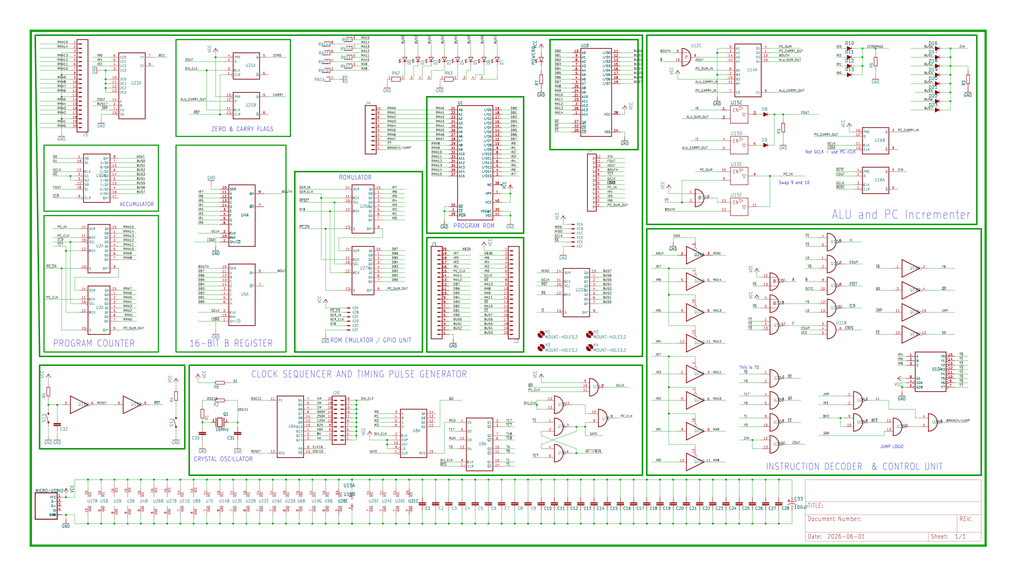
<source format=kicad_sch>
(kicad_sch (version 20231120) (generator "eeschema") (generator_version "8.0")
  (paper "User" 591.109 336.55)
  (lib_symbols
    (symbol "TICK_2-eagle-import:100UF-POLAR-RADIAL-2.5MM-25V-20%"
      (property "Reference" "C" (at 1.016 0.635 0))
      (symbol "100UF-POLAR-RADIAL-2.5MM-25V-20%_1_0"
        (pin passive line (at 0 2.54 270) (length 2.54) (name "+") (number "1"))
        (pin passive line (at 0 -5.08 90) (length 2.54) (name "-") (number "2"))
      )
    )
    (symbol "TICK_2-eagle-import:27C1024HG"
      (property "Reference" "IC" (at -10.16 33.655 0))
      (symbol "27C1024HG_1_0"
        (pin passive line (at 15.24 -17.78 180) (length 5.08) (name "VPP") (number "1"))
        (pin tri_state line (at 15.24 10.16 180) (length 5.08) (name "I/O8") (number "10"))
        (pin power_in line (at 15.24 -30.48 180) (length 5.08) (name "VSS") (number "11"))
        (pin tri_state line (at 15.24 12.7 180) (length 5.08) (name "I/O7") (number "12"))
        (pin tri_state line (at 15.24 15.24 180) (length 5.08) (name "I/O6") (number "13"))
        (pin tri_state line (at 15.24 17.78 180) (length 5.08) (name "I/O5") (number "14"))
        (pin tri_state line (at 15.24 20.32 180) (length 5.08) (name "I/O4") (number "15"))
        (pin tri_state line (at 15.24 22.86 180) (length 5.08) (name "I/O3") (number "16"))
        (pin tri_state line (at 15.24 25.4 180) (length 5.08) (name "I/O2") (number "17"))
        (pin tri_state line (at 15.24 27.94 180) (length 5.08) (name "I/O1") (number "18"))
        (pin tri_state line (at 15.24 30.48 180) (length 5.08) (name "I/O0") (number "19"))
        (pin input line (at -15.24 -27.94 0) (length 5.08) (name "~{CE}") (number "2"))
        (pin input line (at -15.24 -25.4 0) (length 5.08) (name "~{OE}") (number "20"))
        (pin input line (at -15.24 30.48 0) (length 5.08) (name "A0") (number "21"))
        (pin input line (at -15.24 27.94 0) (length 5.08) (name "A1") (number "22"))
        (pin input line (at -15.24 25.4 0) (length 5.08) (name "A2") (number "23"))
        (pin input line (at -15.24 22.86 0) (length 5.08) (name "A3") (number "24"))
        (pin input line (at -15.24 20.32 0) (length 5.08) (name "A4") (number "25"))
        (pin input line (at -15.24 17.78 0) (length 5.08) (name "A5") (number "26"))
        (pin input line (at -15.24 15.24 0) (length 5.08) (name "A6") (number "27"))
        (pin input line (at -15.24 12.7 0) (length 5.08) (name "A7") (number "28"))
        (pin input line (at -15.24 10.16 0) (length 5.08) (name "A8") (number "29"))
        (pin tri_state line (at 15.24 -7.62 180) (length 5.08) (name "I/O15") (number "3"))
        (pin power_in line (at 15.24 -27.94 180) (length 5.08) (name "VSS@1") (number "30"))
        (pin input line (at -15.24 7.62 0) (length 5.08) (name "A9") (number "31"))
        (pin input line (at -15.24 5.08 0) (length 5.08) (name "A10") (number "32"))
        (pin input line (at -15.24 2.54 0) (length 5.08) (name "A11") (number "33"))
        (pin input line (at -15.24 0 0) (length 5.08) (name "A12") (number "34"))
        (pin input line (at -15.24 -2.54 0) (length 5.08) (name "A13") (number "35"))
        (pin input line (at -15.24 -5.08 0) (length 5.08) (name "A14") (number "36"))
        (pin input line (at -15.24 -7.62 0) (length 5.08) (name "A15") (number "37"))
        (pin no_connect line (at 15.24 -12.7 180) (length 5.08) (name "NC") (number "38"))
        (pin input line (at -15.24 -30.48 0) (length 5.08) (name "~{PGM}") (number "39"))
        (pin tri_state line (at 15.24 -5.08 180) (length 5.08) (name "I/O14") (number "4"))
        (pin power_in line (at 15.24 -22.86 180) (length 5.08) (name "VCC") (number "40"))
        (pin tri_state line (at 15.24 -2.54 180) (length 5.08) (name "I/O13") (number "5"))
        (pin tri_state line (at 15.24 0 180) (length 5.08) (name "I/O12") (number "6"))
        (pin tri_state line (at 15.24 2.54 180) (length 5.08) (name "I/O11") (number "7"))
        (pin tri_state line (at 15.24 5.08 180) (length 5.08) (name "I/O10") (number "8"))
        (pin tri_state line (at 15.24 7.62 180) (length 5.08) (name "I/O9") (number "9"))
      )
    )
    (symbol "TICK_2-eagle-import:4060N"
      (property "Reference" "IC" (at -1.27 -0.635 0))
      (symbol "4060N_1_0"
        (pin output line (at 12.7 -2.54 180) (length 5.08) (name "Q12") (number "1"))
        (pin output line (at 12.7 -15.24 180) (length 5.08) (name "~{P0}") (number "10"))
        (pin input line (at -12.7 15.24 0) (length 5.08) (name "P1") (number "11"))
        (pin input line (at -12.7 -15.24 0) (length 5.08) (name "RES") (number "12"))
        (pin output line (at 12.7 2.54 180) (length 5.08) (name "Q9") (number "13"))
        (pin output line (at 12.7 5.08 180) (length 5.08) (name "Q8") (number "14"))
        (pin output line (at 12.7 0 180) (length 5.08) (name "Q10") (number "15"))
        (pin output line (at 12.7 -5.08 180) (length 5.08) (name "Q13") (number "2"))
        (pin output line (at 12.7 -7.62 180) (length 5.08) (name "Q14") (number "3"))
        (pin output line (at 12.7 10.16 180) (length 5.08) (name "Q6") (number "4"))
        (pin output line (at 12.7 12.7 180) (length 5.08) (name "Q5") (number "5"))
        (pin output line (at 12.7 7.62 180) (length 5.08) (name "Q7") (number "6"))
        (pin output line (at 12.7 15.24 180) (length 5.08) (name "Q4") (number "7"))
        (pin output line (at 12.7 -12.7 180) (length 5.08) (name "P0") (number "9"))
      )
      (symbol "4060N_2_0"
        (text "VDD" (at 1.905 2.54 900) (effects (font (size 1.27 1.0795)) (justify left bottom)))
        (text "VSS" (at 1.905 -5.842 900) (effects (font (size 1.27 1.0795)) (justify left bottom)))
        (pin power_in line (at 0 7.62 270) (length 5.08) (name "VDD") (number "16"))
        (pin power_in line (at 0 -7.62 90) (length 5.08) (name "VSS") (number "8"))
      )
    )
    (symbol "TICK_2-eagle-import:62256P"
      (property "Reference" "IC" (at -10.16 20.955 0))
      (symbol "62256P_1_0"
        (pin input line (at -15.24 -17.78 0) (length 5.08) (name "A14") (number "1"))
        (pin input line (at -15.24 17.78 0) (length 5.08) (name "A0") (number "10"))
        (pin bidirectional line (at 12.7 17.78 180) (length 5.08) (name "I/O0") (number "11"))
        (pin bidirectional line (at 12.7 15.24 180) (length 5.08) (name "I/O1") (number "12"))
        (pin bidirectional line (at 12.7 12.7 180) (length 5.08) (name "I/O2") (number "13"))
        (pin power_in line (at 12.7 -27.94 180) (length 5.08) (name "VSS") (number "14"))
        (pin bidirectional line (at 12.7 10.16 180) (length 5.08) (name "I/O3") (number "15"))
        (pin bidirectional line (at 12.7 7.62 180) (length 5.08) (name "I/O4") (number "16"))
        (pin bidirectional line (at 12.7 5.08 180) (length 5.08) (name "I/O5") (number "17"))
        (pin bidirectional line (at 12.7 2.54 180) (length 5.08) (name "I/O6") (number "18"))
        (pin bidirectional line (at 12.7 0 180) (length 5.08) (name "I/O7") (number "19"))
        (pin input line (at -15.24 -12.7 0) (length 5.08) (name "A12") (number "2"))
        (pin input line (at -15.24 -27.94 0) (length 5.08) (name "~{CS}") (number "20"))
        (pin input line (at -15.24 -7.62 0) (length 5.08) (name "A10") (number "21"))
        (pin input line (at -15.24 -25.4 0) (length 5.08) (name "~{OE}") (number "22"))
        (pin input line (at -15.24 -10.16 0) (length 5.08) (name "A11") (number "23"))
        (pin input line (at -15.24 -5.08 0) (length 5.08) (name "A9") (number "24"))
        (pin input line (at -15.24 -2.54 0) (length 5.08) (name "A8") (number "25"))
        (pin input line (at -15.24 -15.24 0) (length 5.08) (name "A13") (number "26"))
        (pin input line (at -15.24 -22.86 0) (length 5.08) (name "~{WE}") (number "27"))
        (pin power_in line (at 12.7 -17.78 180) (length 5.08) (name "VCC") (number "28"))
        (pin input line (at -15.24 0 0) (length 5.08) (name "A7") (number "3"))
        (pin input line (at -15.24 2.54 0) (length 5.08) (name "A6") (number "4"))
        (pin input line (at -15.24 5.08 0) (length 5.08) (name "A5") (number "5"))
        (pin input line (at -15.24 7.62 0) (length 5.08) (name "A4") (number "6"))
        (pin input line (at -15.24 10.16 0) (length 5.08) (name "A3") (number "7"))
        (pin input line (at -15.24 12.7 0) (length 5.08) (name "A2") (number "8"))
        (pin input line (at -15.24 15.24 0) (length 5.08) (name "A1") (number "9"))
      )
    )
    (symbol "TICK_2-eagle-import:7400N"
      (property "Reference" "IC" (at -0.635 -0.635 0))
      (symbol "7400N_1_0"
        (pin input line (at -7.62 2.54 0) (length 5.08) (name "I0") (number "1"))
        (pin input line (at -7.62 -2.54 0) (length 5.08) (name "I1") (number "2"))
        (pin output inverted (at 7.62 0 180) (length 5.08) (name "O") (number "3"))
      )
      (symbol "7400N_2_0"
        (pin input line (at -7.62 2.54 0) (length 5.08) (name "I0") (number "4"))
        (pin input line (at -7.62 -2.54 0) (length 5.08) (name "I1") (number "5"))
        (pin output inverted (at 7.62 0 180) (length 5.08) (name "O") (number "6"))
      )
      (symbol "7400N_3_0"
        (pin input line (at -7.62 -2.54 0) (length 5.08) (name "I1") (number "10"))
        (pin output inverted (at 7.62 0 180) (length 5.08) (name "O") (number "8"))
        (pin input line (at -7.62 2.54 0) (length 5.08) (name "I0") (number "9"))
      )
      (symbol "7400N_4_0"
        (pin output inverted (at 7.62 0 180) (length 5.08) (name "O") (number "11"))
        (pin input line (at -7.62 2.54 0) (length 5.08) (name "I0") (number "12"))
        (pin input line (at -7.62 -2.54 0) (length 5.08) (name "I1") (number "13"))
      )
      (symbol "7400N_5_0"
        (text "GND" (at 1.905 -5.842 900) (effects (font (size 1.27 1.0795)) (justify left bottom)))
        (text "VCC" (at 1.905 2.54 900) (effects (font (size 1.27 1.0795)) (justify left bottom)))
        (pin power_in line (at 0 7.62 270) (length 5.08) (name "VCC") (number "14"))
        (pin power_in line (at 0 -7.62 90) (length 5.08) (name "GND") (number "7"))
      )
    )
    (symbol "TICK_2-eagle-import:7404N"
      (property "Reference" "IC" (at -0.635 -0.635 0))
      (symbol "7404N_1_0"
        (pin input line (at -10.16 0 0) (length 5.08) (name "I") (number "1"))
        (pin output inverted (at 10.16 0 180) (length 5.08) (name "O") (number "2"))
      )
      (symbol "7404N_2_0"
        (pin input line (at -10.16 0 0) (length 5.08) (name "I") (number "3"))
        (pin output inverted (at 10.16 0 180) (length 5.08) (name "O") (number "4"))
      )
      (symbol "7404N_3_0"
        (pin input line (at -10.16 0 0) (length 5.08) (name "I") (number "5"))
        (pin output inverted (at 10.16 0 180) (length 5.08) (name "O") (number "6"))
      )
      (symbol "7404N_4_0"
        (pin output inverted (at 10.16 0 180) (length 5.08) (name "O") (number "8"))
        (pin input line (at -10.16 0 0) (length 5.08) (name "I") (number "9"))
      )
      (symbol "7404N_5_0"
        (pin output inverted (at 10.16 0 180) (length 5.08) (name "O") (number "10"))
        (pin input line (at -10.16 0 0) (length 5.08) (name "I") (number "11"))
      )
      (symbol "7404N_6_0"
        (pin output inverted (at 10.16 0 180) (length 5.08) (name "O") (number "12"))
        (pin input line (at -10.16 0 0) (length 5.08) (name "I") (number "13"))
      )
      (symbol "7404N_7_0"
        (text "GND" (at 1.905 -5.842 900) (effects (font (size 1.27 1.0795)) (justify left bottom)))
        (text "VCC" (at 1.905 2.54 900) (effects (font (size 1.27 1.0795)) (justify left bottom)))
        (pin power_in line (at 0 7.62 270) (length 5.08) (name "VCC") (number "14"))
        (pin power_in line (at 0 -7.62 90) (length 5.08) (name "GND") (number "7"))
      )
    )
    (symbol "TICK_2-eagle-import:7411N"
      (property "Reference" "IC" (at -0.635 -0.635 0))
      (symbol "7411N_1_0"
        (pin input line (at -7.62 2.54 0) (length 5.08) (name "I0") (number "1"))
        (pin output line (at 7.62 0 180) (length 5.08) (name "O") (number "12"))
        (pin input line (at -7.62 -2.54 0) (length 5.08) (name "I2") (number "13"))
        (pin input line (at -7.62 0 0) (length 5.08) (name "I1") (number "2"))
      )
      (symbol "7411N_2_0"
        (pin input line (at -7.62 2.54 0) (length 5.08) (name "I0") (number "3"))
        (pin input line (at -7.62 0 0) (length 5.08) (name "I1") (number "4"))
        (pin input line (at -7.62 -2.54 0) (length 5.08) (name "I2") (number "5"))
        (pin output line (at 7.62 0 180) (length 5.08) (name "O") (number "6"))
      )
      (symbol "7411N_3_0"
        (pin input line (at -7.62 0 0) (length 5.08) (name "I1") (number "10"))
        (pin input line (at -7.62 -2.54 0) (length 5.08) (name "I2") (number "11"))
        (pin output line (at 7.62 0 180) (length 5.08) (name "O") (number "8"))
        (pin input line (at -7.62 2.54 0) (length 5.08) (name "I0") (number "9"))
      )
      (symbol "7411N_4_0"
        (text "GND" (at 1.905 -5.842 900) (effects (font (size 1.27 1.0795)) (justify left bottom)))
        (text "VCC" (at 1.905 2.54 900) (effects (font (size 1.27 1.0795)) (justify left bottom)))
        (pin power_in line (at 0 7.62 270) (length 5.08) (name "VCC") (number "14"))
        (pin power_in line (at 0 -7.62 90) (length 5.08) (name "GND") (number "7"))
      )
    )
    (symbol "TICK_2-eagle-import:74125N"
      (property "Reference" "IC" (at -0.635 -0.635 0))
      (symbol "74125N_1_0"
        (pin input line (at 0 7.62 270) (length 2.54) (name "OE") (number "1"))
        (pin input line (at -10.16 0 0) (length 5.08) (name "I") (number "2"))
        (pin tri_state line (at 10.16 0 180) (length 5.08) (name "O") (number "3"))
      )
      (symbol "74125N_2_0"
        (pin input line (at 0 7.62 270) (length 2.54) (name "OE") (number "4"))
        (pin input line (at -10.16 0 0) (length 5.08) (name "I") (number "5"))
        (pin tri_state line (at 10.16 0 180) (length 5.08) (name "O") (number "6"))
      )
      (symbol "74125N_3_0"
        (pin input line (at 0 7.62 270) (length 2.54) (name "OE") (number "10"))
        (pin tri_state line (at 10.16 0 180) (length 5.08) (name "O") (number "8"))
        (pin input line (at -10.16 0 0) (length 5.08) (name "I") (number "9"))
      )
      (symbol "74125N_4_0"
        (pin tri_state line (at 10.16 0 180) (length 5.08) (name "O") (number "11"))
        (pin input line (at -10.16 0 0) (length 5.08) (name "I") (number "12"))
        (pin input line (at 0 7.62 270) (length 2.54) (name "OE") (number "13"))
      )
      (symbol "74125N_5_0"
        (text "GND" (at 1.905 -5.842 900) (effects (font (size 1.27 1.0795)) (justify left bottom)))
        (text "VCC" (at 1.905 2.54 900) (effects (font (size 1.27 1.0795)) (justify left bottom)))
        (pin power_in line (at 0 7.62 270) (length 5.08) (name "VCC") (number "14"))
        (pin power_in line (at 0 -7.62 90) (length 5.08) (name "GND") (number "7"))
      )
    )
    (symbol "TICK_2-eagle-import:74126N"
      (property "Reference" "V" (at -5.08 5.715 0))
      (symbol "74126N_1_0"
        (pin power_in line (at 0 2.54 270) (length 2.54) (name "+UB") (number "14"))
      )
      (symbol "74126N_2_0"
        (pin power_in line (at 0 -2.54 90) (length 2.54) (name "-UB") (number "7"))
      )
      (symbol "74126N_3_0"
        (text "EN" (at -3.81 1.27 0) (effects (font (size 2.032 1.7272)) (justify left bottom)))
        (pin input line (at -10.16 2.54 0) (length 2.54) (name "G") (number "1"))
        (pin input line (at -10.16 -2.54 0) (length 2.54) (name "A") (number "2"))
        (pin tri_state line (at 10.16 0 180) (length 2.54) (name "Y") (number "3"))
      )
      (symbol "74126N_4_0"
        (text "EN" (at -3.81 1.27 0) (effects (font (size 2.032 1.7272)) (justify left bottom)))
        (pin input line (at -10.16 2.54 0) (length 2.54) (name "G") (number "4"))
        (pin input line (at -10.16 -2.54 0) (length 2.54) (name "A") (number "5"))
        (pin tri_state line (at 10.16 0 180) (length 2.54) (name "Y") (number "6"))
      )
      (symbol "74126N_5_0"
        (text "EN" (at -3.81 1.27 0) (effects (font (size 2.032 1.7272)) (justify left bottom)))
        (pin input line (at -10.16 2.54 0) (length 2.54) (name "G") (number "10"))
        (pin tri_state line (at 10.16 0 180) (length 2.54) (name "Y") (number "8"))
        (pin input line (at -10.16 -2.54 0) (length 2.54) (name "A") (number "9"))
      )
      (symbol "74126N_6_0"
        (text "EN" (at -3.81 1.27 0) (effects (font (size 2.032 1.7272)) (justify left bottom)))
        (pin tri_state line (at 10.16 0 180) (length 2.54) (name "Y") (number "11"))
        (pin input line (at -10.16 -2.54 0) (length 2.54) (name "A") (number "12"))
        (pin input line (at -10.16 2.54 0) (length 2.54) (name "G") (number "13"))
      )
    )
    (symbol "TICK_2-eagle-import:74138N"
      (property "Reference" "IC" (at -0.635 -0.635 0))
      (symbol "74138N_1_0"
        (pin input line (at -15.24 7.62 0) (length 5.08) (name "A") (number "1"))
        (pin output inverted (at 12.7 -5.08 180) (length 5.08) (name "Y5") (number "10"))
        (pin output inverted (at 12.7 -2.54 180) (length 5.08) (name "Y4") (number "11"))
        (pin output inverted (at 12.7 0 180) (length 5.08) (name "Y3") (number "12"))
        (pin output inverted (at 12.7 2.54 180) (length 5.08) (name "Y2") (number "13"))
        (pin output inverted (at 12.7 5.08 180) (length 5.08) (name "Y1") (number "14"))
        (pin output inverted (at 12.7 7.62 180) (length 5.08) (name "Y0") (number "15"))
        (pin input line (at -15.24 5.08 0) (length 5.08) (name "B") (number "2"))
        (pin input line (at -15.24 2.54 0) (length 5.08) (name "C") (number "3"))
        (pin input inverted (at -15.24 -7.62 0) (length 5.08) (name "G2A") (number "4"))
        (pin input inverted (at -15.24 -10.16 0) (length 5.08) (name "G2B") (number "5"))
        (pin input line (at -15.24 -5.08 0) (length 5.08) (name "G1") (number "6"))
        (pin output inverted (at 12.7 -10.16 180) (length 5.08) (name "Y7") (number "7"))
        (pin output inverted (at 12.7 -7.62 180) (length 5.08) (name "Y6") (number "9"))
      )
      (symbol "74138N_2_0"
        (text "GND" (at 1.905 -5.842 900) (effects (font (size 1.27 1.0795)) (justify left bottom)))
        (text "VCC" (at 1.905 2.54 900) (effects (font (size 1.27 1.0795)) (justify left bottom)))
        (pin power_in line (at 0 7.62 270) (length 5.08) (name "VCC") (number "16"))
        (pin power_in line (at 0 -7.62 90) (length 5.08) (name "GND") (number "8"))
      )
    )
    (symbol "TICK_2-eagle-import:74153N"
      (property "Reference" "IC" (at -0.635 -0.635 0))
      (symbol "74153N_1_0"
        (pin input inverted (at -12.7 -15.24 0) (length 5.08) (name "1G") (number "1"))
        (pin input line (at -12.7 2.54 0) (length 5.08) (name "2C0") (number "10"))
        (pin input line (at -12.7 0 0) (length 5.08) (name "2C1") (number "11"))
        (pin input line (at -12.7 -2.54 0) (length 5.08) (name "2C2") (number "12"))
        (pin input line (at -12.7 -5.08 0) (length 5.08) (name "2C3") (number "13"))
        (pin input line (at -12.7 -10.16 0) (length 5.08) (name "A") (number "14"))
        (pin input inverted (at -12.7 -17.78 0) (length 5.08) (name "2G") (number "15"))
        (pin input line (at -12.7 -12.7 0) (length 5.08) (name "B") (number "2"))
        (pin input line (at -12.7 7.62 0) (length 5.08) (name "1C3") (number "3"))
        (pin input line (at -12.7 10.16 0) (length 5.08) (name "1C2") (number "4"))
        (pin input line (at -12.7 12.7 0) (length 5.08) (name "1C1") (number "5"))
        (pin input line (at -12.7 15.24 0) (length 5.08) (name "1C0") (number "6"))
        (pin output line (at 12.7 15.24 180) (length 5.08) (name "1Y") (number "7"))
        (pin output line (at 12.7 10.16 180) (length 5.08) (name "2Y") (number "9"))
      )
      (symbol "74153N_2_0"
        (text "GND" (at 1.905 -5.842 900) (effects (font (size 1.27 1.0795)) (justify left bottom)))
        (text "VCC" (at 1.905 2.54 900) (effects (font (size 1.27 1.0795)) (justify left bottom)))
        (pin power_in line (at 0 7.62 270) (length 5.08) (name "VCC") (number "16"))
        (pin power_in line (at 0 -7.62 90) (length 5.08) (name "GND") (number "8"))
      )
    )
    (symbol "TICK_2-eagle-import:74160N"
      (property "Reference" "IC" (at -0.635 -0.635 0))
      (symbol "74160N_1_0"
        (pin input inverted (at -12.7 -12.7 0) (length 5.08) (name "CLR") (number "1"))
        (pin input line (at -12.7 -7.62 0) (length 5.08) (name "ENT") (number "10"))
        (pin output line (at 12.7 2.54 180) (length 5.08) (name "QD") (number "11"))
        (pin output line (at 12.7 5.08 180) (length 5.08) (name "QC") (number "12"))
        (pin output line (at 12.7 7.62 180) (length 5.08) (name "QB") (number "13"))
        (pin output line (at 12.7 10.16 180) (length 5.08) (name "QA") (number "14"))
        (pin output line (at 12.7 -12.7 180) (length 5.08) (name "RCO") (number "15"))
        (pin input clock (at -12.7 -2.54 0) (length 5.08) (name "CLK") (number "2"))
        (pin input line (at -12.7 10.16 0) (length 5.08) (name "A") (number "3"))
        (pin input line (at -12.7 7.62 0) (length 5.08) (name "B") (number "4"))
        (pin input line (at -12.7 5.08 0) (length 5.08) (name "C") (number "5"))
        (pin input line (at -12.7 2.54 0) (length 5.08) (name "D") (number "6"))
        (pin input line (at -12.7 -5.08 0) (length 5.08) (name "ENP") (number "7"))
        (pin input inverted (at -12.7 -10.16 0) (length 5.08) (name "LD") (number "9"))
      )
      (symbol "74160N_2_0"
        (text "GND" (at 1.905 -7.62 900) (effects (font (size 1.27 1.0795)) (justify left bottom)))
        (text "VCC" (at 1.905 5.08 900) (effects (font (size 1.27 1.0795)) (justify left bottom)))
        (pin power_in line (at 0 10.16 270) (length 7.62) (name "VCC") (number "16"))
        (pin power_in line (at 0 -10.16 90) (length 7.62) (name "GND") (number "8"))
      )
    )
    (symbol "TICK_2-eagle-import:74165N"
      (property "Reference" "IC" (at -0.635 -0.635 0))
      (symbol "74165N_1_0"
        (pin input line (at -12.7 -15.24 0) (length 5.08) (name "SH/~{LD}") (number "1"))
        (pin input line (at -12.7 15.24 0) (length 5.08) (name "SER") (number "10"))
        (pin input line (at -12.7 12.7 0) (length 5.08) (name "A") (number "11"))
        (pin input line (at -12.7 10.16 0) (length 5.08) (name "B") (number "12"))
        (pin input line (at -12.7 7.62 0) (length 5.08) (name "C") (number "13"))
        (pin input line (at -12.7 5.08 0) (length 5.08) (name "D") (number "14"))
        (pin input clock (at -12.7 -12.7 0) (length 5.08) (name "INH") (number "15"))
        (pin input clock (at -12.7 -10.16 0) (length 5.08) (name "CLK") (number "2"))
        (pin input line (at -12.7 2.54 0) (length 5.08) (name "E") (number "3"))
        (pin input line (at -12.7 0 0) (length 5.08) (name "F") (number "4"))
        (pin input line (at -12.7 -2.54 0) (length 5.08) (name "G") (number "5"))
        (pin input line (at -12.7 -5.08 0) (length 5.08) (name "H") (number "6"))
        (pin output line (at 12.7 5.08 180) (length 5.08) (name "~{QH}") (number "7"))
        (pin output line (at 12.7 12.7 180) (length 5.08) (name "QH") (number "9"))
      )
      (symbol "74165N_2_0"
        (text "GND" (at 1.905 -5.842 900) (effects (font (size 1.27 1.0795)) (justify left bottom)))
        (text "VCC" (at 1.905 2.54 900) (effects (font (size 1.27 1.0795)) (justify left bottom)))
        (pin power_in line (at 0 7.62 270) (length 5.08) (name "VCC") (number "16"))
        (pin power_in line (at 0 -7.62 90) (length 5.08) (name "GND") (number "8"))
      )
    )
    (symbol "TICK_2-eagle-import:74175N"
      (property "Reference" "IC" (at -0.635 -0.635 0))
      (symbol "74175N_1_0"
        (pin input inverted (at -12.7 -12.7 0) (length 5.08) (name "CLR") (number "1"))
        (pin output line (at 12.7 -2.54 180) (length 5.08) (name "Q3") (number "10"))
        (pin output line (at 12.7 -5.08 180) (length 5.08) (name "~{Q3}") (number "11"))
        (pin input line (at -12.7 2.54 0) (length 5.08) (name "D3") (number "12"))
        (pin input line (at -12.7 -2.54 0) (length 5.08) (name "D4") (number "13"))
        (pin output line (at 12.7 -12.7 180) (length 5.08) (name "~{Q4}") (number "14"))
        (pin output line (at 12.7 -10.16 180) (length 5.08) (name "Q4") (number "15"))
        (pin output line (at 12.7 12.7 180) (length 5.08) (name "Q1") (number "2"))
        (pin output line (at 12.7 10.16 180) (length 5.08) (name "~{Q1}") (number "3"))
        (pin input line (at -12.7 12.7 0) (length 5.08) (name "D1") (number "4"))
        (pin input line (at -12.7 7.62 0) (length 5.08) (name "D2") (number "5"))
        (pin output line (at 12.7 2.54 180) (length 5.08) (name "~{Q2}") (number "6"))
        (pin output line (at 12.7 5.08 180) (length 5.08) (name "Q2") (number "7"))
        (pin input clock (at -12.7 -10.16 0) (length 5.08) (name "CLK") (number "9"))
      )
      (symbol "74175N_2_0"
        (text "GND" (at 1.905 -5.842 900) (effects (font (size 1.27 1.0795)) (justify left bottom)))
        (text "VCC" (at 1.905 2.54 900) (effects (font (size 1.27 1.0795)) (justify left bottom)))
        (pin power_in line (at 0 7.62 270) (length 5.08) (name "VCC") (number "16"))
        (pin power_in line (at 0 -7.62 90) (length 5.08) (name "GND") (number "8"))
      )
    )
    (symbol "TICK_2-eagle-import:74283N"
      (property "Reference" "IC" (at -0.635 -0.635 0))
      (symbol "74283N_1_0"
        (pin output line (at 12.7 10.16 180) (length 5.08) (name "S2") (number "1"))
        (pin output line (at 12.7 5.08 180) (length 5.08) (name "S4") (number "10"))
        (pin input line (at -12.7 -7.62 0) (length 5.08) (name "B4") (number "11"))
        (pin input line (at -12.7 5.08 0) (length 5.08) (name "A4") (number "12"))
        (pin output line (at 12.7 7.62 180) (length 5.08) (name "S3") (number "13"))
        (pin input line (at -12.7 7.62 0) (length 5.08) (name "A3") (number "14"))
        (pin input line (at -12.7 -5.08 0) (length 5.08) (name "B3") (number "15"))
        (pin input line (at -12.7 -2.54 0) (length 5.08) (name "B2") (number "2"))
        (pin input line (at -12.7 10.16 0) (length 5.08) (name "A2") (number "3"))
        (pin output line (at 12.7 12.7 180) (length 5.08) (name "S1") (number "4"))
        (pin input line (at -12.7 12.7 0) (length 5.08) (name "A1") (number "5"))
        (pin input line (at -12.7 0 0) (length 5.08) (name "B1") (number "6"))
        (pin input line (at -12.7 -12.7 0) (length 5.08) (name "C0") (number "7"))
        (pin output line (at 12.7 -12.7 180) (length 5.08) (name "C4") (number "9"))
      )
      (symbol "74283N_2_0"
        (text "GND" (at 1.905 -5.842 900) (effects (font (size 1.27 1.0795)) (justify left bottom)))
        (text "VCC" (at 1.905 2.54 900) (effects (font (size 1.27 1.0795)) (justify left bottom)))
        (pin power_in line (at 0 7.62 270) (length 5.08) (name "VCC") (number "16"))
        (pin power_in line (at 0 -7.62 90) (length 5.08) (name "GND") (number "8"))
      )
    )
    (symbol "TICK_2-eagle-import:74299N"
      (property "Reference" "IC" (at -0.635 -0.635 0))
      (symbol "74299N_1_0"
        (pin input line (at -12.7 10.16 0) (length 5.08) (name "S0") (number "1"))
        (pin input line (at -12.7 -5.08 0) (length 5.08) (name "SR") (number "11"))
        (pin input clock (at -12.7 2.54 0) (length 5.08) (name "CLK") (number "12"))
        (pin bidirectional line (at 12.7 5.08 180) (length 5.08) (name "B/QB") (number "13"))
        (pin bidirectional line (at 12.7 0 180) (length 5.08) (name "D/QD") (number "14"))
        (pin bidirectional line (at 12.7 -5.08 180) (length 5.08) (name "F/QF") (number "15"))
        (pin bidirectional line (at 12.7 -10.16 180) (length 5.08) (name "H/QH") (number "16"))
        (pin output line (at 12.7 -12.7 180) (length 5.08) (name "QH*") (number "17"))
        (pin input line (at -12.7 -7.62 0) (length 5.08) (name "SL") (number "18"))
        (pin input line (at -12.7 7.62 0) (length 5.08) (name "S1") (number "19"))
        (pin input inverted (at -12.7 0 0) (length 5.08) (name "G1") (number "2"))
        (pin input inverted (at -12.7 -2.54 0) (length 5.08) (name "G2") (number "3"))
        (pin bidirectional line (at 12.7 -7.62 180) (length 5.08) (name "G/QG") (number "4"))
        (pin bidirectional line (at 12.7 -2.54 180) (length 5.08) (name "E/QE") (number "5"))
        (pin bidirectional line (at 12.7 2.54 180) (length 5.08) (name "C/QC") (number "6"))
        (pin bidirectional line (at 12.7 7.62 180) (length 5.08) (name "A/QA") (number "7"))
        (pin output line (at 12.7 10.16 180) (length 5.08) (name "QA*") (number "8"))
        (pin input inverted (at -12.7 -12.7 0) (length 5.08) (name "CLR") (number "9"))
      )
      (symbol "74299N_2_0"
        (text "GND" (at 1.905 -5.842 900) (effects (font (size 1.27 1.0795)) (justify left bottom)))
        (text "VCC" (at 1.905 2.54 900) (effects (font (size 1.27 1.0795)) (justify left bottom)))
        (pin power_in line (at 0 -7.62 90) (length 5.08) (name "GND") (number "10"))
        (pin power_in line (at 0 7.62 270) (length 5.08) (name "VCC") (number "20"))
      )
    )
    (symbol "TICK_2-eagle-import:74595N"
      (property "Reference" "IC" (at -0.635 -0.635 0))
      (symbol "74595N_1_0"
        (pin tri_state line (at 12.7 7.62 180) (length 5.08) (name "QB") (number "1"))
        (pin input inverted (at -12.7 2.54 0) (length 5.08) (name "SCL") (number "10"))
        (pin input clock (at -12.7 5.08 0) (length 5.08) (name "SCK") (number "11"))
        (pin input clock (at -12.7 -2.54 0) (length 5.08) (name "RCK") (number "12"))
        (pin input inverted (at -12.7 -12.7 0) (length 5.08) (name "G") (number "13"))
        (pin input line (at -12.7 10.16 0) (length 5.08) (name "SER") (number "14"))
        (pin tri_state line (at 12.7 10.16 180) (length 5.08) (name "QA") (number "15"))
        (pin tri_state line (at 12.7 5.08 180) (length 5.08) (name "QC") (number "2"))
        (pin tri_state line (at 12.7 2.54 180) (length 5.08) (name "QD") (number "3"))
        (pin tri_state line (at 12.7 0 180) (length 5.08) (name "QE") (number "4"))
        (pin tri_state line (at 12.7 -2.54 180) (length 5.08) (name "QF") (number "5"))
        (pin tri_state line (at 12.7 -5.08 180) (length 5.08) (name "QG") (number "6"))
        (pin tri_state line (at 12.7 -7.62 180) (length 5.08) (name "QH") (number "7"))
        (pin tri_state line (at 12.7 -12.7 180) (length 5.08) (name "QH*") (number "9"))
      )
      (symbol "74595N_2_0"
        (text "GND" (at 1.905 -5.842 900) (effects (font (size 1.27 1.0795)) (justify left bottom)))
        (text "VCC" (at 1.905 2.54 900) (effects (font (size 1.27 1.0795)) (justify left bottom)))
        (pin power_in line (at 0 7.62 270) (length 5.08) (name "VCC") (number "16"))
        (pin power_in line (at 0 -7.62 90) (length 5.08) (name "GND") (number "8"))
      )
    )
    (symbol "TICK_2-eagle-import:7474N"
      (property "Reference" "IC" (at -0.635 -0.635 0))
      (symbol "7474N_1_0"
        (pin input inverted (at -12.7 -5.08 0) (length 5.08) (name "CLR") (number "1"))
        (pin input line (at -12.7 2.54 0) (length 5.08) (name "D") (number "2"))
        (pin input clock (at -12.7 -2.54 0) (length 5.08) (name "CLK") (number "3"))
        (pin input inverted (at -12.7 5.08 0) (length 5.08) (name "PRE") (number "4"))
        (pin output line (at 12.7 5.08 180) (length 5.08) (name "Q") (number "5"))
        (pin output line (at 12.7 -5.08 180) (length 5.08) (name "~{Q}") (number "6"))
      )
      (symbol "7474N_2_0"
        (pin input inverted (at -12.7 5.08 0) (length 5.08) (name "PRE") (number "10"))
        (pin input clock (at -12.7 -2.54 0) (length 5.08) (name "CLK") (number "11"))
        (pin input line (at -12.7 2.54 0) (length 5.08) (name "D") (number "12"))
        (pin input inverted (at -12.7 -5.08 0) (length 5.08) (name "CLR") (number "13"))
        (pin output line (at 12.7 -5.08 180) (length 5.08) (name "~{Q}") (number "8"))
        (pin output line (at 12.7 5.08 180) (length 5.08) (name "Q") (number "9"))
      )
      (symbol "7474N_3_0"
        (text "GND" (at 1.905 -5.842 900) (effects (font (size 1.27 1.0795)) (justify left bottom)))
        (text "VCC" (at 1.905 2.54 900) (effects (font (size 1.27 1.0795)) (justify left bottom)))
        (pin power_in line (at 0 7.62 270) (length 5.08) (name "VCC") (number "14"))
        (pin power_in line (at 0 -7.62 90) (length 5.08) (name "GND") (number "7"))
      )
    )
    (symbol "TICK_2-eagle-import:7486N"
      (property "Reference" "IC" (at -0.635 -0.635 0))
      (symbol "7486N_1_0"
        (text "e" (at -1.016 -1.016 0) (effects (font (size 2.54 2.159)) (justify left bottom)))
        (pin input line (at -7.62 2.54 0) (length 5.08) (name "I0") (number "1"))
        (pin input line (at -7.62 -2.54 0) (length 5.08) (name "I1") (number "2"))
        (pin output line (at 7.62 0 180) (length 5.08) (name "O") (number "3"))
      )
      (symbol "7486N_2_0"
        (text "e" (at -1.016 -1.016 0) (effects (font (size 2.54 2.159)) (justify left bottom)))
        (pin input line (at -7.62 2.54 0) (length 5.08) (name "I0") (number "4"))
        (pin input line (at -7.62 -2.54 0) (length 5.08) (name "I1") (number "5"))
        (pin output line (at 7.62 0 180) (length 5.08) (name "O") (number "6"))
      )
      (symbol "7486N_3_0"
        (text "e" (at -1.016 -1.016 0) (effects (font (size 2.54 2.159)) (justify left bottom)))
        (pin input line (at -7.62 -2.54 0) (length 5.08) (name "I1") (number "10"))
        (pin output line (at 7.62 0 180) (length 5.08) (name "O") (number "8"))
        (pin input line (at -7.62 2.54 0) (length 5.08) (name "I0") (number "9"))
      )
      (symbol "7486N_4_0"
        (text "e" (at -1.016 -1.016 0) (effects (font (size 2.54 2.159)) (justify left bottom)))
        (pin output line (at 7.62 0 180) (length 5.08) (name "O") (number "11"))
        (pin input line (at -7.62 2.54 0) (length 5.08) (name "I0") (number "12"))
        (pin input line (at -7.62 -2.54 0) (length 5.08) (name "I1") (number "13"))
      )
      (symbol "7486N_5_0"
        (text "GND" (at 1.905 -5.842 900) (effects (font (size 1.27 1.0795)) (justify left bottom)))
        (text "VCC" (at 1.905 2.54 900) (effects (font (size 1.27 1.0795)) (justify left bottom)))
        (pin power_in line (at 0 7.62 270) (length 5.08) (name "VCC") (number "14"))
        (pin power_in line (at 0 -7.62 90) (length 5.08) (name "GND") (number "7"))
      )
    )
    (symbol "TICK_2-eagle-import:74xx-us_74595N"
      (property "Reference" "IC" (at -0.635 -0.635 0))
      (symbol "74xx-us_74595N_1_0"
        (pin tri_state line (at 12.7 7.62 180) (length 5.08) (name "QB") (number "1"))
        (pin input inverted (at -10.16 2.54 0) (length 5.08) (name "SCL") (number "10"))
        (pin input clock (at -10.16 5.08 0) (length 5.08) (name "SCK") (number "11"))
        (pin input clock (at -10.16 -2.54 0) (length 5.08) (name "RCK") (number "12"))
        (pin input inverted (at -10.16 -12.7 0) (length 5.08) (name "G") (number "13"))
        (pin input line (at -10.16 10.16 0) (length 5.08) (name "SER") (number "14"))
        (pin tri_state line (at 12.7 10.16 180) (length 5.08) (name "QA") (number "15"))
        (pin tri_state line (at 12.7 5.08 180) (length 5.08) (name "QC") (number "2"))
        (pin tri_state line (at 12.7 2.54 180) (length 5.08) (name "QD") (number "3"))
        (pin tri_state line (at 12.7 0 180) (length 5.08) (name "QE") (number "4"))
        (pin tri_state line (at 12.7 -2.54 180) (length 5.08) (name "QF") (number "5"))
        (pin tri_state line (at 12.7 -5.08 180) (length 5.08) (name "QG") (number "6"))
        (pin tri_state line (at 12.7 -7.62 180) (length 5.08) (name "QH") (number "7"))
        (pin tri_state line (at 12.7 -12.7 180) (length 5.08) (name "QH*") (number "9"))
      )
      (symbol "74xx-us_74595N_2_0"
        (text "GND" (at 1.905 -7.62 900) (effects (font (size 1.27 1.0795)) (justify left bottom)))
        (text "VCC" (at 1.905 5.08 900) (effects (font (size 1.27 1.0795)) (justify left bottom)))
        (pin power_in line (at 0 10.16 270) (length 7.62) (name "VCC") (number "16"))
        (pin power_in line (at 0 -10.16 90) (length 7.62) (name "GND") (number "8"))
      )
    )
    (symbol "TICK_2-eagle-import:C-EU025-024X044"
      (property "Reference" "C" (at 1.524 0.381 0))
      (symbol "C-EU025-024X044_1_0"
        (pin passive line (at 0 2.54 270) (length 2.54) (name "1") (number "1"))
        (pin passive line (at 0 -5.08 90) (length 2.54) (name "2") (number "2"))
      )
    )
    (symbol "TICK_2-eagle-import:CONN_10{dblquote}"
      (property "Reference" "J" (at 0 8.128 0))
      (symbol "CONN_10{dblquote}_1_0"
        (pin passive line (at 10.16 -17.78 180) (length 5.08) (name "1") (number "1"))
        (pin passive line (at 10.16 5.08 180) (length 5.08) (name "10") (number "10"))
        (pin passive line (at 10.16 -15.24 180) (length 5.08) (name "2") (number "2"))
        (pin passive line (at 10.16 -12.7 180) (length 5.08) (name "3") (number "3"))
        (pin passive line (at 10.16 -10.16 180) (length 5.08) (name "4") (number "4"))
        (pin passive line (at 10.16 -7.62 180) (length 5.08) (name "5") (number "5"))
        (pin passive line (at 10.16 -5.08 180) (length 5.08) (name "6") (number "6"))
        (pin passive line (at 10.16 -2.54 180) (length 5.08) (name "7") (number "7"))
        (pin passive line (at 10.16 0 180) (length 5.08) (name "8") (number "8"))
        (pin passive line (at 10.16 2.54 180) (length 5.08) (name "9") (number "9"))
      )
    )
    (symbol "TICK_2-eagle-import:CONN_20NO_SILK_KIT"
      (property "Reference" "J" (at 0 56.388 0))
      (symbol "CONN_20NO_SILK_KIT_1_0"
        (pin passive line (at 10.16 5.08 180) (length 5.08) (name "1") (number "1"))
        (pin passive line (at 10.16 27.94 180) (length 5.08) (name "10") (number "10"))
        (pin passive line (at 10.16 30.48 180) (length 5.08) (name "11") (number "11"))
        (pin passive line (at 10.16 33.02 180) (length 5.08) (name "12") (number "12"))
        (pin passive line (at 10.16 35.56 180) (length 5.08) (name "13") (number "13"))
        (pin passive line (at 10.16 38.1 180) (length 5.08) (name "14") (number "14"))
        (pin passive line (at 10.16 40.64 180) (length 5.08) (name "15") (number "15"))
        (pin passive line (at 10.16 43.18 180) (length 5.08) (name "16") (number "16"))
        (pin passive line (at 10.16 45.72 180) (length 5.08) (name "17") (number "17"))
        (pin passive line (at 10.16 48.26 180) (length 5.08) (name "18") (number "18"))
        (pin passive line (at 10.16 50.8 180) (length 5.08) (name "19") (number "19"))
        (pin passive line (at 10.16 7.62 180) (length 5.08) (name "2") (number "2"))
        (pin passive line (at 10.16 53.34 180) (length 5.08) (name "20") (number "20"))
        (pin passive line (at 10.16 10.16 180) (length 5.08) (name "3") (number "3"))
        (pin passive line (at 10.16 12.7 180) (length 5.08) (name "4") (number "4"))
        (pin passive line (at 10.16 15.24 180) (length 5.08) (name "5") (number "5"))
        (pin passive line (at 10.16 17.78 180) (length 5.08) (name "6") (number "6"))
        (pin passive line (at 10.16 20.32 180) (length 5.08) (name "7") (number "7"))
        (pin passive line (at 10.16 22.86 180) (length 5.08) (name "8") (number "8"))
        (pin passive line (at 10.16 25.4 180) (length 5.08) (name "9") (number "9"))
      )
    )
    (symbol "TICK_2-eagle-import:DIODE-1N4148"
      (property "Reference" "D" (at -2.54 2.032 0))
      (symbol "DIODE-1N4148_1_0"
        (pin passive line (at -2.54 0 0) (length 0) (name "A") (number "A"))
        (pin passive line (at 2.54 0 180) (length 0) (name "C") (number "C"))
      )
    )
    (symbol "TICK_2-eagle-import:DIODE-KIT"
      (property "Reference" "D" (at -2.54 2.032 0))
      (symbol "DIODE-KIT_1_0"
        (pin passive line (at -2.54 0 0) (length 0) (name "A") (number "A"))
        (pin passive line (at 2.54 0 180) (length 0) (name "C") (number "C"))
      )
    )
    (symbol "TICK_2-eagle-import:FE12-1"
      (property "Reference" "SV" (at -1.27 18.542 0))
      (symbol "FE12-1_1_0"
        (pin passive line (at 7.62 -12.7 180) (length 5.08) (name "1") (number "1"))
        (pin passive line (at 7.62 10.16 180) (length 5.08) (name "10") (number "10"))
        (pin passive line (at 7.62 12.7 180) (length 5.08) (name "11") (number "11"))
        (pin passive line (at 7.62 15.24 180) (length 5.08) (name "12") (number "12"))
        (pin passive line (at 7.62 -10.16 180) (length 5.08) (name "2") (number "2"))
        (pin passive line (at 7.62 -7.62 180) (length 5.08) (name "3") (number "3"))
        (pin passive line (at 7.62 -5.08 180) (length 5.08) (name "4") (number "4"))
        (pin passive line (at 7.62 -2.54 180) (length 5.08) (name "5") (number "5"))
        (pin passive line (at 7.62 0 180) (length 5.08) (name "6") (number "6"))
        (pin passive line (at 7.62 2.54 180) (length 5.08) (name "7") (number "7"))
        (pin passive line (at 7.62 5.08 180) (length 5.08) (name "8") (number "8"))
        (pin passive line (at 7.62 7.62 180) (length 5.08) (name "9") (number "9"))
      )
    )
    (symbol "TICK_2-eagle-import:FRAME_C_L"
      (symbol "FRAME_C_L_1_0"
        (text "1" (at 25.4 429.895 0) (effects (font (size 2.54 2.286))))
        (text "2" (at 76.2 429.895 0) (effects (font (size 2.54 2.286))))
        (text "3" (at 127 429.895 0) (effects (font (size 2.54 2.286))))
        (text "4" (at 177.8 429.895 0) (effects (font (size 2.54 2.286))))
        (text "5" (at 228.6 429.895 0) (effects (font (size 2.54 2.286))))
        (text "6" (at 279.4 429.895 0) (effects (font (size 2.54 2.286))))
        (text "7" (at 330.2 429.895 0) (effects (font (size 2.54 2.286))))
        (text "8" (at 381 429.895 0) (effects (font (size 2.54 2.286))))
        (text "9" (at 431.8 429.895 0) (effects (font (size 2.54 2.286))))
        (text ":" (at 482.6 429.895 0) (effects (font (size 2.54 2.286))))
        (text ";" (at 533.4 429.895 0) (effects (font (size 2.54 2.286))))
        (text "A" (at 1.905 407.8111 0) (effects (font (size 2.54 2.286))))
        (text "A" (at 556.895 407.8111 0) (effects (font (size 2.54 2.286))))
        (text "B" (at 1.905 359.8333 0) (effects (font (size 2.54 2.286))))
        (text "B" (at 556.895 359.8333 0) (effects (font (size 2.54 2.286))))
        (text "C" (at 1.905 311.8556 0) (effects (font (size 2.54 2.286))))
        (text "C" (at 556.895 311.8556 0) (effects (font (size 2.54 2.286))))
        (text "D" (at 1.905 263.8778 0) (effects (font (size 2.54 2.286))))
        (text "D" (at 556.895 263.8778 0) (effects (font (size 2.54 2.286))))
        (text "E" (at 1.905 215.9 0) (effects (font (size 2.54 2.286))))
        (text "E" (at 556.895 215.9 0) (effects (font (size 2.54 2.286))))
        (text "F" (at 1.905 167.9222 0) (effects (font (size 2.54 2.286))))
        (text "F" (at 556.895 167.9222 0) (effects (font (size 2.54 2.286))))
        (text "G" (at 1.905 119.9444 0) (effects (font (size 2.54 2.286))))
        (text "G" (at 556.895 119.9444 0) (effects (font (size 2.54 2.286))))
        (text "H" (at 1.905 71.9667 0) (effects (font (size 2.54 2.286))))
        (text "H" (at 556.895 71.9667 0) (effects (font (size 2.54 2.286))))
        (text "I" (at 1.905 23.9889 0) (effects (font (size 2.54 2.286))))
        (text "I" (at 556.895 23.9889 0) (effects (font (size 2.54 2.286))))
      )
      (symbol "FRAME_C_L_2_0"
        (text "${#}/${##}" (at 86.36 1.27 0) (effects (font (size 2.54 2.159)) (justify left bottom)))
        (text "${CURRENT_DATE}" (at 12.7 1.27 0) (effects (font (size 2.54 2.159)) (justify left bottom)))
        (text "${PROJECTNAME}" (at 17.78 19.05 0) (effects (font (size 2.54 2.159)) (justify left bottom)))
        (text "Date:" (at 1.27 1.27 0) (effects (font (size 2.54 2.159)) (justify left bottom)))
        (text "Document Number:" (at 1.27 11.43 0) (effects (font (size 2.54 2.159)) (justify left bottom)))
        (text "REV:" (at 88.9 11.43 0) (effects (font (size 2.54 2.159)) (justify left bottom)))
        (text "Sheet:" (at 72.39 1.27 0) (effects (font (size 2.54 2.159)) (justify left bottom)))
        (text "TITLE:" (at 1.27 19.05 0) (effects (font (size 2.54 2.159)) (justify left bottom)))
      )
    )
    (symbol "TICK_2-eagle-import:GND" (power)
      (symbol "GND_1_0"
        (pin power_in line (at 0 2.54 270) (length 2.54) (name "GND") (number "1"))
      )
    )
    (symbol "TICK_2-eagle-import:JST-XH-06-PIN-ROUND-PAD"
      (property "Reference" "X" (at 2.54 -0.762 0))
      (symbol "JST-XH-06-PIN-ROUND-PAD_1_0"
        (pin passive line (at -2.54 0 0) (length 2.54) (name "S") (number "1"))
      )
      (symbol "JST-XH-06-PIN-ROUND-PAD_2_0"
        (pin passive line (at -2.54 0 0) (length 2.54) (name "S") (number "2"))
      )
      (symbol "JST-XH-06-PIN-ROUND-PAD_3_0"
        (pin passive line (at -2.54 0 0) (length 2.54) (name "S") (number "3"))
      )
      (symbol "JST-XH-06-PIN-ROUND-PAD_4_0"
        (pin passive line (at -2.54 0 0) (length 2.54) (name "S") (number "4"))
      )
      (symbol "JST-XH-06-PIN-ROUND-PAD_5_0"
        (pin passive line (at -2.54 0 0) (length 2.54) (name "S") (number "5"))
      )
      (symbol "JST-XH-06-PIN-ROUND-PAD_6_0"
        (pin passive line (at -2.54 0 0) (length 2.54) (name "S") (number "6"))
      )
    )
    (symbol "TICK_2-eagle-import:LED3MM"
      (property "Reference" "D" (at -3.429 -4.572 90))
      (symbol "LED3MM_1_0"
        (pin passive line (at 0 2.54 270) (length 2.54) (name "A") (number "A"))
        (pin passive line (at 0 -5.08 90) (length 2.54) (name "C") (number "K"))
      )
    )
    (symbol "TICK_2-eagle-import:MA10-2"
      (property "Reference" "SV" (at -3.81 16.002 0))
      (symbol "MA10-2_1_0"
        (pin passive line (at 7.62 -10.16 180) (length 5.08) (name "1") (number "1"))
        (pin passive line (at -7.62 0 0) (length 5.08) (name "10") (number "10"))
        (pin passive line (at 7.62 2.54 180) (length 5.08) (name "11") (number "11"))
        (pin passive line (at -7.62 2.54 0) (length 5.08) (name "12") (number "12"))
        (pin passive line (at 7.62 5.08 180) (length 5.08) (name "13") (number "13"))
        (pin passive line (at -7.62 5.08 0) (length 5.08) (name "14") (number "14"))
        (pin passive line (at 7.62 7.62 180) (length 5.08) (name "15") (number "15"))
        (pin passive line (at -7.62 7.62 0) (length 5.08) (name "16") (number "16"))
        (pin passive line (at 7.62 10.16 180) (length 5.08) (name "17") (number "17"))
        (pin passive line (at -7.62 10.16 0) (length 5.08) (name "18") (number "18"))
        (pin passive line (at 7.62 12.7 180) (length 5.08) (name "19") (number "19"))
        (pin passive line (at -7.62 -10.16 0) (length 5.08) (name "2") (number "2"))
        (pin passive line (at -7.62 12.7 0) (length 5.08) (name "20") (number "20"))
        (pin passive line (at 7.62 -7.62 180) (length 5.08) (name "3") (number "3"))
        (pin passive line (at -7.62 -7.62 0) (length 5.08) (name "4") (number "4"))
        (pin passive line (at 7.62 -5.08 180) (length 5.08) (name "5") (number "5"))
        (pin passive line (at -7.62 -5.08 0) (length 5.08) (name "6") (number "6"))
        (pin passive line (at 7.62 -2.54 180) (length 5.08) (name "7") (number "7"))
        (pin passive line (at -7.62 -2.54 0) (length 5.08) (name "8") (number "8"))
        (pin passive line (at 7.62 0 180) (length 5.08) (name "9") (number "9"))
      )
    )
    (symbol "TICK_2-eagle-import:MICRO-USBV2"
      (symbol "MICRO-USBV2_1_0"
        (pin power_in line (at 15.24 -2.54 180) (length 2.54) (name "VCC") (number "1"))
        (pin bidirectional line (at 15.24 -5.08 180) (length 2.54) (name "D-") (number "2"))
        (pin bidirectional line (at 15.24 -7.62 180) (length 2.54) (name "D+") (number "3"))
        (pin bidirectional line (at 15.24 -10.16 180) (length 2.54) (name "ID") (number "4"))
        (pin power_in line (at 15.24 -12.7 180) (length 2.54) (name "GND") (number "5"))
        (pin power_in line (at 15.24 -12.7 180) (length 2.54) (name "GND") (number "P$1"))
        (pin power_in line (at 15.24 -12.7 180) (length 2.54) (name "GND") (number "P$2"))
        (pin power_in line (at 15.24 -12.7 180) (length 2.54) (name "GND") (number "P$3"))
        (pin power_in line (at 15.24 -12.7 180) (length 2.54) (name "GND") (number "P$4"))
      )
    )
    (symbol "TICK_2-eagle-import:MOMENTARY-SWITCH-SPST-PTH-6.0MM"
      (property "Reference" "S" (at 0 1.524 0))
      (symbol "MOMENTARY-SWITCH-SPST-PTH-6.0MM_1_0"
        (pin passive line (at -5.08 0 0) (length 2.54) (name "1") (number "1"))
        (pin passive line (at 5.08 0 180) (length 2.54) (name "2") (number "3"))
      )
    )
    (symbol "TICK_2-eagle-import:MOUNT-HOLE3.2"
      (property "Reference" "H" (at 2.032 0.5842 0))
    )
    (symbol "TICK_2-eagle-import:R-EU_0204/5"
      (property "Reference" "R" (at -3.81 1.4986 0))
      (symbol "R-EU_0204/5_1_0"
        (pin passive line (at -5.08 0 0) (length 2.54) (name "1") (number "1"))
        (pin passive line (at 5.08 0 180) (length 2.54) (name "2") (number "2"))
      )
    )
    (symbol "TICK_2-eagle-import:RN04"
      (property "Reference" "RN" (at -2.54 2.54 0))
      (symbol "RN04_1_0"
        (pin passive line (at -5.08 0 0) (length 2.54) (name "1") (number "1"))
        (pin passive line (at 5.08 0 180) (length 2.54) (name "2") (number "2"))
        (pin passive line (at 10.16 0 180) (length 2.54) (name "3") (number "3"))
        (pin passive line (at 15.24 0 180) (length 2.54) (name "4") (number "4"))
        (pin passive line (at 20.32 0 180) (length 2.54) (name "5") (number "5"))
      )
    )
    (symbol "TICK_2-eagle-import:RNX8"
      (property "Reference" "RN" (at 0.508 -0.762 0))
      (symbol "RNX8_1_0"
        (pin passive line (at -5.08 0 0) (length 2.54) (name "1") (number "1"))
      )
      (symbol "RNX8_2_0"
        (pin passive line (at -2.54 0 0) (length 2.54) (name "1") (number "2"))
      )
      (symbol "RNX8_3_0"
        (pin passive line (at -2.54 0 0) (length 2.54) (name "1") (number "3"))
      )
      (symbol "RNX8_4_0"
        (pin passive line (at -2.54 0 0) (length 2.54) (name "1") (number "4"))
      )
      (symbol "RNX8_5_0"
        (pin passive line (at -2.54 0 0) (length 2.54) (name "1") (number "5"))
      )
      (symbol "RNX8_6_0"
        (pin passive line (at -2.54 0 0) (length 2.54) (name "1") (number "6"))
      )
      (symbol "RNX8_7_0"
        (pin passive line (at -2.54 0 0) (length 2.54) (name "1") (number "7"))
      )
      (symbol "RNX8_8_0"
        (pin passive line (at -2.54 0 0) (length 2.54) (name "1") (number "8"))
      )
      (symbol "RNX8_9_0"
        (pin passive line (at -2.54 0 0) (length 2.54) (name "1") (number "9"))
      )
    )
    (symbol "TICK_2-eagle-import:VCC" (power)
      (symbol "VCC_1_0"
        (pin power_in line (at 0 -2.54 90) (length 2.54) (name "VCC") (number "1"))
      )
    )
    (symbol "TICK_2-eagle-import:XTAL/S"
      (property "Reference" "Q" (at -5.08 3.81 0))
      (symbol "XTAL/S_1_0"
        (pin passive line (at -5.08 0 0) (length 2.54) (name "1") (number "1"))
        (pin passive line (at 5.08 0 180) (length 2.54) (name "2") (number "2"))
      )
    )
    (symbol "TICK_2-eagle-import:adafruit_LED3MM"
      (property "Reference" "LED" (at 3.556 -4.572 90))
      (symbol "adafruit_LED3MM_1_0"
        (pin passive line (at 0 2.54 270) (length 2.54) (name "A") (number "A"))
        (pin passive line (at 0 -5.08 90) (length 2.54) (name "C") (number "K"))
      )
    )
  )
  (junction (at 381 276.86))
  (junction (at 58.42 276.86))
  (junction (at 119.38 276.86))
  (junction (at 228.6 276.86))
  (junction (at 337.82 246.38))
  (junction (at 251.46 276.86))
  (junction (at 381 302.26))
  (junction (at 236.22 302.26))
  (junction (at 35.56 68.58))
  (junction (at 447.04 66.04))
  (junction (at 294.64 111.76))
  (junction (at 149.86 276.86))
  (junction (at 289.56 276.86))
  (junction (at 38.1 287.02))
  (junction (at 124.46 33.02))
  (junction (at 320.04 302.26))
  (junction (at 88.9 276.86))
  (junction (at 73.66 276.86))
  (junction (at 190.5 121.92))
  (junction (at 38.1 144.78))
  (junction (at 548.64 48.26))
  (junction (at 137.16 243.84))
  (junction (at 116.84 243.84))
  (junction (at 203.2 302.26))
  (junction (at 38.1 297.18))
  (junction (at 403.86 276.86))
  (junction (at 327.66 302.26))
  (junction (at 342.9 302.26))
  (junction (at 294.64 124.46))
  (junction (at 388.62 276.86))
  (junction (at 134.62 302.26))
  (junction (at 81.28 302.26))
  (junction (at 165.1 276.86))
  (junction (at 281.94 302.26))
  (junction (at 111.76 302.26))
  (junction (at 223.52 254))
  (junction (at 327.66 276.86))
  (junction (at 195.58 302.26))
  (junction (at 350.52 276.86))
  (junction (at 274.32 276.86))
  (junction (at 388.62 302.26))
  (junction (at 256.54 121.92))
  (junction (at 419.1 276.86))
  (junction (at 449.58 302.26))
  (junction (at 335.28 302.26))
  (junction (at 393.7 116.84))
  (junction (at 548.64 58.42))
  (junction (at 35.56 55.88))
  (junction (at 157.48 276.86))
  (junction (at 205.74 241.3))
  (junction (at 205.74 243.84))
  (junction (at 358.14 302.26))
  (junction (at 548.64 38.1))
  (junction (at 205.74 246.38))
  (junction (at 312.42 302.26))
  (junction (at 497.84 33.02))
  (junction (at 386.08 205.74))
  (junction (at 88.9 302.26))
  (junction (at 220.98 276.86))
  (junction (at 452.12 66.04))
  (junction (at 251.46 302.26))
  (junction (at 243.84 276.86))
  (junction (at 35.56 43.18))
  (junction (at 386.08 154.94))
  (junction (at 365.76 302.26))
  (junction (at 119.38 40.64))
  (junction (at 335.28 276.86))
  (junction (at 441.96 302.26))
  (junction (at 220.98 302.26))
  (junction (at 40.64 101.6))
  (junction (at 50.8 276.86))
  (junction (at 426.72 276.86))
  (junction (at 205.74 236.22))
  (junction (at 342.9 276.86))
  (junction (at 187.96 132.08))
  (junction (at 195.58 276.86))
  (junction (at 350.52 302.26))
  (junction (at 142.24 302.26))
  (junction (at 365.76 276.86))
  (junction (at 332.74 246.38))
  (junction (at 180.34 302.26))
  (junction (at 297.18 302.26))
  (junction (at 172.72 302.26))
  (junction (at 205.74 238.76))
  (junction (at 104.14 276.86))
  (junction (at 157.48 302.26))
  (junction (at 228.6 302.26))
  (junction (at 403.86 302.26))
  (junction (at 60.96 40.64))
  (junction (at 187.96 302.26))
  (junction (at 304.8 276.86))
  (junction (at 373.38 302.26))
  (junction (at 236.22 276.86))
  (junction (at 58.42 302.26))
  (junction (at 309.88 233.68))
  (junction (at 111.76 276.86))
  (junction (at 243.84 302.26))
  (junction (at 149.86 302.26))
  (junction (at 434.34 302.26))
  (junction (at 127 276.86))
  (junction (at 205.74 231.14))
  (junction (at 205.74 248.92))
  (junction (at 205.74 233.68))
  (junction (at 274.32 302.26))
  (junction (at 497.84 38.1))
  (junction (at 60.96 50.8))
  (junction (at 419.1 302.26))
  (junction (at 386.08 223.52))
  (junction (at 185.42 114.3))
  (junction (at 203.2 276.86))
  (junction (at 60.96 45.72))
  (junction (at 213.36 302.26))
  (junction (at 396.24 276.86))
  (junction (at 259.08 302.26))
  (junction (at 312.42 276.86))
  (junction (at 373.38 276.86))
  (junction (at 142.24 276.86))
  (junction (at 266.7 302.26))
  (junction (at 180.34 276.86))
  (junction (at 66.04 302.26))
  (junction (at 548.64 53.34))
  (junction (at 386.08 238.76))
  (junction (at 434.34 254))
  (junction (at 266.7 276.86))
  (junction (at 50.8 302.26))
  (junction (at 134.62 276.86))
  (junction (at 27.94 233.68))
  (junction (at 332.74 261.62))
  (junction (at 396.24 302.26))
  (junction (at 386.08 170.18))
  (junction (at 358.14 276.86))
  (junction (at 33.02 233.68))
  (junction (at 60.96 48.26))
  (junction (at 165.1 302.26))
  (junction (at 73.66 302.26))
  (junction (at 411.48 276.86))
  (junction (at 127 66.04))
  (junction (at 548.64 27.94))
  (junction (at 259.08 276.86))
  (junction (at 434.34 276.86))
  (junction (at 297.18 276.86))
  (junction (at 40.64 139.7))
  (junction (at 414.02 43.18))
  (junction (at 81.28 276.86))
  (junction (at 441.96 276.86))
  (junction (at 444.5 101.6))
  (junction (at 414.02 30.48))
  (junction (at 35.56 154.94))
  (junction (at 548.64 43.18))
  (junction (at 96.52 276.86))
  (junction (at 449.58 276.86))
  (junction (at 127 302.26))
  (junction (at 193.04 116.84))
  (junction (at 411.48 302.26))
  (junction (at 223.52 256.54))
  (junction (at 485.14 241.3))
  (junction (at 66.04 276.86))
  (junction (at 289.56 302.26))
  (junction (at 213.36 276.86))
  (junction (at 520.7 223.52))
  (junction (at 172.72 276.86))
  (junction (at 104.14 302.26))
  (junction (at 548.64 33.02))
  (junction (at 119.38 302.26))
  (junction (at 320.04 276.86))
  (junction (at 304.8 302.26))
  (junction (at 96.52 302.26))
  (junction (at 281.94 276.86))
  (junction (at 426.72 302.26))
  (junction (at 205.74 251.46))
  (junction (at 497.84 27.94))
  (junction (at 187.96 276.86))
  (junction (at 505.46 27.94))
  (wire (pts (xy 185.42 149.86) (xy 185.42 114.3)) (stroke (width 0.1524)))
  (wire (pts (xy 226.06 256.54) (xy 223.52 256.54)) (stroke (width 0.1524)))
  (wire (pts (xy 180.34 251.46) (xy 187.96 251.46)) (stroke (width 0.1524)))
  (wire (pts (xy 444.5 119.38) (xy 436.88 119.38)) (stroke (width 0.1524)))
  (wire (pts (xy 185.42 111.76) (xy 172.72 111.76)) (stroke (width 0.1524)))
  (wire (pts (xy 543.56 58.42) (xy 548.64 58.42)) (stroke (width 0.1524)))
  (wire (pts (xy 396.24 116.84) (xy 393.7 116.84)) (stroke (width 0.1524)))
  (wire (pts (xy 419.1 276.86) (xy 419.1 287.02)) (stroke (width 0.1524)))
  (wire (pts (xy 121.92 231.14) (xy 116.84 231.14)) (stroke (width 0.1524)))
  (wire (pts (xy 454.66 218.44) (xy 462.28 218.44)) (stroke (width 0.1524)))
  (wire (pts (xy 213.36 276.86) (xy 203.2 276.86)) (stroke (width 0.1524)))
  (wire (pts (xy 482.6 99.06) (xy 492.76 99.06)) (stroke (width 0.1524)))
  (wire (pts (xy 266.7 276.86) (xy 259.08 276.86)) (stroke (width 0.1524)))
  (wire (pts (xy 358.14 45.72) (xy 365.76 45.72)) (stroke (width 0.1524)))
  (wire (pts (xy 68.58 134.62) (xy 78.74 134.62)) (stroke (width 0.1524)))
  (wire (pts (xy 48.26 180.34) (xy 45.72 180.34)) (stroke (width 0.1524)))
  (wire (pts (xy 401.32 170.18) (xy 386.08 170.18)) (stroke (width 0.1524)))
  (wire (pts (xy 60.96 48.26) (xy 60.96 45.72)) (stroke (width 0.1524)))
  (wire (pts (xy 345.44 175.26) (xy 353.06 175.26)) (stroke (width 0.1524)))
  (wire (pts (xy 68.58 109.22) (xy 83.82 109.22)) (stroke (width 0.1524)))
  (wire (pts (xy 337.82 243.84) (xy 340.36 243.84)) (stroke (width 0.1524)))
  (wire (pts (xy 109.22 274.32) (xy 109.22 210.82)) (stroke (width 0.8128)))
  (wire (pts (xy 243.84 276.86) (xy 251.46 276.86)) (stroke (width 0.1524)))
  (wire (pts (xy 279.4 45.72) (xy 287.02 45.72)) (stroke (width 0.1524)))
  (wire (pts (xy 127 182.88) (xy 124.46 182.88)) (stroke (width 0.1524)))
  (wire (pts (xy 60.96 45.72) (xy 60.96 40.64)) (stroke (width 0.1524)))
  (wire (pts (xy 373.38 294.64) (xy 373.38 302.26)) (stroke (width 0.1524)))
  (wire (pts (xy 444.5 66.04) (xy 447.04 66.04)) (stroke (width 0.1524)))
  (wire (pts (xy 523.24 220.98) (xy 520.7 220.98)) (stroke (width 0.1524)))
  (wire (pts (xy 35.56 154.94) (xy 25.4 154.94)) (stroke (width 0.1524)))
  (wire (pts (xy 419.1 43.18) (xy 414.02 43.18)) (stroke (width 0.1524)))
  (wire (pts (xy 279.4 142.24) (xy 279.4 144.78)) (stroke (width 0.1524)))
  (wire (pts (xy 388.62 35.56) (xy 381 35.56)) (stroke (width 0.1524)))
  (wire (pts (xy 220.98 78.74) (xy 259.08 78.74)) (stroke (width 0.1524)))
  (wire (pts (xy 487.68 241.3) (xy 485.14 241.3)) (stroke (width 0.1524)))
  (wire (pts (xy 213.36 254) (xy 213.36 251.46)) (stroke (width 0.1524)))
  (wire (pts (xy 134.62 302.26) (xy 127 302.26)) (stroke (width 0.1524)))
  (wire (pts (xy 187.96 167.64) (xy 187.96 132.08)) (stroke (width 0.1524)))
  (wire (pts (xy 154.94 231.14) (xy 144.78 231.14)) (stroke (width 0.1524)))
  (wire (pts (xy 320.04 73.66) (xy 330.2 73.66)) (stroke (width 0.1524)))
  (wire (pts (xy 330.2 66.04) (xy 320.04 66.04)) (stroke (width 0.1524)))
  (wire (pts (xy 454.66 231.14) (xy 462.28 231.14)) (stroke (width 0.1524)))
  (wire (pts (xy 513.08 231.14) (xy 513.08 236.22)) (stroke (width 0.1524)))
  (wire (pts (xy 279.4 30.48) (xy 279.4 22.86)) (stroke (width 0.1524)))
  (wire (pts (xy 543.56 63.5) (xy 548.64 63.5)) (stroke (width 0.1524)))
  (wire (pts (xy 154.94 33.02) (xy 165.1 33.02)) (stroke (width 0.1524)))
  (wire (pts (xy 350.52 302.26) (xy 342.9 302.26)) (stroke (width 0.1524)))
  (wire (pts (xy 388.62 276.86) (xy 381 276.86)) (stroke (width 0.1524)))
  (wire (pts (xy 172.72 302.26) (xy 165.1 302.26)) (stroke (width 0.1524)))
  (wire (pts (xy 35.56 30.48) (xy 35.56 43.18)) (stroke (width 0.1524)))
  (wire (pts (xy 490.22 76.2) (xy 490.22 73.66)) (stroke (width 0.1524)))
  (wire (pts (xy 43.18 287.02) (xy 43.18 276.86)) (stroke (width 0.1524)))
  (wire (pts (xy 198.12 109.22) (xy 172.72 109.22)) (stroke (width 0.1524)))
  (wire (pts (xy 289.56 83.82) (xy 299.72 83.82)) (stroke (width 0.1524)))
  (wire (pts (xy 457.2 276.86) (xy 457.2 287.02)) (stroke (width 0.1524)))
  (wire (pts (xy 419.1 27.94) (xy 414.02 27.94)) (stroke (width 0.1524)))
  (wire (pts (xy 116.84 231.14) (xy 116.84 233.68)) (stroke (width 0.1524)))
  (wire (pts (xy 358.14 76.2) (xy 360.68 76.2)) (stroke (width 0.1524)))
  (wire (pts (xy 167.64 22.86) (xy 167.64 78.74)) (stroke (width 0.6096)))
  (wire (pts (xy 370.84 274.32) (xy 109.22 274.32)) (stroke (width 0.8128)))
  (wire (pts (xy 551.18 218.44) (xy 558.8 218.44)) (stroke (width 0.1524)))
  (wire (pts (xy 251.46 302.26) (xy 243.84 302.26)) (stroke (width 0.1524)))
  (wire (pts (xy 388.62 30.48) (xy 381 30.48)) (stroke (width 0.1524)))
  (wire (pts (xy 68.58 170.18) (xy 78.74 170.18)) (stroke (width 0.1524)))
  (wire (pts (xy 327.66 137.16) (xy 320.04 137.16)) (stroke (width 0.1524)))
  (wire (pts (xy 22.86 63.5) (xy 40.64 63.5)) (stroke (width 0.1524)))
  (wire (pts (xy 127 129.54) (xy 114.3 129.54)) (stroke (width 0.1524)))
  (wire (pts (xy 381 287.02) (xy 381 276.86)) (stroke (width 0.1524)))
  (wire (pts (xy 63.5 33.02) (xy 53.34 33.02)) (stroke (width 0.1524)))
  (wire (pts (xy 358.14 66.04) (xy 360.68 66.04)) (stroke (width 0.1524)))
  (wire (pts (xy 106.68 210.82) (xy 106.68 259.08)) (stroke (width 0.8128)))
  (wire (pts (xy 365.76 287.02) (xy 365.76 276.86)) (stroke (width 0.1524)))
  (wire (pts (xy 327.66 132.08) (xy 320.04 132.08)) (stroke (width 0.1524)))
  (wire (pts (xy 439.42 233.68) (xy 426.72 233.68)) (stroke (width 0.1524)))
  (wire (pts (xy 20.32 20.32) (xy 370.84 20.32)) (stroke (width 0.8128)))
  (wire (pts (xy 370.84 20.32) (xy 370.84 205.74)) (stroke (width 0.8128)))
  (wire (pts (xy 388.62 137.16) (xy 388.62 139.7)) (stroke (width 0.1524)))
  (wire (pts (xy 149.86 297.18) (xy 149.86 302.26)) (stroke (width 0.1524)))
  (wire (pts (xy 271.78 160.02) (xy 259.08 160.02)) (stroke (width 0.1524)))
  (wire (pts (xy 251.46 294.64) (xy 251.46 302.26)) (stroke (width 0.1524)))
  (wire (pts (xy 58.42 66.04) (xy 63.5 66.04)) (stroke (width 0.1524)))
  (wire (pts (xy 121.92 109.22) (xy 121.92 106.68)) (stroke (width 0.1524)))
  (wire (pts (xy 243.84 294.64) (xy 243.84 302.26)) (stroke (width 0.1524)))
  (wire (pts (xy 66.04 302.26) (xy 73.66 302.26)) (stroke (width 0.1524)))
  (wire (pts (xy 22.86 27.94) (xy 40.64 27.94)) (stroke (width 0.1524)))
  (wire (pts (xy 401.32 205.74) (xy 401.32 208.28)) (stroke (width 0.1524)))
  (wire (pts (xy 439.42 215.9) (xy 426.72 215.9)) (stroke (width 0.1524)))
  (wire (pts (xy 236.22 276.86) (xy 228.6 276.86)) (stroke (width 0.1524)))
  (wire (pts (xy 396.24 276.86) (xy 388.62 276.86)) (stroke (width 0.1524)))
  (wire (pts (xy 228.6 297.18) (xy 228.6 302.26)) (stroke (width 0.1524)))
  (wire (pts (xy 375.92 205.74) (xy 386.08 205.74)) (stroke (width 0.1524)))
  (wire (pts (xy 68.58 149.86) (xy 78.74 149.86)) (stroke (width 0.1524)))
  (wire (pts (xy 203.2 236.22) (xy 205.74 236.22)) (stroke (width 0.1524)))
  (wire (pts (xy 274.32 287.02) (xy 274.32 276.86)) (stroke (width 0.1524)))
  (wire (pts (xy 358.14 43.18) (xy 365.76 43.18)) (stroke (width 0.1524)))
  (wire (pts (xy 320.04 55.88) (xy 330.2 55.88)) (stroke (width 0.1524)))
  (wire (pts (xy 203.2 302.26) (xy 195.58 302.26)) (stroke (width 0.1524)))
  (wire (pts (xy 256.54 127) (xy 256.54 121.92)) (stroke (width 0.1524)))
  (wire (pts (xy 96.52 276.86) (xy 96.52 279.4)) (stroke (width 0.1524)))
  (wire (pts (xy 370.84 210.82) (xy 370.84 274.32)) (stroke (width 0.8128)))
  (wire (pts (xy 350.52 294.64) (xy 350.52 302.26)) (stroke (width 0.1524)))
  (wire (pts (xy 266.7 302.26) (xy 259.08 302.26)) (stroke (width 0.1524)))
  (wire (pts (xy 256.54 119.38) (xy 256.54 121.92)) (stroke (width 0.1524)))
  (wire (pts (xy 447.04 83.82) (xy 447.04 66.04)) (stroke (width 0.1524)))
  (wire (pts (xy 505.46 27.94) (xy 513.08 27.94)) (stroke (width 0.1524)))
  (wire (pts (xy 27.94 218.44) (xy 27.94 220.98)) (stroke (width 0.1524)))
  (wire (pts (xy 43.18 297.18) (xy 38.1 297.18)) (stroke (width 0.1524)))
  (wire (pts (xy 332.74 261.62) (xy 347.98 261.62)) (stroke (width 0.1524)))
  (wire (pts (xy 33.02 248.92) (xy 33.02 251.46)) (stroke (width 0.1524)))
  (wire (pts (xy 411.48 231.14) (xy 419.1 231.14)) (stroke (width 0.1524)))
  (wire (pts (xy 243.84 203.2) (xy 170.18 203.2)) (stroke (width 0.8128)))
  (wire (pts (xy 101.6 220.98) (xy 101.6 223.52)) (stroke (width 0.1524)))
  (wire (pts (xy 134.62 297.18) (xy 134.62 302.26)) (stroke (width 0.1524)))
  (wire (pts (xy 213.36 302.26) (xy 203.2 302.26)) (stroke (width 0.1524)))
  (wire (pts (xy 505.46 27.94) (xy 505.46 30.48)) (stroke (width 0.1524)))
  (wire (pts (xy 22.86 33.02) (xy 40.64 33.02)) (stroke (width 0.1524)))
  (wire (pts (xy 248.92 99.06) (xy 259.08 99.06)) (stroke (width 0.1524)))
  (wire (pts (xy 38.1 180.34) (xy 38.1 144.78)) (stroke (width 0.1524)))
  (wire (pts (xy 264.16 269.24) (xy 254 269.24)) (stroke (width 0.1524)))
  (wire (pts (xy 27.94 233.68) (xy 27.94 236.22)) (stroke (width 0.1524)))
  (wire (pts (xy 297.18 294.64) (xy 297.18 302.26)) (stroke (width 0.1524)))
  (wire (pts (xy 492.76 83.82) (xy 477.52 83.82)) (stroke (width 0.1524)))
  (wire (pts (xy 482.6 43.18) (xy 487.68 43.18)) (stroke (width 0.1524)))
  (wire (pts (xy 312.42 259.08) (xy 314.96 259.08)) (stroke (width 0.1524)))
  (wire (pts (xy 312.42 27.94) (xy 312.42 30.48)) (stroke (width 0.1524)))
  (wire (pts (xy 81.28 302.26) (xy 88.9 302.26)) (stroke (width 0.1524)))
  (wire (pts (xy 200.66 157.48) (xy 198.12 157.48)) (stroke (width 0.1524)))
  (wire (pts (xy 314.96 264.16) (xy 307.34 264.16)) (stroke (width 0.1524)))
  (wire (pts (xy 205.74 243.84) (xy 205.74 246.38)) (stroke (width 0.1524)))
  (wire (pts (xy 386.08 223.52) (xy 386.08 205.74)) (stroke (width 0.1524)))
  (wire (pts (xy 127 121.92) (xy 114.3 121.92)) (stroke (width 0.1524)))
  (wire (pts (xy 274.32 302.26) (xy 266.7 302.26)) (stroke (width 0.1524)))
  (wire (pts (xy 35.56 190.5) (xy 35.56 154.94)) (stroke (width 0.1524)))
  (wire (pts (xy 180.34 281.94) (xy 180.34 276.86)) (stroke (width 0.1524)))
  (wire (pts (xy 127 114.3) (xy 114.3 114.3)) (stroke (width 0.1524)))
  (wire (pts (xy 43.18 91.44) (xy 30.48 91.44)) (stroke (width 0.1524)))
  (wire (pts (xy 373.38 20.32) (xy 563.88 20.32)) (stroke (width 0.8128)))
  (wire (pts (xy 414.02 43.18) (xy 414.02 55.88)) (stroke (width 0.1524)))
  (wire (pts (xy 365.76 302.26) (xy 373.38 302.26)) (stroke (width 0.1524)))
  (wire (pts (xy 345.44 170.18) (xy 353.06 170.18)) (stroke (width 0.1524)))
  (wire (pts (xy 289.56 63.5) (xy 299.72 63.5)) (stroke (width 0.1524)))
  (wire (pts (xy 289.56 78.74) (xy 299.72 78.74)) (stroke (width 0.1524)))
  (wire (pts (xy 55.88 233.68) (xy 66.04 233.68)) (stroke (width 0.1524)))
  (wire (pts (xy 365.76 302.26) (xy 358.14 302.26)) (stroke (width 0.1524)))
  (wire (pts (xy 50.8 276.86) (xy 58.42 276.86)) (stroke (width 0.1524)))
  (wire (pts (xy 416.56 63.5) (xy 398.78 63.5)) (stroke (width 0.1524)))
  (wire (pts (xy 38.1 287.02) (xy 43.18 287.02)) (stroke (width 0.1524)))
  (wire (pts (xy 66.04 276.86) (xy 73.66 276.86)) (stroke (width 0.1524)))
  (wire (pts (xy 271.78 182.88) (xy 259.08 182.88)) (stroke (width 0.1524)))
  (wire (pts (xy 289.56 111.76) (xy 294.64 111.76)) (stroke (width 0.1524)))
  (wire (pts (xy 96.52 276.86) (xy 104.14 276.86)) (stroke (width 0.1524)))
  (wire (pts (xy 63.5 50.8) (xy 60.96 50.8)) (stroke (width 0.1524)))
  (wire (pts (xy 33.02 233.68) (xy 33.02 241.3)) (stroke (width 0.1524)))
  (wire (pts (xy 220.98 66.04) (xy 259.08 66.04)) (stroke (width 0.1524)))
  (wire (pts (xy 63.5 45.72) (xy 60.96 45.72)) (stroke (width 0.1524)))
  (wire (pts (xy 419.1 276.86) (xy 426.72 276.86)) (stroke (width 0.1524)))
  (wire (pts (xy 548.64 38.1) (xy 558.8 38.1)) (stroke (width 0.1524)))
  (wire (pts (xy 439.42 177.8) (xy 434.34 177.8)) (stroke (width 0.1524)))
  (wire (pts (xy 502.92 243.84) (xy 510.54 243.84)) (stroke (width 0.1524)))
  (wire (pts (xy 40.64 30.48) (xy 35.56 30.48)) (stroke (width 0.1524)))
  (wire (pts (xy 368.3 22.86) (xy 368.3 86.36)) (stroke (width 0.8128)))
  (wire (pts (xy 551.18 213.36) (xy 558.8 213.36)) (stroke (width 0.1524)))
  (wire (pts (xy 358.14 33.02) (xy 365.76 33.02)) (stroke (width 0.1524)))
  (wire (pts (xy 101.6 203.2) (xy 101.6 83.82)) (stroke (width 0.6096)))
  (wire (pts (xy 68.58 182.88) (xy 78.74 182.88)) (stroke (width 0.1524)))
  (wire (pts (xy 124.46 182.88) (xy 124.46 190.5)) (stroke (width 0.1524)))
  (wire (pts (xy 454.66 256.54) (xy 464.82 256.54)) (stroke (width 0.1524)))
  (wire (pts (xy 251.46 246.38) (xy 254 246.38)) (stroke (width 0.1524)))
  (wire (pts (xy 411.48 266.7) (xy 419.1 266.7)) (stroke (width 0.1524)))
  (wire (pts (xy 233.68 111.76) (xy 220.98 111.76)) (stroke (width 0.1524)))
  (wire (pts (xy 106.68 259.08) (xy 22.86 259.08)) (stroke (width 0.8128)))
  (wire (pts (xy 535.94 193.04) (xy 551.18 193.04)) (stroke (width 0.1524)))
  (wire (pts (xy 73.66 302.26) (xy 73.66 299.72)) (stroke (width 0.1524)))
  (wire (pts (xy 45.72 175.26) (xy 40.64 175.26)) (stroke (width 0.1524)))
  (wire (pts (xy 419.1 302.26) (xy 426.72 302.26)) (stroke (width 0.1524)))
  (wire (pts (xy 289.56 144.78) (xy 279.4 144.78)) (stroke (width 0.1524)))
  (wire (pts (xy 373.38 132.08) (xy 566.42 132.08)) (stroke (width 0.8128)))
  (wire (pts (xy 259.08 152.4) (xy 271.78 152.4)) (stroke (width 0.1524)))
  (wire (pts (xy 276.86 154.94) (xy 289.56 154.94)) (stroke (width 0.1524)))
  (wire (pts (xy 403.86 276.86) (xy 403.86 287.02)) (stroke (width 0.1524)))
  (wire (pts (xy 127 111.76) (xy 114.3 111.76)) (stroke (width 0.1524)))
  (wire (pts (xy 332.74 261.62) (xy 330.2 261.62)) (stroke (width 0.1524)))
  (wire (pts (xy 302.26 134.62) (xy 246.38 134.62)) (stroke (width 0.8128)))
  (wire (pts (xy 129.54 33.02) (xy 124.46 33.02)) (stroke (width 0.1524)))
  (wire (pts (xy 45.72 139.7) (xy 40.64 139.7)) (stroke (width 0.1524)))
  (wire (pts (xy 236.22 297.18) (xy 236.22 302.26)) (stroke (width 0.1524)))
  (wire (pts (xy 180.34 233.68) (xy 187.96 233.68)) (stroke (width 0.1524)))
  (wire (pts (xy 132.08 231.14) (xy 137.16 231.14)) (stroke (width 0.1524)))
  (wire (pts (xy 58.42 302.26) (xy 58.42 297.18)) (stroke (width 0.1524)))
  (wire (pts (xy 287.02 45.72) (xy 287.02 38.1)) (stroke (width 0.1524)))
  (wire (pts (xy 203.2 238.76) (xy 205.74 238.76)) (stroke (width 0.1524)))
  (wire (pts (xy 91.44 83.82) (xy 91.44 121.92)) (stroke (width 0.6096)))
  (wire (pts (xy 525.78 43.18) (xy 538.48 43.18)) (stroke (width 0.1524)))
  (wire (pts (xy 124.46 137.16) (xy 124.46 142.24)) (stroke (width 0.1524)))
  (wire (pts (xy 551.18 208.28) (xy 558.8 208.28)) (stroke (width 0.1524)))
  (wire (pts (xy 401.32 223.52) (xy 386.08 223.52)) (stroke (width 0.1524)))
  (wire (pts (xy 127 124.46) (xy 114.3 124.46)) (stroke (width 0.1524)))
  (wire (pts (xy 119.38 40.64) (xy 106.68 40.64)) (stroke (width 0.1524)))
  (wire (pts (xy 320.04 58.42) (xy 330.2 58.42)) (stroke (width 0.1524)))
  (wire (pts (xy 335.28 276.86) (xy 327.66 276.86)) (stroke (width 0.1524)))
  (wire (pts (xy 43.18 101.6) (xy 40.64 101.6)) (stroke (width 0.1524)))
  (wire (pts (xy 350.52 287.02) (xy 350.52 276.86)) (stroke (width 0.1524)))
  (wire (pts (xy 444.5 30.48) (xy 462.28 30.48)) (stroke (width 0.1524)))
  (wire (pts (xy 350.52 223.52) (xy 363.22 223.52)) (stroke (width 0.1524)))
  (wire (pts (xy 419.1 53.34) (xy 401.32 53.34)) (stroke (width 0.1524)))
  (wire (pts (xy 114.3 185.42) (xy 127 185.42)) (stroke (width 0.1524)))
  (wire (pts (xy 154.94 55.88) (xy 165.1 55.88)) (stroke (width 0.1524)))
  (wire (pts (xy 309.88 231.14) (xy 309.88 233.68)) (stroke (width 0.1524)))
  (wire (pts (xy 88.9 302.26) (xy 88.9 299.72)) (stroke (width 0.1524)))
  (wire (pts (xy 22.86 50.8) (xy 40.64 50.8)) (stroke (width 0.1524)))
  (wire (pts (xy 63.5 40.64) (xy 60.96 40.64)) (stroke (width 0.1524)))
  (wire (pts (xy 472.44 137.16) (xy 464.82 137.16)) (stroke (width 0.1524)))
  (wire (pts (xy 25.4 121.92) (xy 25.4 83.82)) (stroke (width 0.6096)))
  (wire (pts (xy 320.04 162.56) (xy 309.88 162.56)) (stroke (width 0.1524)))
  (wire (pts (xy 411.48 276.86) (xy 419.1 276.86)) (stroke (width 0.1524)))
  (wire (pts (xy 304.8 294.64) (xy 304.8 302.26)) (stroke (width 0.1524)))
  (wire (pts (xy 256.54 30.48) (xy 256.54 22.86)) (stroke (width 0.1524)))
  (wire (pts (xy 358.14 40.64) (xy 365.76 40.64)) (stroke (width 0.1524)))
  (wire (pts (xy 154.94 261.62) (xy 144.78 261.62)) (stroke (width 0.1524)))
  (wire (pts (xy 63.5 63.5) (xy 58.42 63.5)) (stroke (width 0.1524)))
  (wire (pts (xy 264.16 248.92) (xy 259.08 248.92)) (stroke (width 0.1524)))
  (wire (pts (xy 248.92 88.9) (xy 259.08 88.9)) (stroke (width 0.1524)))
  (wire (pts (xy 441.96 287.02) (xy 441.96 276.86)) (stroke (width 0.1524)))
  (wire (pts (xy 302.26 55.88) (xy 302.26 134.62)) (stroke (width 0.8128)))
  (wire (pts (xy 449.58 294.64) (xy 449.58 302.26)) (stroke (width 0.1524)))
  (wire (pts (xy 165.1 83.82) (xy 165.1 203.2)) (stroke (width 0.6096)))
  (wire (pts (xy 426.72 276.86) (xy 434.34 276.86)) (stroke (width 0.1524)))
  (wire (pts (xy 386.08 256.54) (xy 386.08 238.76)) (stroke (width 0.1524)))
  (wire (pts (xy 226.06 243.84) (xy 215.9 243.84)) (stroke (width 0.1524)))
  (wire (pts (xy 127 170.18) (xy 114.3 170.18)) (stroke (width 0.1524)))
  (wire (pts (xy 546.1 243.84) (xy 558.8 243.84)) (stroke (width 0.1524)))
  (wire (pts (xy 226.06 241.3) (xy 215.9 241.3)) (stroke (width 0.1524)))
  (wire (pts (xy 248.92 83.82) (xy 259.08 83.82)) (stroke (width 0.1524)))
  (wire (pts (xy 205.74 246.38) (xy 205.74 248.92)) (stroke (width 0.1524)))
  (wire (pts (xy 332.74 248.92) (xy 312.42 256.54)) (stroke (width 0.1524)))
  (wire (pts (xy 81.28 302.26) (xy 81.28 297.18)) (stroke (width 0.1524)))
  (wire (pts (xy 439.42 187.96) (xy 431.8 187.96)) (stroke (width 0.1524)))
  (wire (pts (xy 198.12 157.48) (xy 190.5 157.48)) (stroke (width 0.1524)))
  (wire (pts (xy 193.04 30.48) (xy 213.36 30.48)) (stroke (width 0.1524)))
  (wire (pts (xy 548.64 58.42) (xy 548.64 63.5)) (stroke (width 0.1524)))
  (wire (pts (xy 233.68 109.22) (xy 220.98 109.22)) (stroke (width 0.1524)))
  (wire (pts (xy 548.64 43.18) (xy 548.64 48.26)) (stroke (width 0.1524)))
  (wire (pts (xy 220.98 83.82) (xy 231.14 83.82)) (stroke (width 0.1524)))
  (wire (pts (xy 317.5 22.86) (xy 368.3 22.86)) (stroke (width 0.8128)))
  (wire (pts (xy 358.14 276.86) (xy 358.14 287.02)) (stroke (width 0.1524)))
  (wire (pts (xy 205.74 33.02) (xy 213.36 33.02)) (stroke (width 0.1524)))
  (wire (pts (xy 330.2 45.72) (xy 320.04 45.72)) (stroke (width 0.1524)))
  (wire (pts (xy 548.64 27.94) (xy 548.64 33.02)) (stroke (width 0.1524)))
  (wire (pts (xy 482.6 33.02) (xy 487.68 33.02)) (stroke (width 0.1524)))
  (wire (pts (xy 360.68 66.04) (xy 360.68 63.5)) (stroke (width 0.1524)))
  (wire (pts (xy 543.56 27.94) (xy 548.64 27.94)) (stroke (width 0.1524)))
  (wire (pts (xy 271.78 177.8) (xy 259.08 177.8)) (stroke (width 0.1524)))
  (wire (pts (xy 449.58 302.26) (xy 457.2 302.26)) (stroke (width 0.1524)))
  (wire (pts (xy 264.16 30.48) (xy 264.16 22.86)) (stroke (width 0.1524)))
  (wire (pts (xy 38.1 144.78) (xy 38.1 142.24)) (stroke (width 0.1524)))
  (wire (pts (xy 342.9 276.86) (xy 335.28 276.86)) (stroke (width 0.1524)))
  (wire (pts (xy 411.48 276.86) (xy 411.48 287.02)) (stroke (width 0.1524)))
  (wire (pts (xy 66.04 299.72) (xy 66.04 302.26)) (stroke (width 0.1524)))
  (wire (pts (xy 233.68 119.38) (xy 220.98 119.38)) (stroke (width 0.1524)))
  (wire (pts (xy 360.68 76.2) (xy 360.68 78.74)) (stroke (width 0.1524)))
  (wire (pts (xy 388.62 294.64) (xy 388.62 302.26)) (stroke (width 0.1524)))
  (wire (pts (xy 180.34 254) (xy 187.96 254)) (stroke (width 0.1524)))
  (wire (pts (xy 365.76 294.64) (xy 365.76 302.26)) (stroke (width 0.1524)))
  (wire (pts (xy 276.86 180.34) (xy 289.56 180.34)) (stroke (width 0.1524)))
  (wire (pts (xy 68.58 111.76) (xy 83.82 111.76)) (stroke (width 0.1524)))
  (wire (pts (xy 124.46 33.02) (xy 124.46 55.88)) (stroke (width 0.1524)))
  (wire (pts (xy 63.5 53.34) (xy 60.96 53.34)) (stroke (width 0.1524)))
  (wire (pts (xy 35.56 43.18) (xy 35.56 55.88)) (stroke (width 0.1524)))
  (wire (pts (xy 45.72 172.72) (xy 25.4 172.72)) (stroke (width 0.1524)))
  (wire (pts (xy 454.66 243.84) (xy 462.28 243.84)) (stroke (width 0.1524)))
  (wire (pts (xy 434.34 254) (xy 434.34 259.08)) (stroke (width 0.1524)))
  (wire (pts (xy 411.48 248.92) (xy 419.1 248.92)) (stroke (width 0.1524)))
  (wire (pts (xy 302.26 137.16) (xy 302.26 203.2)) (stroke (width 0.8128)))
  (wire (pts (xy 111.76 302.26) (xy 104.14 302.26)) (stroke (width 0.1524)))
  (wire (pts (xy 403.86 294.64) (xy 403.86 302.26)) (stroke (width 0.1524)))
  (wire (pts (xy 259.08 149.86) (xy 271.78 149.86)) (stroke (width 0.1524)))
  (wire (pts (xy 441.96 294.64) (xy 441.96 302.26)) (stroke (width 0.1524)))
  (wire (pts (xy 104.14 302.26) (xy 104.14 297.18)) (stroke (width 0.1524)))
  (wire (pts (xy 172.72 297.18) (xy 172.72 302.26)) (stroke (width 0.1524)))
  (wire (pts (xy 187.96 276.86) (xy 180.34 276.86)) (stroke (width 0.1524)))
  (wire (pts (xy 271.78 175.26) (xy 259.08 175.26)) (stroke (width 0.1524)))
  (wire (pts (xy 127 297.18) (xy 127 302.26)) (stroke (width 0.1524)))
  (wire (pts (xy 472.44 167.64) (xy 464.82 167.64)) (stroke (width 0.1524)))
  (wire (pts (xy 40.64 175.26) (xy 40.64 139.7)) (stroke (width 0.1524)))
  (wire (pts (xy 327.66 139.7) (xy 320.04 139.7)) (stroke (width 0.1524)))
  (wire (pts (xy 243.84 276.86) (xy 236.22 276.86)) (stroke (width 0.1524)))
  (wire (pts (xy 127 116.84) (xy 114.3 116.84)) (stroke (width 0.1524)))
  (wire (pts (xy 419.1 294.64) (xy 419.1 302.26)) (stroke (width 0.1524)))
  (wire (pts (xy 187.96 302.26) (xy 180.34 302.26)) (stroke (width 0.1524)))
  (wire (pts (xy 241.3 30.48) (xy 241.3 22.86)) (stroke (width 0.1524)))
  (wire (pts (xy 276.86 160.02) (xy 289.56 160.02)) (stroke (width 0.1524)))
  (wire (pts (xy 497.84 38.1) (xy 497.84 43.18)) (stroke (width 0.1524)))
  (wire (pts (xy 525.78 63.5) (xy 538.48 63.5)) (stroke (width 0.1524)))
  (wire (pts (xy 137.16 254) (xy 137.16 256.54)) (stroke (width 0.1524)))
  (wire (pts (xy 68.58 132.08) (xy 78.74 132.08)) (stroke (width 0.1524)))
  (wire (pts (xy 266.7 287.02) (xy 266.7 276.86)) (stroke (width 0.1524)))
  (wire (pts (xy 205.74 254) (xy 203.2 254)) (stroke (width 0.1524)))
  (wire (pts (xy 193.04 152.4) (xy 193.04 116.84)) (stroke (width 0.1524)))
  (wire (pts (xy 68.58 104.14) (xy 83.82 104.14)) (stroke (width 0.1524)))
  (wire (pts (xy 444.5 33.02) (xy 462.28 33.02)) (stroke (width 0.1524)))
  (wire (pts (xy 226.06 261.62) (xy 213.36 261.62)) (stroke (width 0.1524)))
  (wire (pts (xy 327.66 294.64) (xy 327.66 302.26)) (stroke (width 0.1524)))
  (wire (pts (xy 58.42 66.04) (xy 58.42 68.58)) (stroke (width 0.1524)))
  (wire (pts (xy 523.24 208.28) (xy 518.16 208.28)) (stroke (width 0.1524)))
  (wire (pts (xy 330.2 63.5) (xy 320.04 63.5)) (stroke (width 0.1524)))
  (wire (pts (xy 127 134.62) (xy 114.3 134.62)) (stroke (width 0.1524)))
  (wire (pts (xy 40.64 139.7) (xy 30.48 139.7)) (stroke (width 0.1524)))
  (wire (pts (xy 271.78 187.96) (xy 259.08 187.96)) (stroke (width 0.1524)))
  (wire (pts (xy 370.84 205.74) (xy 22.86 205.74)) (stroke (width 0.8128)))
  (wire (pts (xy 281.94 287.02) (xy 281.94 276.86)) (stroke (width 0.1524)))
  (wire (pts (xy 170.18 99.06) (xy 243.84 99.06)) (stroke (width 0.8128)))
  (wire (pts (xy 487.68 165.1) (xy 497.84 165.1)) (stroke (width 0.1524)))
  (wire (pts (xy 149.86 276.86) (xy 142.24 276.86)) (stroke (width 0.1524)))
  (wire (pts (xy 91.44 121.92) (xy 25.4 121.92)) (stroke (width 0.6096)))
  (wire (pts (xy 121.92 109.22) (xy 127 109.22)) (stroke (width 0.1524)))
  (wire (pts (xy 198.12 177.8) (xy 187.96 177.8)) (stroke (width 0.1524)))
  (wire (pts (xy 459.74 162.56) (xy 454.66 162.56)) (stroke (width 0.1524)))
  (wire (pts (xy 205.74 231.14) (xy 213.36 231.14)) (stroke (width 0.1524)))
  (wire (pts (xy 198.12 116.84) (xy 193.04 116.84)) (stroke (width 0.1524)))
  (wire (pts (xy 220.98 137.16) (xy 220.98 132.08)) (stroke (width 0.1524)))
  (wire (pts (xy 439.42 190.5) (xy 431.8 190.5)) (stroke (width 0.1524)))
  (wire (pts (xy 127 157.48) (xy 114.3 157.48)) (stroke (width 0.1524)))
  (wire (pts (xy 259.08 144.78) (xy 271.78 144.78)) (stroke (width 0.1524)))
  (wire (pts (xy 68.58 99.06) (xy 83.82 99.06)) (stroke (width 0.1524)))
  (wire (pts (xy 345.44 172.72) (xy 353.06 172.72)) (stroke (width 0.1524)))
  (wire (pts (xy 91.44 124.46) (xy 91.44 203.2)) (stroke (width 0.6096)))
  (wire (pts (xy 551.18 210.82) (xy 558.8 210.82)) (stroke (width 0.1524)))
  (wire (pts (xy 165.1 203.2) (xy 101.6 203.2)) (stroke (width 0.6096)))
  (wire (pts (xy 355.6 241.3) (xy 358.14 241.3)) (stroke (width 0.1524)))
  (wire (pts (xy 269.24 40.64) (xy 271.78 40.64)) (stroke (width 0.1524)))
  (wire (pts (xy 68.58 91.44) (xy 83.82 91.44)) (stroke (width 0.1524)))
  (wire (pts (xy 187.96 177.8) (xy 187.96 175.26)) (stroke (width 0.1524)))
  (wire (pts (xy 111.76 276.86) (xy 104.14 276.86)) (stroke (width 0.1524)))
  (wire (pts (xy 289.56 93.98) (xy 299.72 93.98)) (stroke (width 0.1524)))
  (wire (pts (xy 388.62 302.26) (xy 396.24 302.26)) (stroke (width 0.1524)))
  (wire (pts (xy 195.58 276.86) (xy 187.96 276.86)) (stroke (width 0.1524)))
  (wire (pts (xy 485.14 246.38) (xy 487.68 246.38)) (stroke (width 0.1524)))
  (wire (pts (xy 452.12 78.74) (xy 452.12 81.28)) (stroke (width 0.1524)))
  (wire (pts (xy 302.26 203.2) (xy 246.38 203.2)) (stroke (width 0.8128)))
  (wire (pts (xy 127 160.02) (xy 114.3 160.02)) (stroke (width 0.1524)))
  (wire (pts (xy 190.5 121.92) (xy 172.72 121.92)) (stroke (width 0.1524)))
  (wire (pts (xy 220.98 73.66) (xy 259.08 73.66)) (stroke (width 0.1524)))
  (wire (pts (xy 472.44 162.56) (xy 464.82 162.56)) (stroke (width 0.1524)))
  (wire (pts (xy 551.18 223.52) (xy 558.8 223.52)) (stroke (width 0.1524)))
  (wire (pts (xy 127 66.04) (xy 109.22 66.04)) (stroke (width 0.1524)))
  (wire (pts (xy 269.24 45.72) (xy 269.24 40.64)) (stroke (width 0.1524)))
  (wire (pts (xy 320.04 50.8) (xy 330.2 50.8)) (stroke (width 0.1524)))
  (wire (pts (xy 393.7 86.36) (xy 416.56 86.36)) (stroke (width 0.1524)))
  (wire (pts (xy 276.86 157.48) (xy 289.56 157.48)) (stroke (width 0.1524)))
  (wire (pts (xy 81.28 276.86) (xy 81.28 281.94)) (stroke (width 0.1524)))
  (wire (pts (xy 27.94 233.68) (xy 33.02 233.68)) (stroke (width 0.1524)))
  (wire (pts (xy 325.12 142.24) (xy 325.12 144.78)) (stroke (width 0.1524)))
  (wire (pts (xy 190.5 157.48) (xy 190.5 121.92)) (stroke (width 0.1524)))
  (wire (pts (xy 17.78 17.78) (xy 568.96 17.78)) (stroke (width 1.27)))
  (wire (pts (xy 101.6 233.68) (xy 101.6 238.76)) (stroke (width 0.1524)))
  (wire (pts (xy 401.32 259.08) (xy 401.32 256.54)) (stroke (width 0.1524)))
  (wire (pts (xy 523.24 205.74) (xy 518.16 205.74)) (stroke (width 0.1524)))
  (wire (pts (xy 492.76 106.68) (xy 482.6 106.68)) (stroke (width 0.1524)))
  (wire (pts (xy 68.58 137.16) (xy 78.74 137.16)) (stroke (width 0.1524)))
  (wire (pts (xy 142.24 297.18) (xy 142.24 302.26)) (stroke (width 0.1524)))
  (wire (pts (xy 396.24 276.86) (xy 403.86 276.86)) (stroke (width 0.1524)))
  (wire (pts (xy 320.04 180.34) (xy 309.88 180.34)) (stroke (width 0.1524)))
  (wire (pts (xy 411.48 294.64) (xy 411.48 302.26)) (stroke (width 0.1524)))
  (wire (pts (xy 289.56 81.28) (xy 299.72 81.28)) (stroke (width 0.1524)))
  (wire (pts (xy 276.86 167.64) (xy 289.56 167.64)) (stroke (width 0.1524)))
  (wire (pts (xy 45.72 144.78) (xy 38.1 144.78)) (stroke (width 0.1524)))
  (wire (pts (xy 220.98 276.86) (xy 220.98 281.94)) (stroke (width 0.1524)))
  (wire (pts (xy 25.4 83.82) (xy 91.44 83.82)) (stroke (width 0.6096)))
  (wire (pts (xy 411.48 162.56) (xy 419.1 162.56)) (stroke (width 0.1524)))
  (wire (pts (xy 396.24 302.26) (xy 403.86 302.26)) (stroke (width 0.1524)))
  (wire (pts (xy 254 48.26) (xy 254 45.72)) (stroke (width 0.1524)))
  (wire (pts (xy 289.56 276.86) (xy 281.94 276.86)) (stroke (width 0.1524)))
  (wire (pts (xy 187.96 132.08) (xy 172.72 132.08)) (stroke (width 0.1524)))
  (wire (pts (xy 320.04 53.34) (xy 330.2 53.34)) (stroke (width 0.1524)))
  (wire (pts (xy 515.62 193.04) (xy 505.46 193.04)) (stroke (width 0.1524)))
  (wire (pts (xy 566.42 132.08) (xy 566.42 274.32)) (stroke (width 0.8128)))
  (wire (pts (xy 226.06 259.08) (xy 223.52 259.08)) (stroke (width 0.1524)))
  (wire (pts (xy 58.42 276.86) (xy 66.04 276.86)) (stroke (width 0.1524)))
  (wire (pts (xy 543.56 53.34) (xy 548.64 53.34)) (stroke (width 0.1524)))
  (wire (pts (xy 563.88 20.32) (xy 563.88 129.54)) (stroke (width 0.8128)))
  (wire (pts (xy 38.1 284.48) (xy 38.1 287.02)) (stroke (width 0.1524)))
  (wire (pts (xy 137.16 231.14) (xy 137.16 243.84)) (stroke (width 0.1524)))
  (wire (pts (xy 124.46 55.88) (xy 129.54 55.88)) (stroke (width 0.1524)))
  (wire (pts (xy 228.6 276.86) (xy 220.98 276.86)) (stroke (width 0.1524)))
  (wire (pts (xy 233.68 127) (xy 220.98 127)) (stroke (width 0.1524)))
  (wire (pts (xy 88.9 276.86) (xy 96.52 276.86)) (stroke (width 0.1524)))
  (wire (pts (xy 347.98 93.98) (xy 360.68 93.98)) (stroke (width 0.1524)))
  (wire (pts (xy 127 276.86) (xy 119.38 276.86)) (stroke (width 0.1524)))
  (wire (pts (xy 203.2 233.68) (xy 205.74 233.68)) (stroke (width 0.1524)))
  (wire (pts (xy 482.6 38.1) (xy 487.68 38.1)) (stroke (width 0.1524)))
  (wire (pts (xy 233.68 124.46) (xy 220.98 124.46)) (stroke (width 0.1524)))
  (wire (pts (xy 548.64 43.18) (xy 548.64 38.1)) (stroke (width 0.1524)))
  (wire (pts (xy 45.72 132.08) (xy 30.48 132.08)) (stroke (width 0.1524)))
  (wire (pts (xy 132.08 243.84) (xy 137.16 243.84)) (stroke (width 0.1524)))
  (wire (pts (xy 528.32 53.34) (xy 538.48 53.34)) (stroke (width 0.1524)))
  (wire (pts (xy 195.58 302.26) (xy 187.96 302.26)) (stroke (width 0.1524)))
  (wire (pts (xy 373.38 302.26) (xy 381 302.26)) (stroke (width 0.1524)))
  (wire (pts (xy 38.1 297.18) (xy 38.1 299.72)) (stroke (width 0.1524)))
  (wire (pts (xy 543.56 33.02) (xy 548.64 33.02)) (stroke (width 0.1524)))
  (wire (pts (xy 485.14 241.3) (xy 485.14 246.38)) (stroke (width 0.1524)))
  (wire (pts (xy 129.54 58.42) (xy 104.14 58.42)) (stroke (width 0.1524)))
  (wire (pts (xy 157.48 276.86) (xy 149.86 276.86)) (stroke (width 0.1524)))
  (wire (pts (xy 302.26 233.68) (xy 309.88 233.68)) (stroke (width 0.1524)))
  (wire (pts (xy 548.64 53.34) (xy 548.64 58.42)) (stroke (width 0.1524)))
  (wire (pts (xy 426.72 294.64) (xy 426.72 302.26)) (stroke (width 0.1524)))
  (wire (pts (xy 58.42 276.86) (xy 58.42 281.94)) (stroke (width 0.1524)))
  (wire (pts (xy 119.38 40.64) (xy 119.38 63.5)) (stroke (width 0.1524)))
  (wire (pts (xy 142.24 276.86) (xy 134.62 276.86)) (stroke (width 0.1524)))
  (wire (pts (xy 187.96 190.5) (xy 187.96 193.04)) (stroke (width 0.1524)))
  (wire (pts (xy 259.08 276.86) (xy 251.46 276.86)) (stroke (width 0.1524)))
  (wire (pts (xy 492.76 33.02) (xy 497.84 33.02)) (stroke (width 0.1524)))
  (wire (pts (xy 314.96 231.14) (xy 309.88 231.14)) (stroke (width 0.1524)))
  (wire (pts (xy 452.12 66.04) (xy 472.44 66.04)) (stroke (width 0.1524)))
  (wire (pts (xy 195.58 144.78) (xy 195.58 137.16)) (stroke (width 0.1524)))
  (wire (pts (xy 530.86 246.38) (xy 525.78 246.38)) (stroke (width 0.1524)))
  (wire (pts (xy 127 165.1) (xy 114.3 165.1)) (stroke (width 0.1524)))
  (wire (pts (xy 22.86 71.12) (xy 40.64 71.12)) (stroke (width 0.1524)))
  (wire (pts (xy 289.56 269.24) (xy 297.18 269.24)) (stroke (width 0.1524)))
  (wire (pts (xy 528.32 241.3) (xy 530.86 241.3)) (stroke (width 0.1524)))
  (wire (pts (xy 492.76 27.94) (xy 497.84 27.94)) (stroke (width 0.1524)))
  (wire (pts (xy 403.86 276.86) (xy 411.48 276.86)) (stroke (width 0.1524)))
  (wire (pts (xy 203.2 284.48) (xy 203.2 276.86)) (stroke (width 0.1524)))
  (wire (pts (xy 414.02 114.3) (xy 411.48 114.3)) (stroke (width 0.1524)))
  (wire (pts (xy 233.68 157.48) (xy 220.98 157.48)) (stroke (width 0.1524)))
  (wire (pts (xy 558.8 38.1) (xy 558.8 40.64)) (stroke (width 0.1524)))
  (wire (pts (xy 497.84 27.94) (xy 505.46 27.94)) (stroke (width 0.1524)))
  (wire (pts (xy 68.58 142.24) (xy 78.74 142.24)) (stroke (width 0.1524)))
  (wire (pts (xy 119.38 63.5) (xy 129.54 63.5)) (stroke (width 0.1524)))
  (wire (pts (xy 444.5 101.6) (xy 444.5 119.38)) (stroke (width 0.1524)))
  (wire (pts (xy 551.18 205.74) (xy 558.8 205.74)) (stroke (width 0.1524)))
  (wire (pts (xy 393.7 104.14) (xy 393.7 116.84)) (stroke (width 0.1524)))
  (wire (pts (xy 187.96 297.18) (xy 187.96 302.26)) (stroke (width 0.1524)))
  (wire (pts (xy 68.58 93.98) (xy 83.82 93.98)) (stroke (width 0.1524)))
  (wire (pts (xy 198.12 121.92) (xy 190.5 121.92)) (stroke (width 0.1524)))
  (wire (pts (xy 157.48 281.94) (xy 157.48 276.86)) (stroke (width 0.1524)))
  (wire (pts (xy 60.96 53.34) (xy 60.96 50.8)) (stroke (width 0.1524)))
  (wire (pts (xy 327.66 287.02) (xy 327.66 276.86)) (stroke (width 0.1524)))
  (wire (pts (xy 129.54 66.04) (xy 127 66.04)) (stroke (width 0.1524)))
  (wire (pts (xy 274.32 302.26) (xy 274.32 294.64)) (stroke (width 0.1524)))
  (wire (pts (xy 289.56 121.92) (xy 294.64 121.92)) (stroke (width 0.1524)))
  (wire (pts (xy 510.54 251.46) (xy 472.44 251.46)) (stroke (width 0.1524)))
  (wire (pts (xy 266.7 294.64) (xy 266.7 302.26)) (stroke (width 0.1524)))
  (wire (pts (xy 439.42 172.72) (xy 436.88 172.72)) (stroke (width 0.1524)))
  (wire (pts (xy 22.86 48.26) (xy 40.64 48.26)) (stroke (width 0.1524)))
  (wire (pts (xy 172.72 281.94) (xy 172.72 276.86)) (stroke (width 0.1524)))
  (wire (pts (xy 104.14 276.86) (xy 104.14 281.94)) (stroke (width 0.1524)))
  (wire (pts (xy 220.98 71.12) (xy 259.08 71.12)) (stroke (width 0.1524)))
  (wire (pts (xy 457.2 276.86) (xy 449.58 276.86)) (stroke (width 0.1524)))
  (wire (pts (xy 439.42 228.6) (xy 426.72 228.6)) (stroke (width 0.1524)))
  (wire (pts (xy 22.86 38.1) (xy 40.64 38.1)) (stroke (width 0.1524)))
  (wire (pts (xy 134.62 281.94) (xy 134.62 276.86)) (stroke (width 0.1524)))
  (wire (pts (xy 419.1 35.56) (xy 401.32 35.56)) (stroke (width 0.1524)))
  (wire (pts (xy 505.46 40.64) (xy 505.46 43.18)) (stroke (width 0.1524)))
  (wire (pts (xy 198.12 149.86) (xy 185.42 149.86)) (stroke (width 0.1524)))
  (wire (pts (xy 73.66 276.86) (xy 81.28 276.86)) (stroke (width 0.1524)))
  (wire (pts (xy 220.98 76.2) (xy 259.08 76.2)) (stroke (width 0.1524)))
  (wire (pts (xy 312.42 251.46) (xy 332.74 259.08)) (stroke (width 0.1524)))
  (wire (pts (xy 436.88 83.82) (xy 439.42 83.82)) (stroke (width 0.1524)))
  (wire (pts (xy 68.58 177.8) (xy 78.74 177.8)) (stroke (width 0.1524)))
  (wire (pts (xy 330.2 60.96) (xy 320.04 60.96)) (stroke (width 0.1524)))
  (wire (pts (xy 45.72 180.34) (xy 38.1 180.34)) (stroke (width 0.1524)))
  (wire (pts (xy 312.42 276.86) (xy 304.8 276.86)) (stroke (width 0.1524)))
  (wire (pts (xy 289.56 266.7) (xy 297.18 266.7)) (stroke (width 0.1524)))
  (wire (pts (xy 246.38 134.62) (xy 246.38 55.88)) (stroke (width 0.8128)))
  (wire (pts (xy 347.98 109.22) (xy 360.68 109.22)) (stroke (width 0.1524)))
  (wire (pts (xy 391.16 215.9) (xy 375.92 215.9)) (stroke (width 0.1524)))
  (wire (pts (xy 193.04 40.64) (xy 213.36 40.64)) (stroke (width 0.1524)))
  (wire (pts (xy 337.82 251.46) (xy 347.98 251.46)) (stroke (width 0.1524)))
  (wire (pts (xy 223.52 254) (xy 213.36 254)) (stroke (width 0.1524)))
  (wire (pts (xy 551.18 215.9) (xy 558.8 215.9)) (stroke (width 0.1524)))
  (wire (pts (xy 327.66 129.54) (xy 325.12 129.54)) (stroke (width 0.1524)))
  (wire (pts (xy 27.94 231.14) (xy 27.94 233.68)) (stroke (width 0.1524)))
  (wire (pts (xy 289.56 251.46) (xy 297.18 251.46)) (stroke (width 0.1524)))
  (wire (pts (xy 439.42 241.3) (xy 426.72 241.3)) (stroke (width 0.1524)))
  (wire (pts (xy 439.42 259.08) (xy 434.34 259.08)) (stroke (width 0.1524)))
  (wire (pts (xy 132.08 220.98) (xy 137.16 220.98)) (stroke (width 0.1524)))
  (wire (pts (xy 205.74 22.86) (xy 213.36 22.86)) (stroke (width 0.1524)))
  (wire (pts (xy 22.86 40.64) (xy 40.64 40.64)) (stroke (width 0.1524)))
  (wire (pts (xy 236.22 302.26) (xy 228.6 302.26)) (stroke (width 0.1524)))
  (wire (pts (xy 22.86 66.04) (xy 40.64 66.04)) (stroke (width 0.1524)))
  (wire (pts (xy 40.64 43.18) (xy 35.56 43.18)) (stroke (width 0.1524)))
  (wire (pts (xy 434.34 302.26) (xy 441.96 302.26)) (stroke (width 0.1524)))
  (wire (pts (xy 289.56 99.06) (xy 299.72 99.06)) (stroke (width 0.1524)))
  (wire (pts (xy 127 281.94) (xy 127 276.86)) (stroke (width 0.1524)))
  (wire (pts (xy 525.78 58.42) (xy 538.48 58.42)) (stroke (width 0.1524)))
  (wire (pts (xy 274.32 45.72) (xy 274.32 43.18)) (stroke (width 0.1524)))
  (wire (pts (xy 73.66 276.86) (xy 73.66 279.4)) (stroke (width 0.1524)))
  (wire (pts (xy 205.74 236.22) (xy 205.74 238.76)) (stroke (width 0.1524)))
  (wire (pts (xy 228.6 302.26) (xy 220.98 302.26)) (stroke (width 0.1524)))
  (wire (pts (xy 487.68 139.7) (xy 497.84 139.7)) (stroke (width 0.1524)))
  (wire (pts (xy 513.08 236.22) (xy 528.32 236.22)) (stroke (width 0.1524)))
  (wire (pts (xy 243.84 38.1) (xy 243.84 45.72)) (stroke (width 0.1524)))
  (wire (pts (xy 439.42 185.42) (xy 431.8 185.42)) (stroke (width 0.1524)))
  (wire (pts (xy 119.38 302.26) (xy 111.76 302.26)) (stroke (width 0.1524)))
  (wire (pts (xy 497.84 43.18) (xy 492.76 43.18)) (stroke (width 0.1524)))
  (wire (pts (xy 492.76 86.36) (xy 477.52 86.36)) (stroke (width 0.1524)))
  (wire (pts (xy 332.74 259.08) (xy 332.74 261.62)) (stroke (width 0.1524)))
  (wire (pts (xy 187.96 281.94) (xy 187.96 276.86)) (stroke (width 0.1524)))
  (wire (pts (xy 193.04 35.56) (xy 213.36 35.56)) (stroke (width 0.1524)))
  (wire (pts (xy 50.8 302.26) (xy 58.42 302.26)) (stroke (width 0.1524)))
  (wire (pts (xy 449.58 276.86) (xy 441.96 276.86)) (stroke (width 0.1524)))
  (wire (pts (xy 63.5 58.42) (xy 53.34 58.42)) (stroke (width 0.1524)))
  (wire (pts (xy 337.82 233.68) (xy 337.82 238.76)) (stroke (width 0.1524)))
  (wire (pts (xy 373.38 129.54) (xy 373.38 20.32)) (stroke (width 0.8128)))
  (wire (pts (xy 27.94 246.38) (xy 27.94 251.46)) (stroke (width 0.1524)))
  (wire (pts (xy 68.58 101.6) (xy 83.82 101.6)) (stroke (width 0.1524)))
  (wire (pts (xy 193.04 25.4) (xy 213.36 25.4)) (stroke (width 0.1524)))
  (wire (pts (xy 116.84 254) (xy 116.84 256.54)) (stroke (width 0.1524)))
  (wire (pts (xy 119.38 281.94) (xy 119.38 276.86)) (stroke (width 0.1524)))
  (wire (pts (xy 180.34 241.3) (xy 187.96 241.3)) (stroke (width 0.1524)))
  (wire (pts (xy 22.86 45.72) (xy 40.64 45.72)) (stroke (width 0.1524)))
  (wire (pts (xy 157.48 302.26) (xy 149.86 302.26)) (stroke (width 0.1524)))
  (wire (pts (xy 434.34 276.86) (xy 434.34 287.02)) (stroke (width 0.1524)))
  (wire (pts (xy 373.38 276.86) (xy 365.76 276.86)) (stroke (width 0.1524)))
  (wire (pts (xy 127 43.18) (xy 127 66.04)) (stroke (width 0.1524)))
  (wire (pts (xy 96.52 302.26) (xy 96.52 299.72)) (stroke (width 0.1524)))
  (wire (pts (xy 251.46 276.86) (xy 251.46 287.02)) (stroke (width 0.1524)))
  (wire (pts (xy 289.56 91.44) (xy 299.72 91.44)) (stroke (width 0.1524)))
  (wire (pts (xy 68.58 106.68) (xy 83.82 106.68)) (stroke (width 0.1524)))
  (wire (pts (xy 452.12 66.04) (xy 452.12 68.58)) (stroke (width 0.1524)))
  (wire (pts (xy 203.2 231.14) (xy 205.74 231.14)) (stroke (width 0.1524)))
  (wire (pts (xy 43.18 160.02) (xy 68.58 160.02)) (stroke (width 0.1524)))
  (wire (pts (xy 487.68 233.68) (xy 472.44 233.68)) (stroke (width 0.1524)))
  (wire (pts (xy 137.16 243.84) (xy 137.16 246.38)) (stroke (width 0.1524)))
  (wire (pts (xy 289.56 302.26) (xy 289.56 294.64)) (stroke (width 0.1524)))
  (wire (pts (xy 193.04 45.72) (xy 195.58 45.72)) (stroke (width 0.1524)))
  (wire (pts (xy 289.56 246.38) (xy 297.18 246.38)) (stroke (width 0.1524)))
  (wire (pts (xy 127 172.72) (xy 114.3 172.72)) (stroke (width 0.1524)))
  (wire (pts (xy 142.24 302.26) (xy 134.62 302.26)) (stroke (width 0.1524)))
  (wire (pts (xy 523.24 210.82) (xy 518.16 210.82)) (stroke (width 0.1524)))
  (wire (pts (xy 114.3 220.98) (xy 114.3 218.44)) (stroke (width 0.1524)))
  (wire (pts (xy 203.2 276.86) (xy 195.58 276.86)) (stroke (width 0.1524)))
  (wire (pts (xy 314.96 243.84) (xy 307.34 243.84)) (stroke (width 0.1524)))
  (wire (pts (xy 309.88 236.22) (xy 314.96 236.22)) (stroke (width 0.1524)))
  (wire (pts (xy 241.3 38.1) (xy 238.76 38.1)) (stroke (width 0.1524)))
  (wire (pts (xy 487.68 190.5) (xy 497.84 190.5)) (stroke (width 0.1524)))
  (wire (pts (xy 86.36 233.68) (xy 93.98 233.68)) (stroke (width 0.1524)))
  (wire (pts (xy 515.62 154.94) (xy 505.46 154.94)) (stroke (width 0.1524)))
  (wire (pts (xy 198.12 144.78) (xy 195.58 144.78)) (stroke (width 0.1524)))
  (wire (pts (xy 535.94 167.64) (xy 551.18 167.64)) (stroke (width 0.1524)))
  (wire (pts (xy 335.28 223.52) (xy 304.8 223.52)) (stroke (width 0.1524)))
  (wire (pts (xy 63.5 35.56) (xy 53.34 35.56)) (stroke (width 0.1524)))
  (wire (pts (xy 180.34 238.76) (xy 187.96 238.76)) (stroke (width 0.1524)))
  (wire (pts (xy 439.42 246.38) (xy 426.72 246.38)) (stroke (width 0.1524)))
  (wire (pts (xy 548.64 48.26) (xy 548.64 53.34)) (stroke (width 0.1524)))
  (wire (pts (xy 510.54 248.92) (xy 510.54 251.46)) (stroke (width 0.1524)))
  (wire (pts (xy 66.04 276.86) (xy 66.04 279.4)) (stroke (width 0.1524)))
  (wire (pts (xy 487.68 177.8) (xy 497.84 177.8)) (stroke (width 0.1524)))
  (wire (pts (xy 447.04 83.82) (xy 444.5 83.82)) (stroke (width 0.1524)))
  (wire (pts (xy 454.66 187.96) (xy 472.44 187.96)) (stroke (width 0.1524)))
  (wire (pts (xy 347.98 91.44) (xy 360.68 91.44)) (stroke (width 0.1524)))
  (wire (pts (xy 195.58 297.18) (xy 195.58 302.26)) (stroke (width 0.1524)))
  (wire (pts (xy 312.42 294.64) (xy 312.42 302.26)) (stroke (width 0.1524)))
  (wire (pts (xy 568.96 17.78) (xy 568.96 314.96)) (stroke (width 1.27)))
  (wire (pts (xy 320.04 157.48) (xy 309.88 157.48)) (stroke (width 0.1524)))
  (wire (pts (xy 401.32 256.54) (xy 386.08 256.54)) (stroke (width 0.1524)))
  (wire (pts (xy 525.78 27.94) (xy 538.48 27.94)) (stroke (width 0.1524)))
  (wire (pts (xy 419.1 30.48) (xy 414.02 30.48)) (stroke (width 0.1524)))
  (wire (pts (xy 127 175.26) (xy 114.3 175.26)) (stroke (width 0.1524)))
  (wire (pts (xy 170.18 203.2) (xy 170.18 99.06)) (stroke (width 0.8128)))
  (wire (pts (xy 45.72 154.94) (xy 35.56 154.94)) (stroke (width 0.1524)))
  (wire (pts (xy 439.42 220.98) (xy 426.72 220.98)) (stroke (width 0.1524)))
  (wire (pts (xy 312.42 287.02) (xy 312.42 276.86)) (stroke (width 0.1524)))
  (wire (pts (xy 111.76 299.72) (xy 111.76 302.26)) (stroke (width 0.1524)))
  (wire (pts (xy 256.54 243.84) (xy 256.54 261.62)) (stroke (width 0.1524)))
  (wire (pts (xy 25.4 203.2) (xy 25.4 124.46)) (stroke (width 0.6096)))
  (wire (pts (xy 487.68 228.6) (xy 472.44 228.6)) (stroke (width 0.1524)))
  (wire (pts (xy 368.3 86.36) (xy 317.5 86.36)) (stroke (width 0.8128)))
  (wire (pts (xy 330.2 43.18) (xy 320.04 43.18)) (stroke (width 0.1524)))
  (wire (pts (xy 304.8 302.26) (xy 297.18 302.26)) (stroke (width 0.1524)))
  (wire (pts (xy 358.14 30.48) (xy 365.76 30.48)) (stroke (width 0.1524)))
  (wire (pts (xy 401.32 154.94) (xy 386.08 154.94)) (stroke (width 0.1524)))
  (wire (pts (xy 101.6 22.86) (xy 167.64 22.86)) (stroke (width 0.6096)))
  (wire (pts (xy 40.64 55.88) (xy 35.56 55.88)) (stroke (width 0.1524)))
  (wire (pts (xy 386.08 187.96) (xy 386.08 170.18)) (stroke (width 0.1524)))
  (wire (pts (xy 337.82 238.76) (xy 340.36 238.76)) (stroke (width 0.1524)))
  (wire (pts (xy 482.6 109.22) (xy 492.76 109.22)) (stroke (width 0.1524)))
  (wire (pts (xy 142.24 281.94) (xy 142.24 276.86)) (stroke (width 0.1524)))
  (wire (pts (xy 25.4 124.46) (xy 91.44 124.46)) (stroke (width 0.6096)))
  (wire (pts (xy 551.18 220.98) (xy 558.8 220.98)) (stroke (width 0.1524)))
  (wire (pts (xy 205.74 251.46) (xy 205.74 254)) (stroke (width 0.1524)))
  (wire (pts (xy 444.5 35.56) (xy 462.28 35.56)) (stroke (width 0.1524)))
  (wire (pts (xy 330.2 246.38) (xy 332.74 246.38)) (stroke (width 0.1524)))
  (wire (pts (xy 381 276.86) (xy 373.38 276.86)) (stroke (width 0.1524)))
  (wire (pts (xy 345.44 167.64) (xy 353.06 167.64)) (stroke (width 0.1524)))
  (wire (pts (xy 17.78 314.96) (xy 17.78 17.78)) (stroke (width 1.27)))
  (wire (pts (xy 45.72 137.16) (xy 30.48 137.16)) (stroke (width 0.1524)))
  (wire (pts (xy 261.62 193.04) (xy 261.62 195.58)) (stroke (width 0.1524)))
  (wire (pts (xy 457.2 302.26) (xy 457.2 294.64)) (stroke (width 0.1524)))
  (wire (pts (xy 63.5 48.26) (xy 60.96 48.26)) (stroke (width 0.1524)))
  (wire (pts (xy 416.56 104.14) (xy 393.7 104.14)) (stroke (width 0.1524)))
  (wire (pts (xy 386.08 238.76) (xy 386.08 223.52)) (stroke (width 0.1524)))
  (wire (pts (xy 386.08 109.22) (xy 386.08 111.76)) (stroke (width 0.1524)))
  (wire (pts (xy 391.16 231.14) (xy 375.92 231.14)) (stroke (width 0.1524)))
  (wire (pts (xy 327.66 276.86) (xy 320.04 276.86)) (stroke (width 0.1524)))
  (wire (pts (xy 419.1 45.72) (xy 391.16 45.72)) (stroke (width 0.1524)))
  (wire (pts (xy 248.92 101.6) (xy 259.08 101.6)) (stroke (width 0.1524)))
  (wire (pts (xy 330.2 30.48) (xy 320.04 30.48)) (stroke (width 0.1524)))
  (wire (pts (xy 195.58 281.94) (xy 195.58 276.86)) (stroke (width 0.1524)))
  (wire (pts (xy 264.16 259.08) (xy 259.08 259.08)) (stroke (width 0.1524)))
  (wire (pts (xy 309.88 233.68) (xy 309.88 236.22)) (stroke (width 0.1524)))
  (wire (pts (xy 436.88 101.6) (xy 444.5 101.6)) (stroke (width 0.1524)))
  (wire (pts (xy 165.1 302.26) (xy 157.48 302.26)) (stroke (width 0.1524)))
  (wire (pts (xy 281.94 302.26) (xy 274.32 302.26)) (stroke (width 0.1524)))
  (wire (pts (xy 198.12 187.96) (xy 190.5 187.96)) (stroke (width 0.1524)))
  (wire (pts (xy 68.58 144.78) (xy 78.74 144.78)) (stroke (width 0.1524)))
  (wire (pts (xy 391.16 266.7) (xy 375.92 266.7)) (stroke (width 0.1524)))
  (wire (pts (xy 330.2 38.1) (xy 320.04 38.1)) (stroke (width 0.1524)))
  (wire (pts (xy 525.78 48.26) (xy 538.48 48.26)) (stroke (width 0.1524)))
  (wire (pts (xy 35.56 55.88) (xy 35.56 68.58)) (stroke (width 0.1524)))
  (wire (pts (xy 416.56 68.58) (xy 393.7 68.58)) (stroke (width 0.1524)))
  (wire (pts (xy 276.86 175.26) (xy 289.56 175.26)) (stroke (width 0.1524)))
  (wire (pts (xy 127 302.26) (xy 119.38 302.26)) (stroke (width 0.1524)))
  (wire (pts (xy 165.1 281.94) (xy 165.1 276.86)) (stroke (width 0.1524)))
  (wire (pts (xy 401.32 238.76) (xy 386.08 238.76)) (stroke (width 0.1524)))
  (wire (pts (xy 81.28 276.86) (xy 88.9 276.86)) (stroke (width 0.1524)))
  (wire (pts (xy 68.58 167.64) (xy 78.74 167.64)) (stroke (width 0.1524)))
  (wire (pts (xy 180.34 276.86) (xy 172.72 276.86)) (stroke (width 0.1524)))
  (wire (pts (xy 68.58 180.34) (xy 78.74 180.34)) (stroke (width 0.1524)))
  (wire (pts (xy 335.28 226.06) (xy 304.8 226.06)) (stroke (width 0.1524)))
  (wire (pts (xy 289.56 96.52) (xy 299.72 96.52)) (stroke (width 0.1524)))
  (wire (pts (xy 330.2 33.02) (xy 320.04 33.02)) (stroke (width 0.1524)))
  (wire (pts (xy 40.64 68.58) (xy 35.56 68.58)) (stroke (width 0.1524)))
  (wire (pts (xy 198.12 185.42) (xy 190.5 185.42)) (stroke (width 0.1524)))
  (wire (pts (xy 497.84 33.02) (xy 497.84 27.94)) (stroke (width 0.1524)))
  (wire (pts (xy 416.56 81.28) (xy 398.78 81.28)) (stroke (width 0.1524)))
  (wire (pts (xy 454.66 175.26) (xy 472.44 175.26)) (stroke (width 0.1524)))
  (wire (pts (xy 358.14 35.56) (xy 365.76 35.56)) (stroke (width 0.1524)))
  (wire (pts (xy 172.72 276.86) (xy 165.1 276.86)) (stroke (width 0.1524)))
  (wire (pts (xy 205.74 241.3) (xy 205.74 243.84)) (stroke (width 0.1524)))
  (wire (pts (xy 271.78 167.64) (xy 259.08 167.64)) (stroke (width 0.1524)))
  (wire (pts (xy 345.44 162.56) (xy 353.06 162.56)) (stroke (width 0.1524)))
  (wire (pts (xy 22.86 58.42) (xy 40.64 58.42)) (stroke (width 0.1524)))
  (wire (pts (xy 248.92 30.48) (xy 248.92 22.86)) (stroke (width 0.1524)))
  (wire (pts (xy 50.8 276.86) (xy 50.8 281.94)) (stroke (width 0.1524)))
  (wire (pts (xy 276.86 185.42) (xy 289.56 185.42)) (stroke (width 0.1524)))
  (wire (pts (xy 312.42 38.1) (xy 312.42 40.64)) (stroke (width 0.1524)))
  (wire (pts (xy 127 167.64) (xy 114.3 167.64)) (stroke (width 0.1524)))
  (wire (pts (xy 233.68 149.86) (xy 220.98 149.86)) (stroke (width 0.1524)))
  (wire (pts (xy 444.5 53.34) (xy 462.28 53.34)) (stroke (width 0.1524)))
  (wire (pts (xy 327.66 142.24) (xy 325.12 142.24)) (stroke (width 0.1524)))
  (wire (pts (xy 525.78 33.02) (xy 538.48 33.02)) (stroke (width 0.1524)))
  (wire (pts (xy 243.84 99.06) (xy 243.84 203.2)) (stroke (width 0.8128)))
  (wire (pts (xy 347.98 114.3) (xy 360.68 114.3)) (stroke (width 0.1524)))
  (wire (pts (xy 482.6 27.94) (xy 487.68 27.94)) (stroke (width 0.1524)))
  (wire (pts (xy 264.16 38.1) (xy 264.16 45.72)) (stroke (width 0.1524)))
  (wire (pts (xy 180.34 236.22) (xy 187.96 236.22)) (stroke (width 0.1524)))
  (wire (pts (xy 568.96 314.96) (xy 17.78 314.96)) (stroke (width 1.27)))
  (wire (pts (xy 426.72 302.26) (xy 434.34 302.26)) (stroke (width 0.1524)))
  (wire (pts (xy 289.56 147.32) (xy 276.86 147.32)) (stroke (width 0.1524)))
  (wire (pts (xy 220.98 276.86) (xy 213.36 276.86)) (stroke (width 0.1524)))
  (wire (pts (xy 289.56 101.6) (xy 299.72 101.6)) (stroke (width 0.1524)))
  (wire (pts (xy 304.8 287.02) (xy 304.8 276.86)) (stroke (width 0.1524)))
  (wire (pts (xy 121.92 220.98) (xy 114.3 220.98)) (stroke (width 0.1524)))
  (wire (pts (xy 264.16 243.84) (xy 256.54 243.84)) (stroke (width 0.1524)))
  (wire (pts (xy 271.78 162.56) (xy 259.08 162.56)) (stroke (width 0.1524)))
  (wire (pts (xy 320.04 165.1) (xy 309.88 165.1)) (stroke (width 0.1524)))
  (wire (pts (xy 330.2 40.64) (xy 320.04 40.64)) (stroke (width 0.1524)))
  (wire (pts (xy 274.32 276.86) (xy 266.7 276.86)) (stroke (width 0.1524)))
  (wire (pts (xy 127 119.38) (xy 114.3 119.38)) (stroke (width 0.1524)))
  (wire (pts (xy 205.74 238.76) (xy 205.74 241.3)) (stroke (width 0.1524)))
  (wire (pts (xy 330.2 76.2) (xy 320.04 76.2)) (stroke (width 0.1524)))
  (wire (pts (xy 281.94 276.86) (xy 274.32 276.86)) (stroke (width 0.1524)))
  (wire (pts (xy 233.68 144.78) (xy 220.98 144.78)) (stroke (width 0.1524)))
  (wire (pts (xy 180.34 259.08) (xy 187.96 259.08)) (stroke (width 0.1524)))
  (wire (pts (xy 492.76 101.6) (xy 482.6 101.6)) (stroke (width 0.1524)))
  (wire (pts (xy 233.68 30.48) (xy 233.68 22.86)) (stroke (width 0.1524)))
  (wire (pts (xy 271.78 190.5) (xy 259.08 190.5)) (stroke (width 0.1524)))
  (wire (pts (xy 246.38 55.88) (xy 302.26 55.88)) (stroke (width 0.8128)))
  (wire (pts (xy 88.9 302.26) (xy 96.52 302.26)) (stroke (width 0.1524)))
  (wire (pts (xy 271.78 30.48) (xy 271.78 22.86)) (stroke (width 0.1524)))
  (wire (pts (xy 68.58 96.52) (xy 83.82 96.52)) (stroke (width 0.1524)))
  (wire (pts (xy 502.92 231.14) (xy 513.08 231.14)) (stroke (width 0.1524)))
  (wire (pts (xy 88.9 33.02) (xy 96.52 33.02)) (stroke (width 0.1524)))
  (wire (pts (xy 220.98 68.58) (xy 259.08 68.58)) (stroke (width 0.1524)))
  (wire (pts (xy 393.7 116.84) (xy 383.54 116.84)) (stroke (width 0.1524)))
  (wire (pts (xy 68.58 160.02) (xy 68.58 154.94)) (stroke (width 0.1524)))
  (wire (pts (xy 434.34 254) (xy 426.72 254)) (stroke (width 0.1524)))
  (wire (pts (xy 419.1 33.02) (xy 403.86 33.02)) (stroke (width 0.1524)))
  (wire (pts (xy 198.12 167.64) (xy 187.96 167.64)) (stroke (width 0.1524)))
  (wire (pts (xy 515.62 180.34) (xy 505.46 180.34)) (stroke (width 0.1524)))
  (wire (pts (xy 449.58 287.02) (xy 449.58 276.86)) (stroke (width 0.1524)))
  (wire (pts (xy 101.6 248.92) (xy 101.6 251.46)) (stroke (width 0.1524)))
  (wire (pts (xy 416.56 99.06) (xy 401.32 99.06)) (stroke (width 0.1524)))
  (wire (pts (xy 492.76 76.2) (xy 490.22 76.2)) (stroke (width 0.1524)))
  (wire (pts (xy 205.74 38.1) (xy 213.36 38.1)) (stroke (width 0.1524)))
  (wire (pts (xy 276.86 182.88) (xy 289.56 182.88)) (stroke (width 0.1524)))
  (wire (pts (xy 149.86 302.26) (xy 142.24 302.26)) (stroke (width 0.1524)))
  (wire (pts (xy 236.22 276.86) (xy 236.22 281.94)) (stroke (width 0.1524)))
  (wire (pts (xy 276.86 172.72) (xy 289.56 172.72)) (stroke (width 0.1524)))
  (wire (pts (xy 43.18 167.64) (xy 43.18 160.02)) (stroke (width 0.1524)))
  (wire (pts (xy 220.98 302.26) (xy 213.36 302.26)) (stroke (width 0.1524)))
  (wire (pts (xy 403.86 302.26) (xy 411.48 302.26)) (stroke (width 0.1524)))
  (wire (pts (xy 312.42 220.98) (xy 312.42 218.44)) (stroke (width 0.1524)))
  (wire (pts (xy 233.68 154.94) (xy 220.98 154.94)) (stroke (width 0.1524)))
  (wire (pts (xy 203.2 294.64) (xy 203.2 302.26)) (stroke (width 0.1524)))
  (wire (pts (xy 213.36 276.86) (xy 213.36 281.94)) (stroke (width 0.1524)))
  (wire (pts (xy 248.92 93.98) (xy 259.08 93.98)) (stroke (width 0.1524)))
  (wire (pts (xy 414.02 27.94) (xy 414.02 30.48)) (stroke (width 0.1524)))
  (wire (pts (xy 289.56 73.66) (xy 299.72 73.66)) (stroke (width 0.1524)))
  (wire (pts (xy 205.74 233.68) (xy 205.74 236.22)) (stroke (width 0.1524)))
  (wire (pts (xy 198.12 114.3) (xy 185.42 114.3)) (stroke (width 0.1524)))
  (wire (pts (xy 261.62 193.04) (xy 259.08 193.04)) (stroke (width 0.1524)))
  (wire (pts (xy 535.94 180.34) (xy 551.18 180.34)) (stroke (width 0.1524)))
  (wire (pts (xy 289.56 66.04) (xy 299.72 66.04)) (stroke (width 0.1524)))
  (wire (pts (xy 386.08 111.76) (xy 396.24 111.76)) (stroke (width 0.1524)))
  (wire (pts (xy 127 137.16) (xy 124.46 137.16)) (stroke (width 0.1524)))
  (wire (pts (xy 22.86 53.34) (xy 40.64 53.34)) (stroke (width 0.1524)))
  (wire (pts (xy 345.44 157.48) (xy 353.06 157.48)) (stroke (width 0.1524)))
  (wire (pts (xy 381 302.26) (xy 388.62 302.26)) (stroke (width 0.1524)))
  (wire (pts (xy 434.34 276.86) (xy 441.96 276.86)) (stroke (width 0.1524)))
  (wire (pts (xy 259.08 121.92) (xy 256.54 121.92)) (stroke (width 0.1524)))
  (wire (pts (xy 165.1 297.18) (xy 165.1 302.26)) (stroke (width 0.1524)))
  (wire (pts (xy 243.84 287.02) (xy 243.84 276.86)) (stroke (width 0.1524)))
  (wire (pts (xy 472.44 193.04) (xy 462.28 193.04)) (stroke (width 0.1524)))
  (wire (pts (xy 312.42 302.26) (xy 304.8 302.26)) (stroke (width 0.1524)))
  (wire (pts (xy 388.62 287.02) (xy 388.62 276.86)) (stroke (width 0.1524)))
  (wire (pts (xy 279.4 43.18) (xy 279.4 38.1)) (stroke (width 0.1524)))
  (wire (pts (xy 287.02 30.48) (xy 287.02 22.86)) (stroke (width 0.1524)))
  (wire (pts (xy 111.76 139.7) (xy 127 139.7)) (stroke (width 0.1524)))
  (wire (pts (xy 419.1 40.64) (xy 401.32 40.64)) (stroke (width 0.1524)))
  (wire (pts (xy 248.92 86.36) (xy 259.08 86.36)) (stroke (width 0.1524)))
  (wire (pts (xy 396.24 294.64) (xy 396.24 302.26)) (stroke (width 0.1524)))
  (wire (pts (xy 220.98 86.36) (xy 231.14 86.36)) (stroke (width 0.1524)))
  (wire (pts (xy 203.2 246.38) (xy 205.74 246.38)) (stroke (width 0.1524)))
  (wire (pts (xy 439.42 160.02) (xy 436.88 160.02)) (stroke (width 0.1524)))
  (wire (pts (xy 233.68 121.92) (xy 220.98 121.92)) (stroke (width 0.1524)))
  (wire (pts (xy 289.56 302.26) (xy 281.94 302.26)) (stroke (width 0.1524)))
  (wire (pts (xy 563.88 129.54) (xy 373.38 129.54)) (stroke (width 0.8128)))
  (wire (pts (xy 246.38 203.2) (xy 246.38 137.16)) (stroke (width 0.8128)))
  (wire (pts (xy 358.14 38.1) (xy 365.76 38.1)) (stroke (width 0.1524)))
  (wire (pts (xy 271.78 172.72) (xy 259.08 172.72)) (stroke (width 0.1524)))
  (wire (pts (xy 414.02 30.48) (xy 414.02 43.18)) (stroke (width 0.1524)))
  (wire (pts (xy 314.96 248.92) (xy 312.42 248.92)) (stroke (width 0.1524)))
  (wire (pts (xy 335.28 302.26) (xy 327.66 302.26)) (stroke (width 0.1524)))
  (wire (pts (xy 223.52 256.54) (xy 223.52 254)) (stroke (width 0.1524)))
  (wire (pts (xy 205.74 231.14) (xy 205.74 233.68)) (stroke (width 0.1524)))
  (wire (pts (xy 289.56 76.2) (xy 299.72 76.2)) (stroke (width 0.1524)))
  (wire (pts (xy 129.54 43.18) (xy 127 43.18)) (stroke (width 0.1524)))
  (wire (pts (xy 335.28 294.64) (xy 335.28 302.26)) (stroke (width 0.1524)))
  (wire (pts (xy 116.84 243.84) (xy 116.84 246.38)) (stroke (width 0.1524)))
  (wire (pts (xy 40.64 101.6) (xy 40.64 104.14)) (stroke (width 0.1524)))
  (wire (pts (xy 22.86 73.66) (xy 40.64 73.66)) (stroke (width 0.1524)))
  (wire (pts (xy 388.62 137.16) (xy 401.32 137.16)) (stroke (width 0.1524)))
  (wire (pts (xy 22.86 259.08) (xy 22.86 210.82)) (stroke (width 0.8128)))
  (wire (pts (xy 396.24 287.02) (xy 396.24 276.86)) (stroke (width 0.1524)))
  (wire (pts (xy 419.1 48.26) (xy 401.32 48.26)) (stroke (width 0.1524)))
  (wire (pts (xy 264.16 266.7) (xy 254 266.7)) (stroke (width 0.1524)))
  (wire (pts (xy 487.68 152.4) (xy 497.84 152.4)) (stroke (width 0.1524)))
  (wire (pts (xy 391.16 147.32) (xy 375.92 147.32)) (stroke (width 0.1524)))
  (wire (pts (xy 345.44 160.02) (xy 353.06 160.02)) (stroke (width 0.1524)))
  (wire (pts (xy 205.74 248.92) (xy 205.74 251.46)) (stroke (width 0.1524)))
  (wire (pts (xy 289.56 243.84) (xy 297.18 243.84)) (stroke (width 0.1524)))
  (wire (pts (xy 203.2 241.3) (xy 205.74 241.3)) (stroke (width 0.1524)))
  (wire (pts (xy 43.18 276.86) (xy 50.8 276.86)) (stroke (width 0.1524)))
  (wire (pts (xy 472.44 190.5) (xy 462.28 190.5)) (stroke (width 0.1524)))
  (wire (pts (xy 436.88 160.02) (xy 436.88 157.48)) (stroke (width 0.1524)))
  (wire (pts (xy 312.42 248.92) (xy 312.42 251.46)) (stroke (width 0.1524)))
  (wire (pts (xy 330.2 48.26) (xy 320.04 48.26)) (stroke (width 0.1524)))
  (wire (pts (xy 40.64 104.14) (xy 43.18 104.14)) (stroke (width 0.1524)))
  (wire (pts (xy 238.76 38.1) (xy 238.76 45.72)) (stroke (width 0.1524)))
  (wire (pts (xy 149.86 281.94) (xy 149.86 276.86)) (stroke (width 0.1524)))
  (wire (pts (xy 43.18 297.18) (xy 43.18 302.26)) (stroke (width 0.1524)))
  (wire (pts (xy 327.66 302.26) (xy 320.04 302.26)) (stroke (width 0.1524)))
  (wire (pts (xy 548.64 27.94) (xy 558.8 27.94)) (stroke (width 0.1524)))
  (wire (pts (xy 127 180.34) (xy 114.3 180.34)) (stroke (width 0.1524)))
  (wire (pts (xy 68.58 175.26) (xy 78.74 175.26)) (stroke (width 0.1524)))
  (wire (pts (xy 289.56 149.86) (xy 276.86 149.86)) (stroke (width 0.1524)))
  (wire (pts (xy 386.08 170.18) (xy 386.08 154.94)) (stroke (width 0.1524)))
  (wire (pts (xy 203.2 243.84) (xy 205.74 243.84)) (stroke (width 0.1524)))
  (wire (pts (xy 289.56 287.02) (xy 289.56 276.86)) (stroke (width 0.1524)))
  (wire (pts (xy 101.6 78.74) (xy 101.6 22.86)) (stroke (width 0.6096)))
  (wire (pts (xy 386.08 154.94) (xy 375.92 154.94)) (stroke (width 0.1524)))
  (wire (pts (xy 294.64 121.92) (xy 294.64 124.46)) (stroke (width 0.1524)))
  (wire (pts (xy 347.98 99.06) (xy 360.68 99.06)) (stroke (width 0.1524)))
  (wire (pts (xy 198.12 152.4) (xy 193.04 152.4)) (stroke (width 0.1524)))
  (wire (pts (xy 386.08 205.74) (xy 401.32 205.74)) (stroke (width 0.1524)))
  (wire (pts (xy 248.92 91.44) (xy 259.08 91.44)) (stroke (width 0.1524)))
  (wire (pts (xy 254 246.38) (xy 254 231.14)) (stroke (width 0.1524)))
  (wire (pts (xy 119.38 297.18) (xy 119.38 302.26)) (stroke (width 0.1524)))
  (wire (pts (xy 345.44 165.1) (xy 353.06 165.1)) (stroke (width 0.1524)))
  (wire (pts (xy 472.44 149.86) (xy 464.82 149.86)) (stroke (width 0.1524)))
  (wire (pts (xy 35.56 287.02) (xy 38.1 287.02)) (stroke (width 0.1524)))
  (wire (pts (xy 337.82 246.38) (xy 337.82 243.84)) (stroke (width 0.1524)))
  (wire (pts (xy 246.38 137.16) (xy 302.26 137.16)) (stroke (width 0.8128)))
  (wire (pts (xy 436.88 66.04) (xy 439.42 66.04)) (stroke (width 0.1524)))
  (wire (pts (xy 134.62 276.86) (xy 127 276.86)) (stroke (width 0.1524)))
  (wire (pts (xy 40.64 101.6) (xy 30.48 101.6)) (stroke (width 0.1524)))
  (wire (pts (xy 332.74 246.38) (xy 337.82 246.38)) (stroke (width 0.1524)))
  (wire (pts (xy 289.56 116.84) (xy 294.64 116.84)) (stroke (width 0.1524)))
  (wire (pts (xy 297.18 302.26) (xy 289.56 302.26)) (stroke (width 0.1524)))
  (wire (pts (xy 68.58 139.7) (xy 78.74 139.7)) (stroke (width 0.1524)))
  (wire (pts (xy 535.94 154.94) (xy 551.18 154.94)) (stroke (width 0.1524)))
  (wire (pts (xy 127 162.56) (xy 114.3 162.56)) (stroke (width 0.1524)))
  (wire (pts (xy 469.9 78.74) (xy 492.76 78.74)) (stroke (width 0.1524)))
  (wire (pts (xy 373.38 287.02) (xy 373.38 276.86)) (stroke (width 0.1524)))
  (wire (pts (xy 271.78 154.94) (xy 259.08 154.94)) (stroke (width 0.1524)))
  (wire (pts (xy 358.14 294.64) (xy 358.14 302.26)) (stroke (width 0.1524)))
  (wire (pts (xy 294.64 111.76) (xy 294.64 109.22)) (stroke (width 0.1524)))
  (wire (pts (xy 198.12 190.5) (xy 187.96 190.5)) (stroke (width 0.1524)))
  (wire (pts (xy 347.98 119.38) (xy 360.68 119.38)) (stroke (width 0.1524)))
  (wire (pts (xy 289.56 88.9) (xy 299.72 88.9)) (stroke (width 0.1524)))
  (wire (pts (xy 434.34 302.26) (xy 434.34 294.64)) (stroke (width 0.1524)))
  (wire (pts (xy 297.18 276.86) (xy 289.56 276.86)) (stroke (width 0.1524)))
  (wire (pts (xy 320.04 276.86) (xy 312.42 276.86)) (stroke (width 0.1524)))
  (wire (pts (xy 226.06 254) (xy 223.52 254)) (stroke (width 0.1524)))
  (wire (pts (xy 38.1 142.24) (xy 30.48 142.24)) (stroke (width 0.1524)))
  (wire (pts (xy 121.92 243.84) (xy 116.84 243.84)) (stroke (width 0.1524)))
  (wire (pts (xy 439.42 254) (xy 434.34 254)) (stroke (width 0.1524)))
  (wire (pts (xy 233.68 116.84) (xy 220.98 116.84)) (stroke (width 0.1524)))
  (wire (pts (xy 276.86 193.04) (xy 289.56 193.04)) (stroke (width 0.1524)))
  (wire (pts (xy 233.68 114.3) (xy 220.98 114.3)) (stroke (width 0.1524)))
  (wire (pts (xy 414.02 116.84) (xy 414.02 114.3)) (stroke (width 0.1524)))
  (wire (pts (xy 101.6 83.82) (xy 165.1 83.82)) (stroke (width 0.6096)))
  (wire (pts (xy 25.4 203.2) (xy 91.44 203.2)) (stroke (width 0.6096)))
  (wire (pts (xy 124.46 30.48) (xy 124.46 33.02)) (stroke (width 0.1524)))
  (wire (pts (xy 22.86 205.74) (xy 20.32 20.32)) (stroke (width 0.8128)))
  (wire (pts (xy 411.48 302.26) (xy 419.1 302.26)) (stroke (width 0.1524)))
  (wire (pts (xy 347.98 111.76) (xy 360.68 111.76)) (stroke (width 0.1524)))
  (wire (pts (xy 167.64 78.74) (xy 101.6 78.74)) (stroke (width 0.6096)))
  (wire (pts (xy 226.06 251.46) (xy 215.9 251.46)) (stroke (width 0.1524)))
  (wire (pts (xy 401.32 172.72) (xy 401.32 170.18)) (stroke (width 0.1524)))
  (wire (pts (xy 391.16 248.92) (xy 375.92 248.92)) (stroke (width 0.1524)))
  (wire (pts (xy 365.76 276.86) (xy 358.14 276.86)) (stroke (width 0.1524)))
  (wire (pts (xy 523.24 218.44) (xy 520.7 218.44)) (stroke (width 0.1524)))
  (wire (pts (xy 256.54 38.1) (xy 256.54 40.64)) (stroke (width 0.1524)))
  (wire (pts (xy 220.98 63.5) (xy 259.08 63.5)) (stroke (width 0.1524)))
  (wire (pts (xy 88.9 276.86) (xy 88.9 279.4)) (stroke (width 0.1524)))
  (wire (pts (xy 271.78 40.64) (xy 271.78 38.1)) (stroke (width 0.1524)))
  (wire (pts (xy 528.32 236.22) (xy 528.32 241.3)) (stroke (width 0.1524)))
  (wire (pts (xy 96.52 302.26) (xy 104.14 302.26)) (stroke (width 0.1524)))
  (wire (pts (xy 152.4 111.76) (xy 162.56 111.76)) (stroke (width 0.1524)))
  (wire (pts (xy 226.06 246.38) (xy 215.9 246.38)) (stroke (width 0.1524)))
  (wire (pts (xy 276.86 170.18) (xy 289.56 170.18)) (stroke (width 0.1524)))
  (wire (pts (xy 332.74 246.38) (xy 332.74 248.92)) (stroke (width 0.1524)))
  (wire (pts (xy 256.54 261.62) (xy 251.46 261.62)) (stroke (width 0.1524)))
  (wire (pts (xy 520.7 223.52) (xy 523.24 223.52)) (stroke (width 0.1524)))
  (wire (pts (xy 22.86 25.4) (xy 40.64 25.4)) (stroke (width 0.1524)))
  (wire (pts (xy 472.44 154.94) (xy 464.82 154.94)) (stroke (width 0.1524)))
  (wire (pts (xy 304.8 276.86) (xy 297.18 276.86)) (stroke (width 0.1524)))
  (wire (pts (xy 180.34 302.26) (xy 172.72 302.26)) (stroke (width 0.1524)))
  (wire (pts (xy 342.9 294.64) (xy 342.9 302.26)) (stroke (width 0.1524)))
  (wire (pts (xy 320.04 302.26) (xy 312.42 302.26)) (stroke (width 0.1524)))
  (wire (pts (xy 518.16 99.06) (xy 523.24 99.06)) (stroke (width 0.1524)))
  (wire (pts (xy 401.32 190.5) (xy 401.32 187.96)) (stroke (width 0.1524)))
  (wire (pts (xy 485.14 241.3) (xy 472.44 241.3)) (stroke (width 0.1524)))
  (wire (pts (xy 312.42 256.54) (xy 312.42 259.08)) (stroke (width 0.1524)))
  (wire (pts (xy 335.28 220.98) (xy 312.42 220.98)) (stroke (width 0.1524)))
  (wire (pts (xy 223.52 259.08) (xy 223.52 256.54)) (stroke (width 0.1524)))
  (wire (pts (xy 401.32 187.96) (xy 386.08 187.96)) (stroke (width 0.1524)))
  (wire (pts (xy 391.16 198.12) (xy 375.92 198.12)) (stroke (width 0.1524)))
  (wire (pts (xy 289.56 254) (xy 297.18 254)) (stroke (width 0.1524)))
  (wire (pts (xy 276.86 162.56) (xy 289.56 162.56)) (stroke (width 0.1524)))
  (wire (pts (xy 444.5 101.6) (xy 464.82 101.6)) (stroke (width 0.1524)))
  (wire (pts (xy 50.8 297.18) (xy 50.8 302.26)) (stroke (width 0.1524)))
  (wire (pts (xy 22.86 35.56) (xy 40.64 35.56)) (stroke (width 0.1524)))
  (wire (pts (xy 180.34 248.92) (xy 187.96 248.92)) (stroke (width 0.1524)))
  (wire (pts (xy 180.34 297.18) (xy 180.34 302.26)) (stroke (width 0.1524)))
  (wire (pts (xy 447.04 66.04) (xy 452.12 66.04)) (stroke (width 0.1524)))
  (wire (pts (xy 281.94 294.64) (xy 281.94 302.26)) (stroke (width 0.1524)))
  (wire (pts (xy 73.66 302.26) (xy 81.28 302.26)) (stroke (width 0.1524)))
  (wire (pts (xy 111.76 279.4) (xy 111.76 276.86)) (stroke (width 0.1524)))
  (wire (pts (xy 203.2 251.46) (xy 205.74 251.46)) (stroke (width 0.1524)))
  (wire (pts (xy 248.92 38.1) (xy 243.84 38.1)) (stroke (width 0.1524)))
  (wire (pts (xy 248.92 40.64) (xy 248.92 45.72)) (stroke (width 0.1524)))
  (wire (pts (xy 233.68 152.4) (xy 220.98 152.4)) (stroke (width 0.1524)))
  (wire (pts (xy 492.76 38.1) (xy 497.84 38.1)) (stroke (width 0.1524)))
  (wire (pts (xy 119.38 276.86) (xy 111.76 276.86)) (stroke (width 0.1524)))
  (wire (pts (xy 68.58 172.72) (xy 78.74 172.72)) (stroke (width 0.1524)))
  (wire (pts (xy 226.06 238.76) (xy 215.9 238.76)) (stroke (width 0.1524)))
  (wire (pts (xy 320.04 294.64) (xy 320.04 302.26)) (stroke (width 0.1524)))
  (wire (pts (xy 276.86 190.5) (xy 289.56 190.5)) (stroke (width 0.1524)))
  (wire (pts (xy 358.14 302.26) (xy 350.52 302.26)) (stroke (width 0.1524)))
  (wire (pts (xy 391.16 162.56) (xy 375.92 162.56)) (stroke (width 0.1524)))
  (wire (pts (xy 129.54 35.56) (xy 106.68 35.56)) (stroke (width 0.1524)))
  (wire (pts (xy 50.8 302.26) (xy 43.18 302.26)) (stroke (width 0.1524)))
  (wire (pts (xy 289.56 86.36) (xy 299.72 86.36)) (stroke (width 0.1524)))
  (wire (pts (xy 411.48 198.12) (xy 419.1 198.12)) (stroke (width 0.1524)))
  (wire (pts (xy 518.16 76.2) (xy 525.78 76.2)) (stroke (width 0.1524)))
  (wire (pts (xy 259.08 294.64) (xy 259.08 302.26)) (stroke (width 0.1524)))
  (wire (pts (xy 180.34 246.38) (xy 187.96 246.38)) (stroke (width 0.1524)))
  (wire (pts (xy 520.7 220.98) (xy 520.7 223.52)) (stroke (width 0.1524)))
  (wire (pts (xy 233.68 160.02) (xy 220.98 160.02)) (stroke (width 0.1524)))
  (wire (pts (xy 198.12 180.34) (xy 190.5 180.34)) (stroke (width 0.1524)))
  (wire (pts (xy 271.78 170.18) (xy 259.08 170.18)) (stroke (width 0.1524)))
  (wire (pts (xy 198.12 132.08) (xy 187.96 132.08)) (stroke (width 0.1524)))
  (wire (pts (xy 180.34 231.14) (xy 187.96 231.14)) (stroke (width 0.1524)))
  (wire (pts (xy 347.98 96.52) (xy 360.68 96.52)) (stroke (width 0.1524)))
  (wire (pts (xy 543.56 38.1) (xy 548.64 38.1)) (stroke (width 0.1524)))
  (wire (pts (xy 525.78 38.1) (xy 538.48 38.1)) (stroke (width 0.1524)))
  (wire (pts (xy 233.68 162.56) (xy 220.98 162.56)) (stroke (width 0.1524)))
  (wire (pts (xy 276.86 177.8) (xy 289.56 177.8)) (stroke (width 0.1524)))
  (wire (pts (xy 45.72 167.64) (xy 43.18 167.64)) (stroke (width 0.1524)))
  (wire (pts (xy 30.48 109.22) (xy 43.18 109.22)) (stroke (width 0.1524)))
  (wire (pts (xy 411.48 147.32) (xy 419.1 147.32)) (stroke (width 0.1524)))
  (wire (pts (xy 276.86 165.1) (xy 289.56 165.1)) (stroke (width 0.1524)))
  (wire (pts (xy 271.78 180.34) (xy 259.08 180.34)) (stroke (width 0.1524)))
  (wire (pts (xy 109.22 210.82) (xy 370.84 210.82)) (stroke (width 0.8128)))
  (wire (pts (xy 60.96 50.8) (xy 60.96 48.26)) (stroke (width 0.1524)))
  (wire (pts (xy 68.58 147.32) (xy 78.74 147.32)) (stroke (width 0.1524)))
  (wire (pts (xy 259.08 119.38) (xy 256.54 119.38)) (stroke (width 0.1524)))
  (wire (pts (xy 129.54 40.64) (xy 119.38 40.64)) (stroke (width 0.1524)))
  (wire (pts (xy 426.72 287.02) (xy 426.72 276.86)) (stroke (width 0.1524)))
  (wire (pts (xy 256.54 40.64) (xy 248.92 40.64)) (stroke (width 0.1524)))
  (wire (pts (xy 276.86 187.96) (xy 289.56 187.96)) (stroke (width 0.1524)))
  (wire (pts (xy 320.04 71.12) (xy 330.2 71.12)) (stroke (width 0.1524)))
  (wire (pts (xy 259.08 287.02) (xy 259.08 276.86)) (stroke (width 0.1524)))
  (wire (pts (xy 289.56 261.62) (xy 297.18 261.62)) (stroke (width 0.1524)))
  (wire (pts (xy 401.32 137.16) (xy 401.32 139.7)) (stroke (width 0.1524)))
  (wire (pts (xy 33.02 233.68) (xy 35.56 233.68)) (stroke (width 0.1524)))
  (wire (pts (xy 320.04 287.02) (xy 320.04 276.86)) (stroke (width 0.1524)))
  (wire (pts (xy 63.5 60.96) (xy 53.34 60.96)) (stroke (width 0.1524)))
  (wire (pts (xy 347.98 101.6) (xy 360.68 101.6)) (stroke (width 0.1524)))
  (wire (pts (xy 152.4 157.48) (xy 160.02 157.48)) (stroke (width 0.1524)))
  (wire (pts (xy 317.5 86.36) (xy 317.5 22.86)) (stroke (width 0.8128)))
  (wire (pts (xy 68.58 185.42) (xy 78.74 185.42)) (stroke (width 0.1524)))
  (wire (pts (xy 233.68 147.32) (xy 220.98 147.32)) (stroke (width 0.1524)))
  (wire (pts (xy 228.6 276.86) (xy 228.6 281.94)) (stroke (width 0.1524)))
  (wire (pts (xy 444.5 27.94) (xy 462.28 27.94)) (stroke (width 0.1524)))
  (wire (pts (xy 325.12 129.54) (xy 325.12 127)) (stroke (width 0.1524)))
  (wire (pts (xy 180.34 261.62) (xy 187.96 261.62)) (stroke (width 0.1524)))
  (wire (pts (xy 185.42 114.3) (xy 185.42 111.76)) (stroke (width 0.1524)))
  (wire (pts (xy 203.2 248.92) (xy 205.74 248.92)) (stroke (width 0.1524)))
  (wire (pts (xy 347.98 116.84) (xy 360.68 116.84)) (stroke (width 0.1524)))
  (wire (pts (xy 548.64 33.02) (xy 548.64 38.1)) (stroke (width 0.1524)))
  (wire (pts (xy 43.18 99.06) (xy 30.48 99.06)) (stroke (width 0.1524)))
  (wire (pts (xy 297.18 287.02) (xy 297.18 276.86)) (stroke (width 0.1524)))
  (wire (pts (xy 391.16 180.34) (xy 375.92 180.34)) (stroke (width 0.1524)))
  (wire (pts (xy 543.56 48.26) (xy 548.64 48.26)) (stroke (width 0.1524)))
  (wire (pts (xy 35.56 297.18) (xy 38.1 297.18)) (stroke (width 0.1524)))
  (wire (pts (xy 205.74 27.94) (xy 213.36 27.94)) (stroke (width 0.1524)))
  (wire (pts (xy 497.84 33.02) (xy 497.84 38.1)) (stroke (width 0.1524)))
  (wire (pts (xy 401.32 241.3) (xy 401.32 238.76)) (stroke (width 0.1524)))
  (wire (pts (xy 271.78 165.1) (xy 259.08 165.1)) (stroke (width 0.1524)))
  (wire (pts (xy 289.56 68.58) (xy 299.72 68.58)) (stroke (width 0.1524)))
  (wire (pts (xy 259.08 147.32) (xy 271.78 147.32)) (stroke (width 0.1524)))
  (wire (pts (xy 294.64 127) (xy 294.64 124.46)) (stroke (width 0.1524)))
  (wire (pts (xy 515.62 167.64) (xy 505.46 167.64)) (stroke (width 0.1524)))
  (wire (pts (xy 198.12 182.88) (xy 190.5 182.88)) (stroke (width 0.1524)))
  (wire (pts (xy 342.9 287.02) (xy 342.9 276.86)) (stroke (width 0.1524)))
  (wire (pts (xy 127 154.94) (xy 114.3 154.94)) (stroke (width 0.1524)))
  (wire (pts (xy 289.56 71.12) (xy 299.72 71.12)) (stroke (width 0.1524)))
  (wire (pts (xy 330.2 35.56) (xy 320.04 35.56)) (stroke (width 0.1524)))
  (wire (pts (xy 381 294.64) (xy 381 302.26)) (stroke (width 0.1524)))
  (wire (pts (xy 347.98 104.14) (xy 360.68 104.14)) (stroke (width 0.1524)))
  (wire (pts (xy 337.82 246.38) (xy 337.82 251.46)) (stroke (width 0.1524)))
  (wire (pts (xy 43.18 114.3) (xy 30.48 114.3)) (stroke (width 0.1524)))
  (wire (pts (xy 60.96 40.64) (xy 58.42 40.64)) (stroke (width 0.1524)))
  (wire (pts (xy 180.34 243.84) (xy 187.96 243.84)) (stroke (width 0.1524)))
  (wire (pts (xy 411.48 215.9) (xy 419.1 215.9)) (stroke (width 0.1524)))
  (wire (pts (xy 271.78 157.48) (xy 259.08 157.48)) (stroke (width 0.1524)))
  (wire (pts (xy 68.58 190.5) (xy 78.74 190.5)) (stroke (width 0.1524)))
  (wire (pts (xy 254 231.14) (xy 266.7 231.14)) (stroke (width 0.1524)))
  (wire (pts (xy 289.56 152.4) (xy 276.86 152.4)) (stroke (width 0.1524)))
  (wire (pts (xy 220.98 167.64) (xy 231.14 167.64)) (stroke (width 0.1524)))
  (wire (pts (xy 358.14 48.26) (xy 365.76 48.26)) (stroke (width 0.1524)))
  (wire (pts (xy 294.64 124.46) (xy 289.56 124.46)) (stroke (width 0.1524)))
  (wire (pts (xy 294.64 116.84) (xy 294.64 111.76)) (stroke (width 0.1524)))
  (wire (pts (xy 58.42 302.26) (xy 66.04 302.26)) (stroke (width 0.1524)))
  (wire (pts (xy 320.04 170.18) (xy 309.88 170.18)) (stroke (width 0.1524)))
  (wire (pts (xy 439.42 165.1) (xy 434.34 165.1)) (stroke (width 0.1524)))
  (wire (pts (xy 243.84 302.26) (xy 236.22 302.26)) (stroke (width 0.1524)))
  (wire (pts (xy 22.86 60.96) (xy 40.64 60.96)) (stroke (width 0.1524)))
  (wire (pts (xy 347.98 106.68) (xy 360.68 106.68)) (stroke (width 0.1524)))
  (wire (pts (xy 441.96 302.26) (xy 449.58 302.26)) (stroke (width 0.1524)))
  (wire (pts (xy 165.1 276.86) (xy 157.48 276.86)) (stroke (width 0.1524)))
  (wire (pts (xy 416.56 121.92) (xy 383.54 121.92)) (stroke (width 0.1524)))
  (wire (pts (xy 45.72 190.5) (xy 35.56 190.5)) (stroke (width 0.1524)))
  (wire (pts (xy 342.9 302.26) (xy 335.28 302.26)) (stroke (width 0.1524)))
  (wire (pts (xy 195.58 137.16) (xy 220.98 137.16)) (stroke (width 0.1524)))
  (wire (pts (xy 220.98 81.28) (xy 259.08 81.28)) (stroke (width 0.1524)))
  (wire (pts (xy 213.36 297.18) (xy 213.36 302.26)) (stroke (width 0.1524)))
  (wire (pts (xy 220.98 297.18) (xy 220.98 302.26)) (stroke (width 0.1524)))
  (wire (pts (xy 157.48 297.18) (xy 157.48 302.26)) (stroke (width 0.1524)))
  (wire (pts (xy 271.78 185.42) (xy 259.08 185.42)) (stroke (width 0.1524)))
  (wire (pts (xy 416.56 116.84) (xy 414.02 116.84)) (stroke (width 0.1524)))
  (wire (pts (xy 22.86 210.82) (xy 106.68 210.82)) (stroke (width 0.8128)))
  (wire (pts (xy 335.28 287.02) (xy 335.28 276.86)) (stroke (width 0.1524)))
  (wire (pts (xy 391.16 45.72) (xy 391.16 43.18)) (stroke (width 0.1524)))
  (wire (pts (xy 373.38 274.32) (xy 373.38 132.08)) (stroke (width 0.8128)))
  (wire (pts (xy 223.52 45.72) (xy 223.52 48.26)) (stroke (width 0.1524)))
  (wire (pts (xy 259.08 302.26) (xy 251.46 302.26)) (stroke (width 0.1524)))
  (wire (pts (xy 327.66 134.62) (xy 320.04 134.62)) (stroke (width 0.1524)))
  (wire (pts (xy 350.52 276.86) (xy 358.14 276.86)) (stroke (width 0.1524)))
  (wire (pts (xy 472.44 180.34) (xy 464.82 180.34)) (stroke (width 0.1524)))
  (wire (pts (xy 472.44 142.24) (xy 464.82 142.24)) (stroke (width 0.1524)))
  (wire (pts (xy 350.52 276.86) (xy 342.9 276.86)) (stroke (width 0.1524)))
  (wire (pts (xy 411.48 180.34) (xy 419.1 180.34)) (stroke (width 0.1524)))
  (wire (pts (xy 330.2 233.68) (xy 337.82 233.68)) (stroke (width 0.1524)))
  (wire (pts (xy 264.16 254) (xy 259.08 254)) (stroke (width 0.1524)))
  (wire (pts (xy 543.56 43.18) (xy 548.64 43.18)) (stroke (width 0.1524)))
  (wire (pts (xy 35.56 68.58) (xy 35.56 76.2)) (stroke (width 0.1524)))
  (wire (pts (xy 63.5 38.1) (xy 53.34 38.1)) (stroke (width 0.1524)))
  (wire (pts (xy 566.42 274.32) (xy 373.38 274.32)) (stroke (width 0.8128)))
  (wire (pts (xy 274.32 43.18) (xy 279.4 43.18)) (stroke (width 0.1524)))
  (wire (pts (xy 233.68 38.1) (xy 233.68 45.72)) (stroke (width 0.1524)))
  (wire (pts (xy 289.56 259.08) (xy 297.18 259.08)) (stroke (width 0.1524)))
  (wire (pts (xy 43.18 93.98) (xy 30.48 93.98)) (stroke (width 0.1524)))
  (wire (pts (xy 520.7 226.06) (xy 520.7 223.52)) (stroke (width 0.1524)))
  (wire (pts (xy 127 127) (xy 114.3 127)) (stroke (width 0.1524)))
  (wire (pts (xy 193.04 116.84) (xy 172.72 116.84)) (stroke (width 0.1524)))
  (wire (pts (xy 248.92 96.52) (xy 259.08 96.52)) (stroke (width 0.1524)))
  (text "16-BIT B REGISTER" (at 109.22 200.66 0) (effects (font (size 3.81 3.2385)) (justify left bottom)))
  (text "INSTRUCTION DECODER  & CONTROL UNIT" (at 441.96 271.78 0) (effects (font (size 3.81 3.2385)) (justify left bottom)))
  (text "Not GCLK - use PC-CLK" (at 464.82 88.9 0) (effects (font (size 1.778 1.5113)) (justify left bottom)))
  (text "ROM EMULATOR / GPIO UNIT" (at 190.5 198.12 0) (effects (font (size 2.54 2.159)) (justify left bottom)))
  (text "ROMULATOR" (at 195.58 104.14 0) (effects (font (size 2.54 2.159)) (justify left bottom)))
  (text "PROGRAM ROM" (at 261.62 132.08 0) (effects (font (size 2.54 2.159)) (justify left bottom)))
  (text "ZERO & CARRY FLAGS" (at 121.92 76.2 0) (effects (font (size 2.54 2.159)) (justify left bottom)))
  (text "CRYSTAL OSCILLATOR" (at 111.76 266.7 0) (effects (font (size 2.54 2.159)) (justify left bottom)))
  (text "This is T0~{}" (at 426.72 213.36 0) (effects (font (size 1.778 1.5113)) (justify left bottom)))
  (text "CLOCK SEQUENCER AND TIMING PULSE GENERATOR" (at 144.78 218.44 0) (effects (font (size 3.81 3.2385)) (justify left bottom)))
  (text "PROGRAM COUNTER" (at 30.48 200.66 0) (effects (font (size 3.81 3.2385)) (justify left bottom)))
  (text "ACCUMULATOR" (at 88.9 119.38 0) (effects (font (size 2.1844 1.8567)) (justify right bottom)))
  (text "JUMP LOGIC" (at 508 259.08 0) (effects (font (size 1.778 1.5113)) (justify left bottom)))
  (text "ALU and PC Incrementer" (at 480.06 127 0) (effects (font (size 5.08 4.318)) (justify left bottom)))
  (text "Swap 9 and 10" (at 449.58 106.68 0) (effects (font (size 1.778 1.5113)) (justify left bottom)))
  (label "IR1" (at 482.6 38.1 0) (effects (font (size 1.2446 1.2446))))
  (label "RMA13" (at 248.92 96.52 0) (effects (font (size 1.2446 1.2446))))
  (label "BUS0" (at 533.4 27.94 0) (effects (font (size 1.2446 1.2446))))
  (label "RMA0" (at 33.02 73.66 0) (effects (font (size 1.2446 1.2446))))
  (label "RMA0" (at 223.52 63.5 0) (effects (font (size 1.2446 1.2446))))
  (label "DB2" (at 294.64 68.58 0) (effects (font (size 1.2446 1.2446))))
  (label "16K" (at 182.88 248.92 0) (effects (font (size 1.2446 1.2446))))
  (label "Y0" (at 429.26 220.98 0) (effects (font (size 1.2446 1.2446))))
  (label "ALU_SUM_OUT" (at 449.58 35.56 0) (effects (font (size 1.2446 1.2446))))
  (label "~{JMP}" (at 58.42 63.5 0) (effects (font (size 1.2446 1.2446))))
  (label "DB0" (at 114.3 175.26 0) (effects (font (size 1.2446 1.2446))))
  (label "MA11" (at 208.28 33.02 0) (effects (font (size 1.2446 1.2446))))
  (label "~{IE}" (at 312.42 180.34 0) (effects (font (size 1.2446 1.2446))))
  (label "~{LOAD}" (at 350.52 106.68 0) (effects (font (size 1.2446 1.2446))))
  (label "~{JMP}" (at 505.46 180.34 0) (effects (font (size 1.2446 1.2446))))
  (label "MA13" (at 411.48 180.34 0) (effects (font (size 1.2446 1.2446))))
  (label "GCLK" (at 350.52 104.14 0) (effects (font (size 1.2446 1.2446))))
  (label "RMA1" (at 71.755 182.88 0) (effects (font (size 1.2446 1.2446))))
  (label "ZIN" (at 429.26 254 0) (effects (font (size 1.2446 1.2446))))
  (label "RMA2" (at 223.52 68.58 0) (effects (font (size 1.2446 1.2446))))
  (label "ALU_CARRY_OUT" (at 393.7 86.36 0) (effects (font (size 1.2446 1.2446))))
  (label "OSC10" (at 180.34 261.62 0) (effects (font (size 1.2446 1.2446))))
  (label "~{B}" (at 457.2 162.56 0) (effects (font (size 1.2446 1.2446))))
  (label "Y0" (at 429.26 246.38 0) (effects (font (size 1.2446 1.2446))))
  (label "GCLK" (at 121.92 134.62 0) (effects (font (size 1.2446 1.2446))))
  (label "DB4" (at 261.62 172.72 0) (effects (font (size 1.2446 1.2446))))
  (label "DB6" (at 226.06 147.32 0) (effects (font (size 1.2446 1.2446))))
  (label "BOUTH" (at 383.54 121.92 0) (effects (font (size 1.2446 1.2446))))
  (label "MA8" (at 320.04 50.8 0) (effects (font (size 1.2446 1.2446))))
  (label "DIV_CLK" (at 106.68 40.64 0) (effects (font (size 1.2446 1.2446))))
  (label "DB1" (at 294.64 66.04 0) (effects (font (size 1.2446 1.2446))))
  (label "DB7" (at 261.62 165.1 0) (effects (font (size 1.2446 1.2446))))
  (label "~{Y7}" (at 223.52 83.82 0) (effects (font (size 1.2446 1.2446))))
  (label "IR2" (at 226.06 121.92 0) (effects (font (size 1.2446 1.2446))))
  (label "IR1" (at 114.3 127 0) (effects (font (size 1.2446 1.2446))))
  (label "~{RST}" (at 88.9 233.68 0) (effects (font (size 1.2446 1.2446))))
  (label "ZEROPAGE" (at 500.38 27.94 0) (effects (font (size 1.2446 1.2446))))
  (label "ZOUT" (at 457.2 256.54 0) (effects (font (size 1.2446 1.2446))))
  (label "BUS7" (at 347.98 157.48 0) (effects (font (size 1.2446 1.2446))))
  (label "GCLK" (at 30.48 99.06 0) (effects (font (size 1.2446 1.2446))))
  (label "BUS1" (at 347.98 172.72 0) (effects (font (size 1.2446 1.2446))))
  (label "RMA6" (at 223.52 78.74 0) (effects (font (size 1.2446 1.2446))))
  (label "125K" (at 182.88 243.84 0) (effects (font (size 1.2446 1.2446))))
  (label "RMA10" (at 71.12 144.78 0) (effects (font (size 1.2446 1.2446))))
  (label "BUS5" (at 365.76 43.18 0) (effects (font (size 1.2446 1.2446))))
  (label "M1" (at 215.9 241.3 0) (effects (font (size 1.2446 1.2446))))
  (label "RMA3" (at 71.12 177.8 0) (effects (font (size 1.2446 1.2446))))
  (label "AOUT" (at 378.46 147.32 0) (effects (font (size 1.2446 1.2446))))
  (label "MA14" (at 261.62 160.02 0) (effects (font (size 1.2446 1.2446))))
  (label "RMA1" (at 251.46 66.04 0) (effects (font (size 1.2446 1.2446))))
  (label "DB7" (at 320.04 48.26 0) (effects (font (size 1.2446 1.2446))))
  (label "BUS0" (at 365.76 30.48 0) (effects (font (size 1.2446 1.2446))))
  (label "BUS4" (at 78.74 104.14 0) (effects (font (size 1.2446 1.2446))))
  (label "IR3" (at 114.3 121.92 0) (effects (font (size 1.2446 1.2446))))
  (label "2M" (at 182.88 233.68 0) (effects (font (size 1.2446 1.2446))))
  (label "~{CLR}" (at 490.22 177.8 0) (effects (font (size 1.2446 1.2446))))
  (label "~{RESC}" (at 482.6 109.22 0) (effects (font (size 1.2446 1.2446))))
  (label "LJ" (at 505.46 231.14 0) (effects (font (size 1.2446 1.2446))))
  (label "STB" (at 190.5 187.96 0) (effects (font (size 1.2446 1.2446))))
  (label "PC_CLK" (at 358.14 241.3 0) (effects (font (size 1.2446 1.2446))))
  (label "RMA10" (at 248.92 88.9 0) (effects (font (size 1.2446 1.2446))))
  (label "PC_CARRY_IN" (at 401.32 53.34 0) (effects (font (size 1.2446 1.2446))))
  (label "I1" (at 490.22 139.7 0) (effects (font (size 1.2446 1.2446))))
  (label "RMA4" (at 223.52 73.66 0) (effects (font (size 1.2446 1.2446))))
  (label "GATE" (at 213.36 261.62 0) (effects (font (size 1.2446 1.2446))))
  (label "MA10" (at 279.4 177.8 0) (effects (font (size 1.2446 1.2446))))
  (label "PC_SUM_OUT" (at 223.52 167.64 0) (effects (font (size 1.2446 1.2446))))
  (label "SER_CLK" (at 190.5 185.42 0) (effects (font (size 1.2446 1.2446))))
  (label "GCLK" (at 320.04 137.16 0) (effects (font (size 1.2446 1.2446))))
  (label "~{JMP}" (at 474.98 251.46 0) (effects (font (size 1.2446 1.2446))))
  (label "1M" (at 182.88 236.22 0) (effects (font (size 1.2446 1.2446))))
  (label "S0" (at 543.56 193.04 0) (effects (font (size 1.2446 1.2446))))
  (label "MA11" (at 279.4 172.72 0) (effects (font (size 1.2446 1.2446))))
  (label "DB1" (at 320.04 33.02 0) (effects (font (size 1.2446 1.2446))))
  (label "I1" (at 401.32 81.28 0) (effects (font (size 1.2446 1.2446))))
  (label "RMA5" (at 33.02 58.42 0) (effects (font (size 1.2446 1.2446))))
  (label "DB6" (at 261.62 167.64 0) (effects (font (size 1.2446 1.2446))))
  (label "~{WE}" (at 454.66 231.14 0) (effects (font (size 1.2446 1.2446))))
  (label "IR6" (at 350.52 116.84 0) (effects (font (size 1.2446 1.2446))))
  (label "N$20" (at 266.7 144.78 0) (effects (font (size 1.2446 1.2446))))
  (label "BUS2" (at 261.62 190.5 0) (effects (font (size 1.2446 1.2446))))
  (label "~{CE}" (at 454.66 243.84 0) (effects (font (size 1.2446 1.2446))))
  (label "MA9" (at 208.28 38.1 0) (effects (font (size 1.2446 1.2446))))
  (label "IR3" (at 261.62 152.4 0) (effects (font (size 1.2446 1.2446))))
  (label "RMA3" (at 223.52 71.12 0) (effects (font (size 1.2446 1.2446))))
  (label "IR7" (at 114.3 111.76 0) (effects (font (size 1.2446 1.2446))))
  (label "BUS5" (at 271.78 25.4 90) (effects (font (size 1.2446 1.2446))))
  (label "QD" (at 505.46 167.64 0) (effects (font (size 1.2446 1.2446))))
  (label "BUS7" (at 365.76 48.26 0) (effects (font (size 1.2446 1.2446))))
  (label "IR7" (at 294.64 101.6 0) (effects (font (size 1.2446 1.2446))))
  (label "IR1" (at 378.46 248.92 0) (effects (font (size 1.2446 1.2446))))
  (label "~{T17}" (at 307.34 264.16 0) (effects (font (size 1.2446 1.2446))))
  (label "RMA13" (at 33.02 33.02 0) (effects (font (size 1.2446 1.2446))))
  (label "~{Y1}" (at 553.72 208.28 0) (effects (font (size 1.2446 1.2446))))
  (label "~{AC->BUS}" (at 337.82 261.62 0) (effects (font (size 1.2446 1.2446))))
  (label "~{CSET}" (at 490.22 165.1 0) (effects (font (size 1.2446 1.2446))))
  (label "T17" (at 259.08 248.92 0) (effects (font (size 1.2446 1.2446))))
  (label "BUS3" (at 533.4 43.18 0) (effects (font (size 1.2446 1.2446))))
  (label "S0" (at 30.48 91.44 0) (effects (font (size 1.2446 1.2446))))
  (label "~{LOAD}" (at 121.92 185.42 0) (effects (font (size 1.2446 1.2446))))
  (label "RUN" (at 259.08 254 0) (effects (font (size 1.2446 1.2446))))
  (label "IR4" (at 279.4 152.4 0) (effects (font (size 1.2446 1.2446))))
  (label "BUS7" (at 533.4 63.5 0) (effects (font (size 1.2446 1.2446))))
  (label "BOUTH" (at 114.3 154.94 0) (effects (font (size 1.2446 1.2446))))
  (label "DB3" (at 294.64 71.12 0) (effects (font (size 1.2446 1.2446))))
  (label "BUS5" (at 279.4 187.96 0) (effects (font (size 1.2446 1.2446))))
  (label "~{SETC}" (at 482.6 99.06 0) (effects (font (size 1.2446 1.2446))))
  (label "DB4" (at 320.04 40.64 0) (effects (font (size 1.2446 1.2446))))
  (label "RMA9" (at 33.02 45.72 0) (effects (font (size 1.2446 1.2446))))
  (label "~{CLR}" (at 33.02 139.7 0) (effects (font (size 1.2446 1.2446))))
  (label "IR0" (at 114.3 129.54 0) (effects (font (size 1.2446 1.2446))))
  (label "DB5" (at 226.06 149.86 0) (effects (font (size 1.2446 1.2446))))
  (label "8K" (at 182.88 251.46 0) (effects (font (size 1.2446 1.2446))))
  (label "CARRY" (at 157.48 55.88 0) (effects (font (size 1.2446 1.2446))))
  (label "~{Y5}" (at 466.09 154.94 0) (effects (font (size 1.2446 1.2446))))
  (label "DB4" (at 226.06 152.4 0) (effects (font (size 1.2446 1.2446))))
  (label "BUS5" (at 533.4 53.34 0) (effects (font (size 1.2446 1.2446))))
  (label "IR5" (at 226.06 114.3 0) (effects (font (size 1.2446 1.2446))))
  (label "~{Y6}" (at 505.46 154.94 0) (effects (font (size 1.2446 1.2446))))
  (label "S1" (at 134.62 220.98 0) (effects (font (size 1.2446 1.2446))))
  (label "MA10" (at 208.28 35.56 0) (effects (font (size 1.2446 1.2446))))
  (label "BUS1" (at 241.3 25.4 90) (effects (font (size 1.2446 1.2446))))
  (label "Y0" (at 464.82 175.26 0) (effects (font (size 1.2446 1.2446))))
  (label "IR6" (at 279.4 149.86 0) (effects (font (size 1.2446 1.2446))))
  (label "~{LOAD}" (at 119.38 139.7 0) (effects (font (size 1.2446 1.2446))))
  (label "PC_IN" (at 33.02 132.08 0) (effects (font (size 1.2446 1.2446))))
  (label "~{BCC}" (at 502.92 243.84 0) (effects (font (size 1.2446 1.2446))))
  (label "~{Y0}" (at 434.34 177.8 0) (effects (font (size 1.2446 1.2446))))
  (label "RMA8" (at 71.12 149.86 0) (effects (font (size 1.2446 1.2446))))
  (label "BUS2" (at 365.76 35.56 0) (effects (font (size 1.2446 1.2446))))
  (label "GATE" (at 340.36 251.46 0) (effects (font (size 1.2446 1.2446))))
  (label "BUS6" (at 78.74 109.22 0) (effects (font (size 1.2446 1.2446))))
  (label "GND" (at 388.62 137.16 0) (effects (font (size 1.2446 1.2446))))
  (label "IR5" (at 350.52 114.3 0) (effects (font (size 1.2446 1.2446))))
  (label "BUS2" (at 248.92 25.4 90) (effects (font (size 1.2446 1.2446))))
  (label "BOUTH" (at 350.52 99.06 0) (effects (font (size 1.2446 1.2446))))
  (label "IR7" (at 378.46 205.74 0) (effects (font (size 1.2446 1.2446))))
  (label "RMA15" (at 248.92 101.6 0) (effects (font (size 1.2446 1.2446))))
  (label "FOUT" (at 462.28 66.04 0) (effects (font (size 1.2446 1.2446))))
  (label "M0" (at 215.9 238.76 0) (effects (font (size 1.2446 1.2446))))
  (label "DIV_CLK" (at 302.26 233.68 0) (effects (font (size 1.2446 1.2446))))
  (label "~{Y3}" (at 431.8 190.5 0) (effects (font (size 1.2446 1.2446))))
  (label "BUS4" (at 279.4 190.5 0) (effects (font (size 1.2446 1.2446))))
  (label "IR4" (at 350.52 111.76 0) (effects (font (size 1.2446 1.2446))))
  (label "BUS7" (at 78.74 111.76 0) (effects (font (size 1.2446 1.2446))))
  (label "RMA1" (at 223.52 66.04 0) (effects (font (size 1.2446 1.2446))))
  (label "~{T17}" (at 292.1 246.38 0) (effects (font (size 1.2446 1.2446))))
  (label "DB1" (at 114.3 172.72 0) (effects (font (size 1.2446 1.2446))))
  (label "IR5" (at 114.3 116.84 0) (effects (font (size 1.2446 1.2446))))
  (label "T17" (at 429.26 228.6 0) (effects (font (size 1.2446 1.2446))))
  (label "~{T17}" (at 33.02 142.24 0) (effects (font (size 1.2446 1.2446))))
  (label "Y6" (at 429.26 233.68 0) (effects (font (size 1.2446 1.2446))))
  (label "DB0" (at 226.06 162.56 0) (effects (font (size 1.2446 1.2446))))
  (label "500K" (at 182.88 238.76 0) (effects (font (size 1.2446 1.2446))))
  (label "IR0" (at 279.4 157.48 0) (effects (font (size 1.2446 1.2446))))
  (label "DB6" (at 320.04 45.72 0) (effects (font (size 1.2446 1.2446))))
  (label "RMA7" (at 223.52 81.28 0) (effects (font (size 1.2446 1.2446))))
  (label "~{Y0}" (at 553.72 205.74 0) (effects (font (size 1.2446 1.2446))))
  (label "RMA12" (at 33.02 35.56 0) (effects (font (size 1.2446 1.2446))))
  (label "IR0" (at 378.46 266.7 0) (effects (font (size 1.2446 1.2446))))
  (label "ALU_SUM_OUT" (at 396.24 68.58 0) (effects (font (size 1.2446 1.2446))))
  (label "DB7" (at 294.64 81.28 0) (effects (font (size 1.2446 1.2446))))
  (label "PC_SUM" (at 403.86 99.06 0) (effects (font (size 1.2446 1.2446))))
  (label "CSUP" (at 490.22 152.4 0) (effects (font (size 1.2446 1.2446))))
  (label "~{WE}" (at 30.48 101.6 0) (effects (font (size 1.2446 1.2446))))
  (label "VCC" (at 462.28 193.04 0) (effects (font (size 1.2446 1.2446))))
  (label "ZOUT" (at 106.68 35.56 0) (effects (font (size 1.2446 1.2446))))
  (label "DB7" (at 226.06 144.78 0) (effects (font (size 1.2446 1.2446))))
  (label "MA8" (at 208.28 40.64 0) (effects (font (size 1.2446 1.2446))))
  (label "BUS17" (at 55.88 60.96 0) (effects (font (size 1.2446 1.2446))))
  (label "IR6" (at 114.3 114.3 0) (effects (font (size 1.2446 1.2446))))
  (label "BUS2" (at 533.4 38.1 0) (effects (font (size 1.2446 1.2446))))
  (label "MA13" (at 279.4 165.1 0) (effects (font (size 1.2446 1.2446))))
  (label "RMA5" (at 223.52 76.2 0) (effects (font (size 1.2446 1.2446))))
  (label "~{LOAD}" (at 477.52 86.36 0) (effects (font (size 1.2446 1.2446))))
  (label "DB5" (at 294.64 76.2 0) (effects (font (size 1.2446 1.2446))))
  (label "RMA4" (at 251.46 73.66 0) (effects (font (size 1.2446 1.2446))))
  (label "RESET" (at 144.78 261.62 0) (effects (font (size 1.2446 1.2446))))
  (label "MA9" (at 320.04 53.34 0) (effects (font (size 1.2446 1.2446))))
  (label "JMP" (at 474.98 228.6 0) (effects (font (size 1.2446 1.2446))))
  (label "RESET" (at 55.88 233.68 0) (effects (font (size 1.2446 1.2446))))
  (label "ZOUT" (at 55.88 58.42 0) (effects (font (size 1.2446 1.2446))))
  (label "IR4" (at 378.46 198.12 0) (effects (font (size 1.2446 1.2446))))
  (label "~{QD}" (at 304.8 223.52 0) (effects (font (size 1.2446 1.2446))))
  (label "~{CE}" (at 279.4 180.34 0) (effects (font (size 1.2446 1.2446))))
  (label "DIV_CLK" (at 208.28 231.14 0) (effects (font (size 1.2446 1.2446))))
  (label "~{Y1}" (at 464.82 137.16 0) (effects (font (size 1.2446 1.2446))))
  (label "~{T1}" (at 292.1 269.24 0) (effects (font (size 1.2446 1.2446))))
  (label "AOUT" (at 78.74 91.44 0) (effects (font (size 1.2446 1.2446))))
  (label "BRANCH/JUMP" (at 223.52 86.36 0) (effects (font (size 1.2446 1.2446))))
  (label "COUT" (at 482.6 101.6 0) (effects (font (size 1.2446 1.2446))))
  (label "DB2" (at 114.3 170.18 0) (effects (font (size 1.2446 1.2446))))
  (label "MA11" (at 411.48 215.9 0) (effects (font (size 1.2446 1.2446))))
  (label "RMA7" (at 71.12 167.64 0) (effects (font (size 1.2446 1.2446))))
  (label "BUS3" (at 365.76 38.1 0) (effects (font (size 1.2446 1.2446))))
  (label "DB5" (at 114.3 162.56 0) (effects (font (size 1.2446 1.2446))))
  (label "MA10" (at 320.04 55.88 0) (effects (font (size 1.2446 1.2446))))
  (label "RMA11" (at 71.12 142.24 0) (effects (font (size 1.2446 1.2446))))
  (label "~{WE}" (at 320.04 71.12 0) (effects (font (size 1.2446 1.2446))))
  (label "IR1" (at 226.06 124.46 0) (effects (font (size 1.2446 1.2446))))
  (label "BUS1" (at 78.74 96.52 0) (effects (font (size 1.2446 1.2446))))
  (label "IR1" (at 294.64 86.36 0) (effects (font (size 1.2446 1.2446))))
  (label "~{T1}" (at 307.34 243.84 0) (effects (font (size 1.2446 1.2446))))
  (label "~{T17}" (at 350.52 101.6 0) (effects (font (size 1.2446 1.2446))))
  (label "BUS5" (at 78.74 106.68 0) (effects (font (size 1.2446 1.2446))))
  (label "IR0" (at 482.6 43.18 0) (effects (font (size 1.2446 1.2446))))
  (label "MA14" (at 208.28 25.4 0) (effects (font (size 1.2446 1.2446))))
  (label "DB0" (at 320.04 30.48 0) (effects (font (size 1.2446 1.2446))))
  (label "IR0" (at 294.64 83.82 0) (effects (font (size 1.2446 1.2446))))
  (label "RMA4" (at 71.12 175.26 0) (effects (font (size 1.2446 1.2446))))
  (label "AOUT" (at 401.32 35.56 0) (effects (font (size 1.2446 1.2446))))
  (label "GCLK" (at 121.92 180.34 0) (effects (font (size 1.2446 1.2446))))
  (label "OSC11" (at 144.78 231.14 0) (effects (font (size 1.2446 1.2446))))
  (label "IR5" (at 294.64 96.52 0) (effects (font (size 1.2446 1.2446))))
  (label "PC_CARRY_IN" (at 518.16 76.2 0) (effects (font (size 1.2446 1.2446))))
  (label "BUS1" (at 365.76 33.02 0) (effects (font (size 1.2446 1.2446))))
  (label "DIV_CLK" (at 254 266.7 0) (effects (font (size 1.2446 1.2446))))
  (label "MISO" (at 312.42 157.48 0) (effects (font (size 1.2446 1.2446))))
  (label "OSC11" (at 137.16 237.49 0) (effects (font (size 1.2446 1.2446))))
  (label "PC_IN" (at 452.12 101.6 0) (effects (font (size 1.2446 1.2446))))
  (label "RMA14" (at 248.92 99.06 0) (effects (font (size 1.2446 1.2446))))
  (label "RMA12" (at 71.12 139.7 0) (effects (font (size 1.2446 1.2446))))
  (label "PC_IN" (at 350.52 109.22 0) (effects (font (size 1.2446 1.2446))))
  (label "RMA6" (at 251.46 78.74 0) (effects (font (size 1.2446 1.2446))))
  (label "PC_CLK" (at 304.8 226.06 0) (effects (font (size 1.2446 1.2446))))
  (label "PC_SUM_IN" (at 401.32 40.64 0) (effects (font (size 1.2446 1.2446))))
  (label "RMA1" (at 33.02 71.12 0) (effects (font (size 1.2446 1.2446))))
  (label "~{Y2}" (at 431.8 187.96 0) (effects (font (size 1.2446 1.2446))))
  (label "~{QD}" (at 543.56 167.64 0) (effects (font (size 1.2446 1.2446))))
  (label "BUS0" (at 233.68 25.4 90) (effects (font (size 1.2446 1.2446))))
  (label "SER_CLK" (at 172.72 111.76 0) (effects (font (size 1.2446 1.2446))))
  (label "RMA5" (at 251.46 76.2 0) (effects (font (size 1.2446 1.2446))))
  (label "~{Y5}" (at 434.34 165.1 0) (effects (font (size 1.2446 1.2446))))
  (label "BUS6" (at 365.76 45.72 0) (effects (font (size 1.2446 1.2446))))
  (label "IR7" (at 226.06 109.22 0) (effects (font (size 1.2446 1.2446))))
  (label "RMA13" (at 71.12 137.16 0) (effects (font (size 1.2446 1.2446))))
  (label "IR7" (at 261.62 147.32 0) (effects (font (size 1.2446 1.2446))))
  (label "BUS3" (at 279.4 193.04 0) (effects (font (size 1.2446 1.2446))))
  (label "DB2" (at 320.04 35.56 0) (effects (font (size 1.2446 1.2446))))
  (label "MA12" (at 208.28 30.48 0) (effects (font (size 1.2446 1.2446))))
  (label "PC_SUM" (at 449.58 27.94 0) (effects (font (size 1.2446 1.2446))))
  (label "LD" (at 464.82 149.86 0) (effects (font (size 1.2446 1.2446))))
  (label "RMA8" (at 248.92 83.82 0) (effects (font (size 1.2446 1.2446))))
  (label "~{Y7}" (at 383.54 116.84 0) (effects (font (size 1.2446 1.2446))))
  (label "BOUT" (at 160.02 157.48 0) (effects (font (size 1.2446 1.2446))))
  (label "MA11" (at 320.04 58.42 0) (effects (font (size 1.2446 1.2446))))
  (label "FOUT" (at 350.52 93.98 0) (effects (font (size 1.2446 1.2446))))
  (label "~{T18}" (at 292.1 254 0) (effects (font (size 1.2446 1.2446))))
  (label "IR4" (at 226.06 116.84 0) (effects (font (size 1.2446 1.2446))))
  (label "~{WE}" (at 279.4 162.56 0) (effects (font (size 1.2446 1.2446))))
  (label "MA10" (at 411.48 231.14 0) (effects (font (size 1.2446 1.2446))))
  (label "CIN" (at 518.16 99.06 0) (effects (font (size 1.2446 1.2446))))
  (label "IR3" (at 474.98 233.68 0) (effects (font (size 1.2446 1.2446))))
  (label "T0" (at 259.08 259.08 0) (effects (font (size 1.2446 1.2446))))
  (label "PC_CARRY_OUT" (at 449.58 30.48 0) (effects (font (size 1.2446 1.2446))))
  (label "BCC" (at 474.98 241.3 0) (effects (font (size 1.2446 1.2446))))
  (label "RMA2" (at 251.46 68.58 0) (effects (font (size 1.2446 1.2446))))
  (label "~{CE}" (at 320.04 76.2 0) (effects (font (size 1.2446 1.2446))))
  (label "BUS4" (at 264.16 25.4 90) (effects (font (size 1.2446 1.2446))))
  (label "DB6" (at 114.3 160.02 0) (effects (font (size 1.2446 1.2446))))
  (label "~{CE}" (at 505.46 193.04 0) (effects (font (size 1.2446 1.2446))))
  (label "MA15" (at 208.28 22.86 0) (effects (font (size 1.2446 1.2446))))
  (label "BUS6" (at 347.98 160.02 0) (effects (font (size 1.2446 1.2446))))
  (label "RMA14" (at 71.12 134.62 0) (effects (font (size 1.2446 1.2446))))
  (label "RMA2" (at 71.12 180.34 0) (effects (font (size 1.2446 1.2446))))
  (label "GCLK" (at 482.6 106.68 0) (effects (font (size 1.2446 1.2446))))
  (label "~{Y3}" (at 553.72 213.36 0) (effects (font (size 1.2446 1.2446))))
  (label "~{Y5}" (at 553.72 218.44 0) (effects (font (size 1.2446 1.2446))))
  (label "IR3" (at 226.06 119.38 0) (effects (font (size 1.2446 1.2446))))
  (label "RMA15" (at 71.12 132.08 0) (effects (font (size 1.2446 1.2446))))
  (label "T1" (at 292.1 266.7 0) (effects (font (size 1.2446 1.2446))))
  (label "IR3" (at 482.6 27.94 0) (effects (font (size 1.2446 1.2446))))
  (label "RMA0" (at 71.12 185.42 0) (effects (font (size 1.2446 1.2446))))
  (label "MISO" (at 320.04 134.62 0) (effects (font (size 1.2446 1.2446))))
  (label "RMA6" (at 33.02 53.34 0) (effects (font (size 1.2446 1.2446))))
  (label "IR2" (at 114.3 124.46 0) (effects (font (size 1.2446 1.2446))))
  (label "BOUTH" (at 449.58 33.02 0) (effects (font (size 1.2446 1.2446))))
  (label "PC_SUM_OUT" (at 71.12 190.5 0) (effects (font (size 1.2446 1.2446))))
  (label "T17" (at 292.1 243.84 0) (effects (font (size 1.2446 1.2446))))
  (label "ALU_CARRY_OUT" (at 449.58 53.34 0) (effects (font (size 1.2446 1.2446))))
  (label "DB0" (at 294.64 63.5 0) (effects (font (size 1.2446 1.2446))))
  (label "IR1" (at 261.62 154.94 0) (effects (font (size 1.2446 1.2446))))
  (label "BCC" (at 91.44 33.02 0) (effects (font (size 1.2446 1.2446))))
  (label "BOUTH" (at 381 30.48 0) (effects (font (size 1.2446 1.2446))))
  (label "T0" (at 292.1 259.08 0) (effects (font (size 1.2446 1.2446))))
  (label "~{OE}" (at 279.4 175.26 0) (effects (font (size 1.2446 1.2446))))
  (label "IR2" (at 279.4 154.94 0) (effects (font (size 1.2446 1.2446))))
  (label "RMA10" (at 33.02 40.64 0) (effects (font (size 1.2446 1.2446))))
  (label "BUS3" (at 256.54 25.4 90) (effects (font (size 1.2446 1.2446))))
  (label "RMA15" (at 33.02 25.4 0) (effects (font (size 1.2446 1.2446))))
  (label "RCO" (at 259.08 243.84 0) (effects (font (size 1.2446 1.2446))))
  (label "RMA3" (at 251.46 71.12 0) (effects (font (size 1.2446 1.2446))))
  (label "PC_SUM_OUT" (at 350.52 119.38 0) (effects (font (size 1.2446 1.2446))))
  (label "BUS7" (at 279.4 182.88 0) (effects (font (size 1.2446 1.2446))))
  (label "ZIN" (at 553.72 27.94 0) (effects (font (size 1.2446 1.2446))))
  (label "MA12" (at 320.04 60.96 0) (effects (font (size 1.2446 1.2446))))
  (label "~{SS}" (at 320.04 139.7 0) (effects (font (size 1.2446 1.2446))))
  (label "PC_CLK" (at 261.62 157.48 0) (effects (font (size 1.2446 1.2446))))
  (label "IR4" (at 518.16 205.74 0) (effects (font (size 1.2446 1.2446))))
  (label "~{B}" (at 381 35.56 0) (effects (font (size 1.2446 1.2446))))
  (label "IR7" (at 378.46 154.94 0) (effects (font (size 1.2446 1.2446))))
  (label "BUS6" (at 279.4 25.4 90) (effects (font (size 1.2446 1.2446))))
  (label "ALU_CARRY_OUT" (at 104.14 58.42 0) (effects (font (size 1.2446 1.2446))))
  (label "BUS7" (at 287.02 25.4 90) (effects (font (size 1.2446 1.2446))))
  (label "DB3" (at 114.3 167.64 0) (effects (font (size 1.2446 1.2446))))
  (label "~{PC_EN}" (at 26.67 154.94 0) (effects (font (size 1.2446 1.2446))))
  (label "IR3" (at 294.64 91.44 0) (effects (font (size 1.2446 1.2446))))
  (label "IR6" (at 226.06 111.76 0) (effects (font (size 1.2446 1.2446))))
  (label "MA12" (at 261.62 162.56 0) (effects (font (size 1.2446 1.2446))))
  (label "RMA7" (at 33.02 50.8 0) (effects (font (size 1.2446 1.2446))))
  (label "~{Y6}" (at 553.72 220.98 0) (effects (font (size 1.2446 1.2446))))
  (label "IR0" (at 226.06 127 0) (effects (font (size 1.2446 1.2446))))
  (label "~{Y7}" (at 553.72 223.52 0) (effects (font (size 1.2446 1.2446))))
  (label "~{B}" (at 464.82 162.56 0) (effects (font (size 1.2446 1.2446))))
  (label "IR3" (at 378.46 215.9 0) (effects (font (size 1.2446 1.2446))))
  (label "IR6" (at 518.16 210.82 0) (effects (font (size 1.2446 1.2446))))
  (label "~{T0}" (at 292.1 261.62 0) (effects (font (size 1.2446 1.2446))))
  (label "GCLK" (at 279.4 160.02 0) (effects (font (size 1.2446 1.2446))))
  (label "~{Y2}" (at 464.82 142.24 0) (effects (font (size 1.2446 1.2446))))
  (label "BUS0" (at 261.62 185.42 0) (effects (font (size 1.2446 1.2446))))
  (label "IR4" (at 294.64 93.98 0) (effects (font (size 1.2446 1.2446))))
  (label "T1" (at 429.26 241.3 0) (effects (font (size 1.2446 1.2446))))
  (label "BUS1" (at 261.62 187.96 0) (effects (font (size 1.2446 1.2446))))
  (label "MA8" (at 411.48 266.7 0) (effects (font (size 1.2446 1.2446))))
  (label "PC_CLK" (at 33.02 137.16 0) (effects (font (size 1.2446 1.2446))))
  (label "RMA4" (at 33.02 60.96 0) (effects (font (size 1.2446 1.2446))))
  (label "~{SS}" (at 312.42 170.18 0) (effects (font (size 1.2446 1.2446))))
  (label "BUS0" (at 347.98 175.26 0) (effects (font (size 1.2446 1.2446))))
  (label "MA12" (at 411.48 198.12 0) (effects (font (size 1.2446 1.2446))))
  (label "~{OE}" (at 454.66 218.44 0) (effects (font (size 1.2446 1.2446))))
  (label "BUS6" (at 279.4 185.42 0) (effects (font (size 1.2446 1.2446))))
  (label "DB2" (at 226.06 157.48 0) (effects (font (size 1.2446 1.2446))))
  (label "~{Y4}" (at 553.72 215.9 0) (effects (font (size 1.2446 1.2446))))
  (label "LD" (at 464.82 180.34 0) (effects (font (size 1.2446 1.2446))))
  (label "IR5" (at 518.16 208.28 0) (effects (font (size 1.2446 1.2446))))
  (label "DB1" (at 226.06 160.02 0) (effects (font (size 1.2446 1.2446))))
  (label "DB3" (at 320.04 38.1 0) (effects (font (size 1.2446 1.2446))))
  (label "IR2" (at 294.64 88.9 0) (effects (font (size 1.2446 1.2446))))
  (label "JMP" (at 543.56 180.34 0) (effects (font (size 1.2446 1.2446))))
  (label "MA9" (at 279.4 170.18 0) (effects (font (size 1.2446 1.2446))))
  (label "DB2" (at 261.62 177.8 0) (effects (font (size 1.2446 1.2446))))
  (label "BUS4" (at 347.98 165.1 0) (effects (font (size 1.2446 1.2446))))
  (label "IR5" (at 378.46 180.34 0) (effects (font (size 1.2446 1.2446))))
  (label "RMA9" (at 248.92 86.36 0) (effects (font (size 1.2446 1.2446))))
  (label "MOSI" (at 411.48 147.32 0) (effects (font (size 1.2446 1.2446))))
  (label "RMA7" (at 251.46 81.28 0) (effects (font (size 1.2446 1.2446))))
  (label "DB3" (at 261.62 175.26 0) (effects (font (size 1.2446 1.2446))))
  (label "PC_CLK" (at 26.67 172.72 0) (effects (font (size 1.2446 1.2446))))
  (label "SER_IN" (at 172.72 109.22 0) (effects (font (size 1.2446 1.2446))))
  (label "4M" (at 182.88 231.14 0) (effects (font (size 1.2446 1.2446))))
  (label "~{F}" (at 457.2 187.96 0) (effects (font (size 1.2446 1.2446))))
  (label "PC_CARRY_OUT" (at 469.9 78.74 0) (effects (font (size 1.2446 1.2446))))
  (label "DIV_CLK" (at 215.9 251.46 0) (effects (font (size 1.2446 1.2446))))
  (label "IR2" (at 378.46 231.14 0) (effects (font (size 1.2446 1.2446))))
  (label "MA8" (at 279.4 167.64 0) (effects (font (size 1.2446 1.2446))))
  (label "T18" (at 292.1 251.46 0) (effects (font (size 1.2446 1.2446))))
  (label "FOUT" (at 30.48 109.22 0) (effects (font (size 1.2446 1.2446))))
  (label "BRANCH/JUMP" (at 546.1 243.84 0) (effects (font (size 1.2446 1.2446))))
  (label "Y6" (at 543.56 154.94 0) (effects (font (size 1.2446 1.2446))))
  (label "ALU_CARRY_IN" (at 401.32 48.26 0) (effects (font (size 1.2446 1.2446))))
  (label "DB0" (at 261.62 182.88 0) (effects (font (size 1.2446 1.2446))))
  (label "AOUT" (at 350.52 96.52 0) (effects (font (size 1.2446 1.2446))))
  (label "RMA11" (at 33.02 38.1 0) (effects (font (size 1.2446 1.2446))))
  (label "DB3" (at 226.06 154.94 0) (effects (font (size 1.2446 1.2446))))
  (label "IR0" (at 55.88 33.02 0) (effects (font (size 1.2446 1.2446))))
  (label "DB7" (at 114.3 157.48 0) (effects (font (size 1.2446 1.2446))))
  (label "RMA12" (at 248.92 93.98 0) (effects (font (size 1.2446 1.2446))))
  (label "~{RST}" (at 312.42 165.1 0) (effects (font (size 1.2446 1.2446))))
  (label "IR6" (at 378.46 162.56 0) (effects (font (size 1.2446 1.2446))))
  (label "BOUTH" (at 162.56 111.76 0) (effects (font (size 1.2446 1.2446))))
  (label "~{RST}" (at 111.76 66.04 0) (effects (font (size 1.2446 1.2446))))
  (label "GCLK" (at 477.52 83.82 0) (effects (font (size 1.2446 1.2446))))
  (label "BUS3" (at 78.74 101.6 0) (effects (font (size 1.2446 1.2446))))
  (label "CSUP" (at 462.28 190.5 0) (effects (font (size 1.2446 1.2446))))
  (label "I0" (at 401.32 63.5 0) (effects (font (size 1.2446 1.2446))))
  (label "RMA6" (at 71.12 170.18 0) (effects (font (size 1.2446 1.2446))))
  (label "M3" (at 215.9 246.38 0) (effects (font (size 1.2446 1.2446))))
  (label "STB" (at 172.72 121.92 0) (effects (font (size 1.2446 1.2446))))
  (label "DB5" (at 261.62 170.18 0) (effects (font (size 1.2446 1.2446))))
  (label "DB6" (at 294.64 78.74 0) (effects (font (size 1.2446 1.2446))))
  (label "RMA14" (at 33.02 27.94 0) (effects (font (size 1.2446 1.2446))))
  (label "M2" (at 215.9 243.84 0) (effects (font (size 1.2446 1.2446))))
  (label "BUS2" (at 347.98 170.18 0) (effects (font (size 1.2446 1.2446))))
  (label "DB4" (at 114.3 165.1 0) (effects (font (size 1.2446 1.2446))))
  (label "OSC10" (at 119.38 231.14 0) (effects (font (size 1.2446 1.2446))))
  (label "MOSI" (at 320.04 132.08 0) (effects (font (size 1.2446 1.2446))))
  (label "CLK16" (at 180.34 259.08 0) (effects (font (size 1.2446 1.2446))))
  (label "BUS2" (at 78.74 99.06 0) (effects (font (size 1.2446 1.2446))))
  (label "IR2" (at 55.88 38.1 0) (effects (font (size 1.2446 1.2446))))
  (label "RMA3" (at 33.02 63.5 0) (effects (font (size 1.2446 1.2446))))
  (label "ZIN" (at 350.52 91.44 0) (effects (font (size 1.2446 1.2446))))
  (label "MA9" (at 411.48 248.92 0) (effects (font (size 1.2446 1.2446))))
  (label "4K" (at 182.88 254 0) (effects (font (size 1.2446 1.2446))))
  (label "BUS0" (at 78.74 93.98 0) (effects (font (size 1.2446 1.2446))))
  (label "~{CLR}" (at 30.48 114.3 0) (effects (font (size 1.2446 1.2446))))
  (label "62K" (at 182.88 246.38 0) (effects (font (size 1.2446 1.2446))))
  (label "IR1" (at 55.88 35.56 0) (effects (font (size 1.2446 1.2446))))
  (label "~{RES}" (at 254 269.24 0) (effects (font (size 1.2446 1.2446))))
  (label "RMA11" (at 248.92 91.44 0) (effects (font (size 1.2446 1.2446))))
  (label "~{Y1}" (at 431.8 185.42 0) (effects (font (size 1.2446 1.2446))))
  (label "GCLK" (at 355.6 223.52 0) (effects (font (size 1.2446 1.2446))))
  (label "DB1" (at 261.62 180.34 0) (effects (font (size 1.2446 1.2446))))
  (label "~{RESET}" (at 172.72 116.84 0) (effects (font (size 1.2446 1.2446))))
  (label "~{OE}" (at 320.04 73.66 0) (effects (font (size 1.2446 1.2446))))
  (label "BUS3" (at 347.98 167.64 0) (effects (font (size 1.2446 1.2446))))
  (label "MA13" (at 320.04 63.5 0) (effects (font (size 1.2446 1.2446))))
  (label "IR6" (at 294.64 99.06 0) (effects (font (size 1.2446 1.2446))))
  (label "IR2" (at 482.6 33.02 0) (effects (font (size 1.2446 1.2446))))
  (label "MA13" (at 208.28 27.94 0) (effects (font (size 1.2446 1.2446))))
  (label "~{PC_EN}" (at 190.5 180.34 0) (effects (font (size 1.2446 1.2446))))
  (label "RMA5" (at 71.12 172.72 0) (effects (font (size 1.2446 1.2446))))
  (label "SER_IN" (at 190.5 182.88 0) (effects (font (size 1.2446 1.2446))))
  (label "BUS4" (at 365.76 40.64 0) (effects (font (size 1.2446 1.2446))))
  (label "MA14" (at 320.04 66.04 0) (effects (font (size 1.2446 1.2446))))
  (label "RMA8" (at 33.02 48.26 0) (effects (font (size 1.2446 1.2446))))
  (label "S1" (at 30.48 93.98 0) (effects (font (size 1.2446 1.2446))))
  (label "~{PC_EN}" (at 172.72 132.08 0) (effects (font (size 1.2446 1.2446))))
  (label "BUS6" (at 533.4 58.42 0) (effects (font (size 1.2446 1.2446))))
  (label "GCLK" (at 312.42 162.56 0) (effects (font (size 1.2446 1.2446))))
  (label "RMA9" (at 71.12 147.32 0) (effects (font (size 1.2446 1.2446))))
  (label "250K" (at 182.88 241.3 0) (effects (font (size 1.2446 1.2446))))
  (label "~{LOAD}" (at 350.52 106.68 0) (effects (font (size 1.2446 1.2446))))
  (label "DB5" (at 320.04 43.18 0) (effects (font (size 1.2446 1.2446))))
  (label "SETC" (at 464.82 167.64 0) (effects (font (size 1.2446 1.2446))))
  (label "QD" (at 259.08 231.14 0) (effects (font (size 1.2446 1.2446))))
  (label "BUS4" (at 533.4 48.26 0) (effects (font (size 1.2446 1.2446))))
  (label "~{Y2}" (at 553.72 210.82 0) (effects (font (size 1.2446 1.2446))))
  (label "BUS5" (at 347.98 162.56 0) (effects (font (size 1.2446 1.2446))))
  (label "IR4" (at 114.3 119.38 0) (effects (font (size 1.2446 1.2446))))
  (label "RMA0" (at 251.46 63.5 0) (effects (font (size 1.2446 1.2446))))
  (label "IR5" (at 261.62 149.86 0) (effects (font (size 1.2446 1.2446))))
  (label "RMA2" (at 33.02 66.04 0) (effects (font (size 1.2446 1.2446))))
  (label "~{CRES}" (at 487.68 190.5 0) (effects (font (size 1.2446 1.2446))))
  (label "N$36" (at 279.4 147.32 0) (effects (font (size 1.2446 1.2446))))
  (label "MA14" (at 411.48 162.56 0) (effects (font (size 1.2446 1.2446))))
  (label "~{T0}" (at 429.26 215.9 0) (effects (font (size 1.2446 1.2446))))
  (label "DB4" (at 294.64 73.66 0) (effects (font (size 1.2446 1.2446))))
  (label "BUS1" (at 533.4 33.02 0) (effects (font (size 1.2446 1.2446))))
  (label "ZERO" (at 157.48 33.02 0) (effects (font (size 1.2446 1.2446))))
  (symbol (lib_id "TICK_2-eagle-import:74xx-us_74595N") (at 208.28 154.94 0) (unit 1)
    (property "Reference" "U27" (at 207.645 155.575 0) (effects (font (size 1.778 1.5113)) (justify left bottom)))
    (property "Value" "74595N" (effects (hide yes)))
    (property "Footprint" "TICK_2:DIL16" (effects (hide yes)))
  )
  (symbol (lib_id "TICK_2-eagle-import:74160N") (at 238.76 248.92 0) (unit 1)
    (property "Reference" "U8" (at 238.125 249.555 0) (effects (font (size 1.778 1.5113)) (justify left bottom)))
    (property "Value" "74160N" (effects (hide yes)))
    (property "Footprint" "TICK_2:DIL16" (effects (hide yes)))
  )
  (symbol (lib_id "TICK_2-eagle-import:GND") (at 27.94 254 0) (unit 1)
    (property "Reference" "#GND11" (effects (hide yes)))
    (property "Value" "GND" (at 25.4 256.54 0) (effects (font (size 1.778 1.5113)) (justify left bottom)))
  )
  (symbol (lib_id "TICK_2-eagle-import:DIODE-1N4148") (at 541.02 43.18 0) (unit 1)
    (property "Reference" "D19" (at 535.94 41.148 0) (effects (font (size 1.778 1.778)) (justify left bottom)))
    (property "Value" "DIODE-1N4148" (effects (hide yes)))
    (property "Footprint" "TICK_2:DIODE-1N4148" (effects (hide yes)))
  )
  (symbol (lib_id "TICK_2-eagle-import:C-EU025-024X044") (at 342.9 292.1 0) (mirror x) (unit 1)
    (property "Reference" "C14" (at 344.424 292.481 0) (effects (font (size 1.778 1.5113)) (justify left bottom)))
    (property "Value" "C-EU025-024X044" (effects (hide yes)))
    (property "Footprint" "TICK_2:C025-024X044" (effects (hide yes)))
  )
  (symbol (lib_id "TICK_2-eagle-import:JST-XH-06-PIN-ROUND-PAD") (at 330.2 137.16 0) (unit 4)
    (property "Reference" "X1" (at 332.74 137.922 0) (effects (font (size 1.524 1.2954)) (justify left bottom)))
    (property "Value" "JST-XH-06-PIN-ROUND-PAD" (effects (hide yes)))
    (property "Footprint" "TICK_2:JST-XH-06-PACKAGE-ROUND-PAD" (effects (hide yes)))
  )
  (symbol (lib_id "TICK_2-eagle-import:C-EU025-024X044") (at 403.86 292.1 0) (mirror x) (unit 1)
    (property "Reference" "C22" (at 405.384 292.481 0) (effects (font (size 1.778 1.5113)) (justify left bottom)))
    (property "Value" "C-EU025-024X044" (effects (hide yes)))
    (property "Footprint" "TICK_2:C025-024X044" (effects (hide yes)))
  )
  (symbol (lib_id "TICK_2-eagle-import:MOUNT-HOLE3.2") (at 312.42 193.04 0) (unit 1)
    (property "Reference" "H1" (at 314.452 192.4558 0) (effects (font (size 1.778 1.5113)) (justify left bottom)))
    (property "Value" "MOUNT-HOLE3.2" (at 314.452 195.5038 0) (effects (font (size 1.778 1.5113)) (justify left bottom)))
    (property "Footprint" "TICK_2:3,2" (effects (hide yes)))
  )
  (symbol (lib_id "TICK_2-eagle-import:VCC") (at 101.6 218.44 0) (unit 1)
    (property "Reference" "#P+2" (effects (hide yes)))
    (property "Value" "VCC" (at 99.06 220.98 90) (effects (font (size 1.778 1.5113)) (justify left bottom)))
  )
  (symbol (lib_id "TICK_2-eagle-import:VCC") (at 386.08 106.68 0) (unit 1)
    (property "Reference" "#P+10" (effects (hide yes)))
    (property "Value" "VCC" (at 383.54 109.22 90) (effects (font (size 1.778 1.5113)) (justify left bottom)))
  )
  (symbol (lib_id "TICK_2-eagle-import:74153N") (at 165.1 289.56 0) (unit 2)
    (property "Reference" "U23" (at 164.465 290.195 0) (effects (font (size 1.778 1.5113)) (justify left bottom)))
    (property "Value" "74153N" (effects (hide yes)))
    (property "Footprint" "TICK_2:DIL16" (effects (hide yes)))
  )
  (symbol (lib_id "TICK_2-eagle-import:7404N") (at 525.78 193.04 0) (unit 6)
    (property "Reference" "U19" (at 525.145 193.675 0) (effects (font (size 1.778 1.5113)) (justify left bottom)))
    (property "Value" "7404N" (effects (hide yes)))
    (property "Footprint" "TICK_2:DIL14" (effects (hide yes)))
  )
  (symbol (lib_id "TICK_2-eagle-import:7400N") (at 518.16 246.38 0) (unit 4)
    (property "Reference" "U28" (at 517.525 247.015 0) (effects (font (size 1.778 1.5113)) (justify left bottom)))
    (property "Value" "7400N" (effects (hide yes)))
    (property "Footprint" "TICK_2:DIL14" (effects (hide yes)))
  )
  (symbol (lib_id "TICK_2-eagle-import:74125N") (at 401.32 248.92 0) (unit 3)
    (property "Reference" "U25" (at 400.685 249.555 0) (effects (font (size 1.778 1.5113)) (justify left bottom)))
    (property "Value" "74125N" (effects (hide yes)))
    (property "Footprint" "TICK_2:DIL14" (effects (hide yes)))
  )
  (symbol (lib_id "TICK_2-eagle-import:VCC") (at 294.64 106.68 0) (unit 1)
    (property "Reference" "#P+9" (effects (hide yes)))
    (property "Value" "VCC" (at 292.1 109.22 90) (effects (font (size 1.778 1.5113)) (justify left bottom)))
  )
  (symbol (lib_id "TICK_2-eagle-import:7404N") (at 180.34 289.56 0) (unit 7)
    (property "Reference" "U19" (at 179.705 290.195 0) (effects (font (size 1.778 1.5113)) (justify left bottom)))
    (property "Value" "7404N" (effects (hide yes)))
    (property "Footprint" "TICK_2:DIL14" (effects (hide yes)))
  )
  (symbol (lib_id "TICK_2-eagle-import:7400N") (at 480.06 152.4 0) (unit 1)
    (property "Reference" "U13" (at 479.425 153.035 0) (effects (font (size 1.778 1.5113)) (justify left bottom)))
    (property "Value" "7400N" (effects (hide yes)))
    (property "Footprint" "TICK_2:DIL14" (effects (hide yes)))
  )
  (symbol (lib_id "TICK_2-eagle-import:74138N") (at 538.48 213.36 0) (unit 1)
    (property "Reference" "U10" (at 537.845 213.995 0) (effects (font (size 1.778 1.5113)) (justify left bottom)))
    (property "Value" "74138N" (effects (hide yes)))
    (property "Footprint" "TICK_2:DIL16" (effects (hide yes)))
  )
  (symbol (lib_id "TICK_2-eagle-import:7400N") (at 119.38 289.56 0) (unit 5)
    (property "Reference" "U7" (at 118.745 290.195 0) (effects (font (size 1.778 1.5113)) (justify left bottom)))
    (property "Value" "7400N" (effects (hide yes)))
    (property "Footprint" "TICK_2:DIL14" (effects (hide yes)))
  )
  (symbol (lib_id "TICK_2-eagle-import:R-EU_0204/5") (at 312.42 45.72 90) (unit 1)
    (property "Reference" "R7" (at 310.9214 49.53 0) (effects (font (size 1.778 1.5113)) (justify left bottom)))
    (property "Value" "R-EU_0204/5" (effects (hide yes)))
    (property "Footprint" "TICK_2:0204_5" (effects (hide yes)))
  )
  (symbol (lib_id "TICK_2-eagle-import:GND") (at 256.54 129.54 0) (unit 1)
    (property "Reference" "#GND13" (effects (hide yes)))
    (property "Value" "GND" (at 254 132.08 0) (effects (font (size 1.778 1.5113)) (justify left bottom)))
  )
  (symbol (lib_id "TICK_2-eagle-import:RNX8") (at 203.2 33.02 180) (unit 5)
    (property "Reference" "RN1" (at 202.692 32.258 0) (effects (font (size 1.778 1.5113)) (justify left bottom)))
    (property "Value" "RNX8" (effects (hide yes)))
    (property "Footprint" "TICK_2:RN-9" (effects (hide yes)))
  )
  (symbol (lib_id "TICK_2-eagle-import:VCC") (at 518.16 218.44 90) (unit 1)
    (property "Reference" "#P+14" (effects (hide yes)))
    (property "Value" "VCC" (at 520.7 220.98 90) (effects (font (size 1.778 1.5113)) (justify left bottom)))
  )
  (symbol (lib_id "TICK_2-eagle-import:C-EU025-024X044") (at 335.28 292.1 0) (mirror x) (unit 1)
    (property "Reference" "C13" (at 336.804 292.481 0) (effects (font (size 1.778 1.5113)) (justify left bottom)))
    (property "Value" "C-EU025-024X044" (effects (hide yes)))
    (property "Footprint" "TICK_2:C025-024X044" (effects (hide yes)))
  )
  (symbol (lib_id "TICK_2-eagle-import:C-EU025-024X044") (at 449.58 292.1 0) (mirror x) (unit 1)
    (property "Reference" "C28" (at 451.104 292.481 0) (effects (font (size 1.778 1.5113)) (justify left bottom)))
    (property "Value" "C-EU025-024X044" (effects (hide yes)))
    (property "Footprint" "TICK_2:C025-024X044" (effects (hide yes)))
  )
  (symbol (lib_id "TICK_2-eagle-import:7400N") (at 447.04 243.84 0) (unit 3)
    (property "Reference" "U20" (at 446.405 244.475 0) (effects (font (size 1.778 1.5113)) (justify left bottom)))
    (property "Value" "7400N" (effects (hide yes)))
    (property "Footprint" "TICK_2:DIL14" (effects (hide yes)))
  )
  (symbol (lib_id "TICK_2-eagle-import:C-EU025-024X044") (at 137.16 251.46 180) (unit 1)
    (property "Reference" "C31" (at 135.636 251.841 0) (effects (font (size 1.778 1.5113)) (justify left bottom)))
    (property "Value" "C-EU025-024X044" (effects (hide yes)))
    (property "Footprint" "TICK_2:C025-024X044" (effects (hide yes)))
  )
  (symbol (lib_id "TICK_2-eagle-import:VCC") (at 436.88 154.94 0) (unit 1)
    (property "Reference" "#P+7" (effects (hide yes)))
    (property "Value" "VCC" (at 434.34 157.48 90) (effects (font (size 1.778 1.5113)) (justify left bottom)))
  )
  (symbol (lib_id "TICK_2-eagle-import:GND") (at 360.68 81.28 0) (unit 1)
    (property "Reference" "#GND26" (effects (hide yes)))
    (property "Value" "GND" (at 358.14 83.82 0) (effects (font (size 1.778 1.5113)) (justify left bottom)))
  )
  (symbol (lib_id "TICK_2-eagle-import:adafruit_LED3MM") (at 264.16 33.02 0) (unit 1)
    (property "Reference" "D4" (at 267.716 37.592 90) (effects (font (size 1.778 1.5113)) (justify left bottom)))
    (property "Value" "LED3MM" (effects (hide yes)))
    (property "Footprint" "TICK_2:LED3MM" (effects (hide yes)))
  )
  (symbol (lib_id "TICK_2-eagle-import:MOUNT-HOLE3.2") (at 340.36 193.04 0) (unit 1)
    (property "Reference" "H2" (at 342.392 192.4558 0) (effects (font (size 1.778 1.5113)) (justify left bottom)))
    (property "Value" "MOUNT-HOLE3.2" (at 342.392 195.5038 0) (effects (font (size 1.778 1.5113)) (justify left bottom)))
    (property "Footprint" "TICK_2:3,2" (effects (hide yes)))
  )
  (symbol (lib_id "TICK_2-eagle-import:DIODE-1N4148") (at 541.02 48.26 0) (unit 1)
    (property "Reference" "D20" (at 535.94 46.228 0) (effects (font (size 1.778 1.778)) (justify left bottom)))
    (property "Value" "DIODE-1N4148" (effects (hide yes)))
    (property "Footprint" "TICK_2:DIODE-1N4148" (effects (hide yes)))
  )
  (symbol (lib_id "TICK_2-eagle-import:GND") (at 505.46 45.72 0) (unit 1)
    (property "Reference" "#GND2" (effects (hide yes)))
    (property "Value" "GND" (at 502.92 48.26 0) (effects (font (size 1.778 1.5113)) (justify left bottom)))
  )
  (symbol (lib_id "TICK_2-eagle-import:RNX8") (at 203.2 22.86 180) (unit 9)
    (property "Reference" "RN1" (at 202.692 22.098 0) (effects (font (size 1.778 1.5113)) (justify left bottom)))
    (property "Value" "RNX8" (effects (hide yes)))
    (property "Footprint" "TICK_2:RN-9" (effects (hide yes)))
  )
  (symbol (lib_id "TICK_2-eagle-import:VCC") (at 124.46 27.94 0) (unit 1)
    (property "Reference" "#P+21" (effects (hide yes)))
    (property "Value" "VCC" (at 121.92 30.48 90) (effects (font (size 1.778 1.5113)) (justify left bottom)))
  )
  (symbol (lib_id "TICK_2-eagle-import:74595N") (at 142.24 289.56 0) (unit 2)
    (property "Reference" "U22" (at 141.605 290.195 0) (effects (font (size 1.778 1.5113)) (justify left bottom)))
    (property "Value" "74595N" (effects (hide yes)))
    (property "Footprint" "TICK_2:DIL16" (effects (hide yes)))
  )
  (symbol (lib_id "TICK_2-eagle-import:74283N") (at 431.8 40.64 0) (unit 1)
    (property "Reference" "U14" (at 431.165 41.275 0) (effects (font (size 1.778 1.5113)) (justify left bottom)))
    (property "Value" "74283N" (effects (hide yes)))
    (property "Footprint" "TICK_2:DIL16" (effects (hide yes)))
  )
  (symbol (lib_id "TICK_2-eagle-import:74125N") (at 401.32 266.7 0) (unit 4)
    (property "Reference" "U25" (at 400.685 267.335 0) (effects (font (size 1.778 1.5113)) (justify left bottom)))
    (property "Value" "74125N" (effects (hide yes)))
    (property "Footprint" "TICK_2:DIL14" (effects (hide yes)))
  )
  (symbol (lib_id "TICK_2-eagle-import:GND") (at 223.52 50.8 0) (unit 1)
    (property "Reference" "#GND1" (effects (hide yes)))
    (property "Value" "GND" (at 220.98 53.34 0) (effects (font (size 1.778 1.5113)) (justify left bottom)))
  )
  (symbol (lib_id "TICK_2-eagle-import:JST-XH-06-PIN-ROUND-PAD") (at 330.2 129.54 0) (unit 1)
    (property "Reference" "X1" (at 332.74 130.302 0) (effects (font (size 1.524 1.2954)) (justify left bottom)))
    (property "Value" "JST-XH-06-PIN-ROUND-PAD" (effects (hide yes)))
    (property "Footprint" "TICK_2:JST-XH-06-PACKAGE-ROUND-PAD" (effects (hide yes)))
  )
  (symbol (lib_id "TICK_2-eagle-import:DIODE-1N4148") (at 490.22 33.02 0) (unit 1)
    (property "Reference" "D11" (at 487.68 30.988 0) (effects (font (size 1.778 1.778)) (justify left bottom)))
    (property "Value" "DIODE-1N4148" (effects (hide yes)))
    (property "Footprint" "TICK_2:DIODE-1N4148" (effects (hide yes)))
  )
  (symbol (lib_id "TICK_2-eagle-import:VCC") (at 27.94 215.9 0) (unit 1)
    (property "Reference" "#P+3" (effects (hide yes)))
    (property "Value" "VCC" (at 25.4 218.44 90) (effects (font (size 1.778 1.5113)) (justify left bottom)))
  )
  (symbol (lib_id "TICK_2-eagle-import:VCC") (at 279.4 139.7 0) (mirror y) (unit 1)
    (property "Reference" "#P+19" (effects (hide yes)))
    (property "Value" "VCC" (at 281.94 142.24 90) (effects (font (size 1.778 1.5113)) (justify left bottom)))
  )
  (symbol (lib_id "TICK_2-eagle-import:R-EU_0204/5") (at 452.12 73.66 90) (unit 1)
    (property "Reference" "R9" (at 450.6214 77.47 0) (effects (font (size 1.778 1.5113)) (justify left bottom)))
    (property "Value" "R-EU_0204/5" (effects (hide yes)))
    (property "Footprint" "TICK_2:0204_5" (effects (hide yes)))
  )
  (symbol (lib_id "TICK_2-eagle-import:GND") (at 198.12 45.72 90) (unit 1)
    (property "Reference" "#GND6" (effects (hide yes)))
    (property "Value" "GND" (at 200.66 48.26 0) (effects (font (size 1.778 1.5113)) (justify left bottom)))
  )
  (symbol (lib_id "TICK_2-eagle-import:7404N") (at 525.78 154.94 0) (unit 1)
    (property "Reference" "U19" (at 525.145 155.575 0) (effects (font (size 1.778 1.5113)) (justify left bottom)))
    (property "Value" "7404N" (effects (hide yes)))
    (property "Footprint" "TICK_2:DIL14" (effects (hide yes)))
  )
  (symbol (lib_id "TICK_2-eagle-import:VCC") (at 325.12 124.46 0) (unit 1)
    (property "Reference" "#P+4" (effects (hide yes)))
    (property "Value" "VCC" (at 322.58 127 90) (effects (font (size 1.778 1.5113)) (justify left bottom)))
  )
  (symbol (lib_id "TICK_2-eagle-import:74160N") (at 111.76 289.56 0) (unit 2)
    (property "Reference" "U8" (at 111.125 290.195 0) (effects (font (size 1.778 1.5113)) (justify left bottom)))
    (property "Value" "74160N" (effects (hide yes)))
    (property "Footprint" "TICK_2:DIL16" (effects (hide yes)))
  )
  (symbol (lib_id "TICK_2-eagle-import:74126N") (at 426.72 83.82 0) (unit 4)
    (property "Reference" "U15" (at 421.64 78.105 0) (effects (font (size 2.032 1.7272)) (justify left bottom)))
    (property "Value" "74126N" (effects (hide yes)))
    (property "Footprint" "TICK_2:DIL14" (effects (hide yes)))
  )
  (symbol (lib_id "TICK_2-eagle-import:7400N") (at 447.04 218.44 0) (unit 1)
    (property "Reference" "U20" (at 446.405 219.075 0) (effects (font (size 1.778 1.5113)) (justify left bottom)))
    (property "Value" "7400N" (effects (hide yes)))
    (property "Footprint" "TICK_2:DIL14" (effects (hide yes)))
  )
  (symbol (lib_id "TICK_2-eagle-import:RNX8") (at 190.5 40.64 180) (unit 2)
    (property "Reference" "RN1" (at 189.992 39.878 0) (effects (font (size 1.778 1.5113)) (justify left bottom)))
    (property "Value" "RNX8" (effects (hide yes)))
    (property "Footprint" "TICK_2:RN-9" (effects (hide yes)))
  )
  (symbol (lib_id "TICK_2-eagle-import:7404N") (at 525.78 180.34 0) (unit 5)
    (property "Reference" "U19" (at 525.145 180.975 0) (effects (font (size 1.778 1.5113)) (justify left bottom)))
    (property "Value" "7404N" (effects (hide yes)))
    (property "Footprint" "TICK_2:DIL14" (effects (hide yes)))
  )
  (symbol (lib_id "TICK_2-eagle-import:7400N") (at 228.6 289.56 0) (unit 5)
    (property "Reference" "U20" (at 227.965 290.195 0) (effects (font (size 1.778 1.5113)) (justify left bottom)))
    (property "Value" "7400N" (effects (hide yes)))
    (property "Footprint" "TICK_2:DIL14" (effects (hide yes)))
  )
  (symbol (lib_id "TICK_2-eagle-import:MOMENTARY-SWITCH-SPST-PTH-6.0MM") (at 27.94 241.3 90) (unit 1)
    (property "Reference" "S13" (at 26.416 241.3 0) (effects (font (size 1.778 1.778)) (justify bottom)))
    (property "Value" "MOMENTARY-SWITCH-SPST-PTH-6.0MM" (effects (hide yes)))
    (property "Footprint" "TICK_2:TACTILE_SWITCH_PTH_6.0MM" (effects (hide yes)))
  )
  (symbol (lib_id "TICK_2-eagle-import:RNX8") (at 190.5 35.56 180) (unit 4)
    (property "Reference" "RN1" (at 189.992 34.798 0) (effects (font (size 1.778 1.5113)) (justify left bottom)))
    (property "Value" "RNX8" (effects (hide yes)))
    (property "Footprint" "TICK_2:RN-9" (effects (hide yes)))
  )
  (symbol (lib_id "TICK_2-eagle-import:GND") (at 414.02 58.42 0) (unit 1)
    (property "Reference" "#GND4" (effects (hide yes)))
    (property "Value" "GND" (at 411.48 60.96 0) (effects (font (size 1.778 1.5113)) (justify left bottom)))
  )
  (symbol (lib_id "TICK_2-eagle-import:74xx-us_74595N") (at 55.88 142.24 0) (unit 1)
    (property "Reference" "U2" (at 55.245 142.875 0) (effects (font (size 1.778 1.5113)) (justify left bottom)))
    (property "Value" "74595N" (effects (hide yes)))
    (property "Footprint" "TICK_2:DIL16" (effects (hide yes)))
  )
  (symbol (lib_id "TICK_2-eagle-import:C-EU025-024X044") (at 441.96 292.1 0) (mirror x) (unit 1)
    (property "Reference" "C27" (at 443.484 292.481 0) (effects (font (size 1.778 1.5113)) (justify left bottom)))
    (property "Value" "C-EU025-024X044" (effects (hide yes)))
    (property "Footprint" "TICK_2:C025-024X044" (effects (hide yes)))
  )
  (symbol (lib_id "TICK_2-eagle-import:7486N") (at 447.04 175.26 0) (unit 2)
    (property "Reference" "U12" (at 446.405 175.895 0) (effects (font (size 1.778 1.5113)) (justify left bottom)))
    (property "Value" "7486N" (effects (hide yes)))
    (property "Footprint" "TICK_2:DIL14" (effects (hide yes)))
  )
  (symbol (lib_id "TICK_2-eagle-import:DIODE-KIT") (at 541.02 27.94 0) (unit 1)
    (property "Reference" "D16" (at 535.94 25.908 0) (effects (font (size 1.778 1.778)) (justify left bottom)))
    (property "Value" "DIODE-KIT" (effects (hide yes)))
    (property "Footprint" "TICK_2:DIODE-1N4148-KIT" (effects (hide yes)))
  )
  (symbol (lib_id "TICK_2-eagle-import:adafruit_LED3MM") (at 279.4 33.02 0) (unit 1)
    (property "Reference" "D6" (at 282.956 37.592 90) (effects (font (size 1.778 1.5113)) (justify left bottom)))
    (property "Value" "LED3MM" (effects (hide yes)))
    (property "Footprint" "TICK_2:LED3MM" (effects (hide yes)))
  )
  (symbol (lib_id "TICK_2-eagle-import:JST-XH-06-PIN-ROUND-PAD") (at 200.66 185.42 0) (unit 4)
    (property "Reference" "X2" (at 203.2 186.182 0) (effects (font (size 1.524 1.2954)) (justify left bottom)))
    (property "Value" "JST-XH-06-PIN-ROUND-PAD" (effects (hide yes)))
    (property "Footprint" "TICK_2:JST-XH-06-PACKAGE-ROUND-PAD" (effects (hide yes)))
  )
  (symbol (lib_id "TICK_2-eagle-import:GND") (at 312.42 53.34 0) (unit 1)
    (property "Reference" "#GND9" (effects (hide yes)))
    (property "Value" "GND" (at 309.88 55.88 0) (effects (font (size 1.778 1.5113)) (justify left bottom)))
  )
  (symbol (lib_id "TICK_2-eagle-import:adafruit_LED3MM") (at 287.02 33.02 0) (unit 1)
    (property "Reference" "D7" (at 290.576 37.592 90) (effects (font (size 1.778 1.5113)) (justify left bottom)))
    (property "Value" "LED3MM" (effects (hide yes)))
    (property "Footprint" "TICK_2:LED3MM" (effects (hide yes)))
  )
  (symbol (lib_id "TICK_2-eagle-import:VCC") (at 114.3 215.9 0) (mirror y) (unit 1)
    (property "Reference" "#P+20" (effects (hide yes)))
    (property "Value" "VCC" (at 116.84 218.44 90) (effects (font (size 1.778 1.5113)) (justify left bottom)))
  )
  (symbol (lib_id "TICK_2-eagle-import:74126N") (at 426.72 101.6 0) (unit 5)
    (property "Reference" "U15" (at 421.64 95.885 0) (effects (font (size 2.032 1.7272)) (justify left bottom)))
    (property "Value" "74126N" (effects (hide yes)))
    (property "Footprint" "TICK_2:DIL14" (effects (hide yes)))
  )
  (symbol (lib_id "TICK_2-eagle-import:7474N") (at 142.24 60.96 0) (unit 2)
    (property "Reference" "U21" (at 141.605 61.595 0) (effects (font (size 1.778 1.5113)) (justify left bottom)))
    (property "Value" "7474N" (effects (hide yes)))
    (property "Footprint" "TICK_2:DIL14" (effects (hide yes)))
  )
  (symbol (lib_id "TICK_2-eagle-import:74165N") (at 81.28 289.56 0) (unit 2)
    (property "Reference" "U4" (at 80.645 290.195 0) (effects (font (size 1.778 1.5113)) (justify left bottom)))
    (property "Value" "74165N" (effects (hide yes)))
    (property "Footprint" "TICK_2:DIL16" (effects (hide yes)))
  )
  (symbol (lib_id "TICK_2-eagle-import:C-EU025-024X044") (at 304.8 292.1 0) (mirror x) (unit 1)
    (property "Reference" "C9" (at 306.324 292.481 0) (effects (font (size 1.778 1.5113)) (justify left bottom)))
    (property "Value" "C-EU025-024X044" (effects (hide yes)))
    (property "Footprint" "TICK_2:C025-024X044" (effects (hide yes)))
  )
  (symbol (lib_id "TICK_2-eagle-import:MOUNT-HOLE3.2") (at 340.36 200.66 0) (unit 1)
    (property "Reference" "H4" (at 342.392 200.0758 0) (effects (font (size 1.778 1.5113)) (justify left bottom)))
    (property "Value" "MOUNT-HOLE3.2" (at 342.392 203.1238 0) (effects (font (size 1.778 1.5113)) (justify left bottom)))
    (property "Footprint" "TICK_2:3,2" (effects (hide yes)))
  )
  (symbol (lib_id "TICK_2-eagle-import:XTAL/S") (at 127 243.84 0) (mirror y) (unit 1)
    (property "Reference" "Q1" (at 132.08 240.03 0) (effects (font (size 1.778 1.5113)) (justify left bottom)))
    (property "Value" "16MHz" (at 132.08 248.92 0) (effects (font (size 1.778 1.5113)) (justify left bottom)))
    (property "Footprint" "TICK_2:QS" (effects (hide yes)))
  )
  (symbol (lib_id "TICK_2-eagle-import:7486N") (at 396.24 33.02 0) (unit 3)
    (property "Reference" "U12" (at 398.78 27.305 0) (effects (font (size 1.778 1.5113)) (justify left bottom)))
    (property "Value" "7486N" (effects (hide yes)))
    (property "Footprint" "TICK_2:DIL14" (effects (hide yes)))
  )
  (symbol (lib_id "TICK_2-eagle-import:C-EU025-024X044") (at 327.66 292.1 0) (mirror x) (unit 1)
    (property "Reference" "C12" (at 329.184 292.481 0) (effects (font (size 1.778 1.5113)) (justify left bottom)))
    (property "Value" "C-EU025-024X044" (effects (hide yes)))
    (property "Footprint" "TICK_2:C025-024X044" (effects (hide yes)))
  )
  (symbol (lib_id "TICK_2-eagle-import:LED3MM") (at 312.42 33.02 0) (unit 1)
    (property "Reference" "POWER0" (at 308.991 37.592 90) (effects (font (size 1.778 1.778)) (justify left bottom)))
    (property "Value" "LED3MM" (effects (hide yes)))
    (property "Footprint" "TICK_2:LED_3MM" (effects (hide yes)))
  )
  (symbol (lib_id "TICK_2-eagle-import:74125N") (at 401.32 147.32 0) (unit 1)
    (property "Reference" "U24" (at 400.685 147.955 0) (effects (font (size 1.778 1.5113)) (justify left bottom)))
    (property "Value" "74125N" (effects (hide yes)))
    (property "Footprint" "TICK_2:DIL14" (effects (hide yes)))
  )
  (symbol (lib_id "TICK_2-eagle-import:7486N") (at 447.04 162.56 0) (unit 4)
    (property "Reference" "U12" (at 446.405 163.195 0) (effects (font (size 1.778 1.5113)) (justify left bottom)))
    (property "Value" "7486N" (effects (hide yes)))
    (property "Footprint" "TICK_2:DIL14" (effects (hide yes)))
  )
  (symbol (lib_id "TICK_2-eagle-import:FRAME_C_L") (at 464.82 312.42 0) (unit 2)
    (property "Reference" "#FRAME1" (effects (hide yes)))
    (property "Value" "FRAME_C_L" (effects (hide yes)))
  )
  (symbol (lib_id "TICK_2-eagle-import:7411N") (at 480.06 190.5 0) (unit 2)
    (property "Reference" "U11" (at 482.6 187.325 0) (effects (font (size 1.778 1.5113)) (justify left bottom)))
    (property "Value" "7411N" (effects (hide yes)))
    (property "Footprint" "TICK_2:DIL14" (effects (hide yes)))
  )
  (symbol (lib_id "TICK_2-eagle-import:7400N") (at 447.04 231.14 0) (unit 2)
    (property "Reference" "U20" (at 446.405 231.775 0) (effects (font (size 1.778 1.5113)) (justify left bottom)))
    (property "Value" "7400N" (effects (hide yes)))
    (property "Footprint" "TICK_2:DIL14" (effects (hide yes)))
  )
  (symbol (lib_id "TICK_2-eagle-import:DIODE-1N4148") (at 541.02 63.5 0) (unit 1)
    (property "Reference" "D23" (at 535.94 61.468 0) (effects (font (size 1.778 1.778)) (justify left bottom)))
    (property "Value" "DIODE-1N4148" (effects (hide yes)))
    (property "Footprint" "TICK_2:DIODE-1N4148" (effects (hide yes)))
  )
  (symbol (lib_id "TICK_2-eagle-import:GND") (at 294.64 129.54 0) (unit 1)
    (property "Reference" "#GND12" (effects (hide yes)))
    (property "Value" "GND" (at 292.1 132.08 0) (effects (font (size 1.778 1.5113)) (justify left bottom)))
  )
  (symbol (lib_id "TICK_2-eagle-import:C-EU025-024X044") (at 320.04 292.1 0) (mirror x) (unit 1)
    (property "Reference" "C11" (at 321.564 292.481 0) (effects (font (size 1.778 1.5113)) (justify left bottom)))
    (property "Value" "C-EU025-024X044" (effects (hide yes)))
    (property "Footprint" "TICK_2:C025-024X044" (effects (hide yes)))
  )
  (symbol (lib_id "TICK_2-eagle-import:JST-XH-06-PIN-ROUND-PAD") (at 200.66 190.5 0) (unit 6)
    (property "Reference" "X2" (at 203.2 191.262 0) (effects (font (size 1.524 1.2954)) (justify left bottom)))
    (property "Value" "JST-XH-06-PIN-ROUND-PAD" (effects (hide yes)))
    (property "Footprint" "TICK_2:JST-XH-06-PACKAGE-ROUND-PAD" (effects (hide yes)))
  )
  (symbol (lib_id "TICK_2-eagle-import:JST-XH-06-PIN-ROUND-PAD") (at 330.2 134.62 0) (unit 3)
    (property "Reference" "X1" (at 332.74 135.382 0) (effects (font (size 1.524 1.2954)) (justify left bottom)))
    (property "Value" "JST-XH-06-PIN-ROUND-PAD" (effects (hide yes)))
    (property "Footprint" "TICK_2:JST-XH-06-PACKAGE-ROUND-PAD" (effects (hide yes)))
  )
  (symbol (lib_id "TICK_2-eagle-import:CONN_10{dblquote}") (at 210.82 68.58 0) (unit 1)
    (property "Reference" "J4" (at 210.82 60.452 0) (effects (font (size 1.778 1.778)) (justify left bottom)))
    (property "Value" "CONN_10{dblquote}" (effects (hide yes)))
    (property "Footprint" "TICK_2:1X10" (effects (hide yes)))
  )
  (symbol (lib_id "TICK_2-eagle-import:C-EU025-024X044") (at 274.32 292.1 0) (mirror x) (unit 1)
    (property "Reference" "C5" (at 275.844 292.481 0) (effects (font (size 1.778 1.5113)) (justify left bottom)))
    (property "Value" "C-EU025-024X044" (effects (hide yes)))
    (property "Footprint" "TICK_2:C025-024X044" (effects (hide yes)))
  )
  (symbol (lib_id "TICK_2-eagle-import:74125N") (at 401.32 180.34 0) (unit 3)
    (property "Reference" "U24" (at 400.685 180.975 0) (effects (font (size 1.778 1.5113)) (justify left bottom)))
    (property "Value" "74125N" (effects (hide yes)))
    (property "Footprint" "TICK_2:DIL14" (effects (hide yes)))
  )
  (symbol (lib_id "TICK_2-eagle-import:RNX8") (at 190.5 25.4 180) (unit 8)
    (property "Reference" "RN1" (at 189.992 24.638 0) (effects (font (size 1.778 1.5113)) (justify left bottom)))
    (property "Value" "RNX8" (effects (hide yes)))
    (property "Footprint" "TICK_2:RN-9" (effects (hide yes)))
  )
  (symbol (lib_id "TICK_2-eagle-import:74595N") (at 332.74 167.64 0) (unit 1)
    (property "Reference" "U22" (at 332.105 168.275 0) (effects (font (size 1.778 1.5113)) (justify left bottom)))
    (property "Value" "74595N" (effects (hide yes)))
    (property "Footprint" "TICK_2:DIL16" (effects (hide yes)))
  )
  (symbol (lib_id "TICK_2-eagle-import:7486N") (at 149.86 289.56 0) (unit 5)
    (property "Reference" "U12" (at 149.225 290.195 0) (effects (font (size 1.778 1.5113)) (justify left bottom)))
    (property "Value" "7486N" (effects (hide yes)))
    (property "Footprint" "TICK_2:DIL14" (effects (hide yes)))
  )
  (symbol (lib_id "TICK_2-eagle-import:C-EU025-024X044") (at 281.94 292.1 0) (mirror x) (unit 1)
    (property "Reference" "C6" (at 283.464 292.481 0) (effects (font (size 1.778 1.5113)) (justify left bottom)))
    (property "Value" "C-EU025-024X044" (effects (hide yes)))
    (property "Footprint" "TICK_2:C025-024X044" (effects (hide yes)))
  )
  (symbol (lib_id "TICK_2-eagle-import:74175N") (at 187.96 289.56 0) (unit 2)
    (property "Reference" "U9" (at 187.325 290.195 0) (effects (font (size 1.778 1.5113)) (justify left bottom)))
    (property "Value" "74175N" (effects (hide yes)))
    (property "Footprint" "TICK_2:DIL16" (effects (hide yes)))
  )
  (symbol (lib_id "TICK_2-eagle-import:74283N") (at 127 289.56 0) (unit 2)
    (property "Reference" "U14" (at 126.365 290.195 0) (effects (font (size 1.778 1.5113)) (justify left bottom)))
    (property "Value" "74283N" (effects (hide yes)))
    (property "Footprint" "TICK_2:DIL16" (effects (hide yes)))
  )
  (symbol (lib_id "TICK_2-eagle-import:MICRO-USBV2") (at 20.32 284.48 0) (unit 1)
    (property "Reference" "U$1" (effects (hide yes)))
    (property "Value" "MICRO-USBV2" (at 20.32 284.226 0) (effects (font (size 1.778 1.5113)) (justify left bottom)))
    (property "Footprint" "TICK_2:MICRO-USB-2" (effects (hide yes)))
  )
  (symbol (lib_id "TICK_2-eagle-import:RN04") (at 259.08 45.72 0) (unit 1)
    (property "Reference" "RN3" (at 256.54 43.18 0) (effects (font (size 1.778 1.5113)) (justify left bottom)))
    (property "Value" "RN04" (effects (hide yes)))
    (property "Footprint" "TICK_2:RN-5" (effects (hide yes)))
  )
  (symbol (lib_id "TICK_2-eagle-import:7474N") (at 505.46 104.14 0) (unit 1)
    (property "Reference" "U16" (at 504.825 104.775 0) (effects (font (size 1.778 1.5113)) (justify left bottom)))
    (property "Value" "7474N" (effects (hide yes)))
    (property "Footprint" "TICK_2:DIL14" (effects (hide yes)))
  )
  (symbol (lib_id "TICK_2-eagle-import:C-EU025-024X044") (at 381 292.1 0) (mirror x) (unit 1)
    (property "Reference" "C19" (at 382.524 292.481 0) (effects (font (size 1.778 1.5113)) (justify left bottom)))
    (property "Value" "C-EU025-024X044" (effects (hide yes)))
    (property "Footprint" "TICK_2:C025-024X044" (effects (hide yes)))
  )
  (symbol (lib_id "TICK_2-eagle-import:74126N") (at 426.72 66.04 0) (unit 3)
    (property "Reference" "U15" (at 421.64 60.325 0) (effects (font (size 2.032 1.7272)) (justify left bottom)))
    (property "Value" "74126N" (effects (hide yes)))
    (property "Footprint" "TICK_2:DIL14" (effects (hide yes)))
  )
  (symbol (lib_id "TICK_2-eagle-import:RNX8") (at 190.5 30.48 180) (unit 6)
    (property "Reference" "RN1" (at 189.992 29.718 0) (effects (font (size 1.778 1.5113)) (justify left bottom)))
    (property "Value" "RNX8" (effects (hide yes)))
    (property "Footprint" "TICK_2:RN-9" (effects (hide yes)))
  )
  (symbol (lib_id "TICK_2-eagle-import:adafruit_LED3MM") (at 271.78 33.02 0) (unit 1)
    (property "Reference" "D5" (at 275.336 37.592 90) (effects (font (size 1.778 1.5113)) (justify left bottom)))
    (property "Value" "LED3MM" (effects (hide yes)))
    (property "Footprint" "TICK_2:LED3MM" (effects (hide yes)))
  )
  (symbol (lib_id "TICK_2-eagle-import:JST-XH-06-PIN-ROUND-PAD") (at 200.66 177.8 0) (unit 1)
    (property "Reference" "X2" (at 203.2 178.562 0) (effects (font (size 1.524 1.2954)) (justify left bottom)))
    (property "Value" "JST-XH-06-PIN-ROUND-PAD" (effects (hide yes)))
    (property "Footprint" "TICK_2:JST-XH-06-PACKAGE-ROUND-PAD" (effects (hide yes)))
  )
  (symbol (lib_id "TICK_2-eagle-import:GND") (at 187.96 195.58 0) (unit 1)
    (property "Reference" "#GND32" (effects (hide yes)))
    (property "Value" "GND" (at 185.42 198.12 0) (effects (font (size 1.778 1.5113)) (justify left bottom)))
  )
  (symbol (lib_id "TICK_2-eagle-import:DIODE-1N4148") (at 490.22 43.18 0) (unit 1)
    (property "Reference" "D13" (at 487.68 41.148 0) (effects (font (size 1.778 1.778)) (justify left bottom)))
    (property "Value" "DIODE-1N4148" (effects (hide yes)))
    (property "Footprint" "TICK_2:DIODE-1N4148" (effects (hide yes)))
  )
  (symbol (lib_id "TICK_2-eagle-import:7400N") (at 480.06 165.1 0) (unit 3)
    (property "Reference" "U13" (at 479.425 165.735 0) (effects (font (size 1.778 1.5113)) (justify left bottom)))
    (property "Value" "7400N" (effects (hide yes)))
    (property "Footprint" "TICK_2:DIL14" (effects (hide yes)))
  )
  (symbol (lib_id "TICK_2-eagle-import:VCC") (at 391.16 40.64 0) (unit 1)
    (property "Reference" "#P+16" (effects (hide yes)))
    (property "Value" "VCC" (at 388.62 43.18 90) (effects (font (size 1.778 1.5113)) (justify left bottom)))
  )
  (symbol (lib_id "TICK_2-eagle-import:adafruit_LED3MM") (at 241.3 33.02 0) (unit 1)
    (property "Reference" "D1" (at 244.856 37.592 90) (effects (font (size 1.778 1.5113)) (justify left bottom)))
    (property "Value" "LED3MM" (effects (hide yes)))
    (property "Footprint" "TICK_2:LED3MM" (effects (hide yes)))
  )
  (symbol (lib_id "TICK_2-eagle-import:74299N") (at 50.8 289.56 0) (unit 2)
    (property "Reference" "U17" (at 50.165 290.195 0) (effects (font (size 1.778 1.5113)) (justify left bottom)))
    (property "Value" "74299N" (effects (hide yes)))
    (property "Footprint" "TICK_2:DIL20" (effects (hide yes)))
  )
  (symbol (lib_id "TICK_2-eagle-import:C-EU025-024X044") (at 434.34 292.1 0) (mirror x) (unit 1)
    (property "Reference" "C26" (at 435.864 292.481 0) (effects (font (size 1.778 1.5113)) (justify left bottom)))
    (property "Value" "C-EU025-024X044" (effects (hide yes)))
    (property "Footprint" "TICK_2:C025-024X044" (effects (hide yes)))
  )
  (symbol (lib_id "TICK_2-eagle-import:DIODE-1N4148") (at 541.02 53.34 0) (unit 1)
    (property "Reference" "D21" (at 535.94 51.308 0) (effects (font (size 1.778 1.778)) (justify left bottom)))
    (property "Value" "DIODE-1N4148" (effects (hide yes)))
    (property "Footprint" "TICK_2:DIODE-1N4148" (effects (hide yes)))
  )
  (symbol (lib_id "TICK_2-eagle-import:DIODE-1N4148") (at 541.02 33.02 0) (unit 1)
    (property "Reference" "D17" (at 535.94 30.988 0) (effects (font (size 1.778 1.778)) (justify left bottom)))
    (property "Value" "DIODE-1N4148" (effects (hide yes)))
    (property "Footprint" "TICK_2:DIODE-1N4148" (effects (hide yes)))
  )
  (symbol (lib_id "TICK_2-eagle-import:74299N") (at 55.88 101.6 0) (unit 1)
    (property "Reference" "U17" (at 55.245 102.235 0) (effects (font (size 1.778 1.5113)) (justify left bottom)))
    (property "Value" "74299N" (effects (hide yes)))
    (property "Footprint" "TICK_2:DIL20" (effects (hide yes)))
  )
  (symbol (lib_id "TICK_2-eagle-import:GND") (at 325.12 147.32 0) (unit 1)
    (property "Reference" "#GND25" (effects (hide yes)))
    (property "Value" "GND" (at 322.58 149.86 0) (effects (font (size 1.778 1.5113)) (justify left bottom)))
  )
  (symbol (lib_id "TICK_2-eagle-import:CONN_20NO_SILK_KIT") (at 248.92 198.12 0) (unit 1)
    (property "Reference" "J1" (at 248.92 141.732 0) (effects (font (size 1.778 1.778)) (justify left bottom)))
    (property "Value" "CONN_20NO_SILK_KIT" (effects (hide yes)))
    (property "Footprint" "TICK_2:1X20_NO_SILK_KIT" (effects (hide yes)))
  )
  (symbol (lib_id "TICK_2-eagle-import:7400N") (at 322.58 233.68 0) (unit 4)
    (property "Reference" "U7" (at 321.945 234.315 0) (effects (font (size 1.778 1.5113)) (justify left bottom)))
    (property "Value" "7400N" (effects (hide yes)))
    (property "Footprint" "TICK_2:DIL14" (effects (hide yes)))
  )
  (symbol (lib_id "TICK_2-eagle-import:7474N") (at 157.48 289.56 0) (unit 3)
    (property "Reference" "U16" (at 156.845 290.195 0) (effects (font (size 1.778 1.5113)) (justify left bottom)))
    (property "Value" "7474N" (effects (hide yes)))
    (property "Footprint" "TICK_2:DIL14" (effects (hide yes)))
  )
  (symbol (lib_id "TICK_2-eagle-import:R-EU_0204/5") (at 505.46 35.56 90) (unit 1)
    (property "Reference" "R6" (at 503.9614 39.37 0) (effects (font (size 1.778 1.5113)) (justify left bottom)))
    (property "Value" "R-EU_0204/5" (effects (hide yes)))
    (property "Footprint" "TICK_2:0204_5" (effects (hide yes)))
  )
  (symbol (lib_id "TICK_2-eagle-import:R-EU_0204/5") (at 127 220.98 0) (mirror x) (unit 1)
    (property "Reference" "R8" (at 123.19 222.4786 0) (effects (font (size 1.778 1.5113)) (justify left bottom)))
    (property "Value" "R-EU_0204/5" (effects (hide yes)))
    (property "Footprint" "TICK_2:0204_5" (effects (hide yes)))
  )
  (symbol (lib_id "TICK_2-eagle-import:74125N") (at 213.36 289.56 0) (unit 5)
    (property "Reference" "U25" (at 212.725 290.195 0) (effects (font (size 1.778 1.5113)) (justify left bottom)))
    (property "Value" "74125N" (effects (hide yes)))
    (property "Footprint" "TICK_2:DIL14" (effects (hide yes)))
  )
  (symbol (lib_id "TICK_2-eagle-import:adafruit_LED3MM") (at 248.92 33.02 0) (unit 1)
    (property "Reference" "D2" (at 252.476 37.592 90) (effects (font (size 1.778 1.5113)) (justify left bottom)))
    (property "Value" "LED3MM" (effects (hide yes)))
    (property "Footprint" "TICK_2:LED3MM" (effects (hide yes)))
  )
  (symbol (lib_id "TICK_2-eagle-import:CONN_20NO_SILK_KIT") (at 299.72 139.7 180) (unit 1)
    (property "Reference" "J2" (at 299.72 196.088 0) (effects (font (size 1.778 1.778)) (justify left bottom)))
    (property "Value" "CONN_20NO_SILK_KIT" (effects (hide yes)))
    (property "Footprint" "TICK_2:1X20_NO_SILK_KIT" (effects (hide yes)))
  )
  (symbol (lib_id "TICK_2-eagle-import:RNX8") (at 203.2 38.1 180) (unit 3)
    (property "Reference" "RN1" (at 202.692 37.338 0) (effects (font (size 1.778 1.5113)) (justify left bottom)))
    (property "Value" "RNX8" (effects (hide yes)))
    (property "Footprint" "TICK_2:RN-9" (effects (hide yes)))
  )
  (symbol (lib_id "TICK_2-eagle-import:GND") (at 101.6 254 0) (unit 1)
    (property "Reference" "#GND5" (effects (hide yes)))
    (property "Value" "GND" (at 99.06 256.54 0) (effects (font (size 1.778 1.5113)) (justify left bottom)))
  )
  (symbol (lib_id "TICK_2-eagle-import:74126N") (at 203.2 292.1 0) (unit 2)
    (property "Reference" "U15" (at 198.12 286.385 0) (effects (font (size 2.032 1.7272)) (justify left bottom)))
    (property "Value" "74126N" (effects (hide yes)))
    (property "Footprint" "TICK_2:DIL14" (effects (hide yes)))
  )
  (symbol (lib_id "TICK_2-eagle-import:MA10-2") (at 195.58 243.84 0) (unit 1)
    (property "Reference" "J20" (at 191.77 227.838 0) (effects (font (size 1.778 1.5113)) (justify left bottom)))
    (property "Value" "MA10-2" (effects (hide yes)))
    (property "Footprint" "TICK_2:MA10-2" (effects (hide yes)))
  )
  (symbol (lib_id "TICK_2-eagle-import:C-EU025-024X044") (at 289.56 292.1 0) (mirror x) (unit 1)
    (property "Reference" "C7" (at 291.084 292.481 0) (effects (font (size 1.778 1.5113)) (justify left bottom)))
    (property "Value" "C-EU025-024X044" (effects (hide yes)))
    (property "Footprint" "TICK_2:C025-024X044" (effects (hide yes)))
  )
  (symbol (lib_id "TICK_2-eagle-import:adafruit_LED3MM") (at 256.54 33.02 0) (unit 1)
    (property "Reference" "D3" (at 260.096 37.592 90) (effects (font (size 1.778 1.5113)) (justify left bottom)))
    (property "Value" "LED3MM" (effects (hide yes)))
    (property "Footprint" "TICK_2:LED3MM" (effects (hide yes)))
  )
  (symbol (lib_id "TICK_2-eagle-import:GND") (at 137.16 259.08 0) (mirror y) (unit 1)
    (property "Reference" "#GND14" (effects (hide yes)))
    (property "Value" "GND" (at 139.7 261.62 0) (effects (font (size 1.778 1.5113)) (justify left bottom)))
  )
  (symbol (lib_id "TICK_2-eagle-import:GND") (at 254 50.8 0) (unit 1)
    (property "Reference" "#GND3" (effects (hide yes)))
    (property "Value" "GND" (at 251.46 53.34 0) (effects (font (size 1.778 1.5113)) (justify left bottom)))
  )
  (symbol (lib_id "TICK_2-eagle-import:CONN_20NO_SILK_KIT") (at 50.8 20.32 180) (unit 1)
    (property "Reference" "J3" (at 50.8 76.708 0) (effects (font (size 1.778 1.778)) (justify left bottom)))
    (property "Value" "CONN_20NO_SILK_KIT" (effects (hide yes)))
    (property "Footprint" "TICK_2:1X20_NO_SILK_KIT" (effects (hide yes)))
  )
  (symbol (lib_id "TICK_2-eagle-import:74xx-us_74595N") (at 55.88 177.8 0) (unit 1)
    (property "Reference" "U3" (at 55.245 178.435 0) (effects (font (size 1.778 1.5113)) (justify left bottom)))
    (property "Value" "74595N" (effects (hide yes)))
    (property "Footprint" "TICK_2:DIL16" (effects (hide yes)))
  )
  (symbol (lib_id "TICK_2-eagle-import:C-EU025-024X044") (at 365.76 292.1 0) (mirror x) (unit 1)
    (property "Reference" "C17" (at 367.284 292.481 0) (effects (font (size 1.778 1.5113)) (justify left bottom)))
    (property "Value" "C-EU025-024X044" (effects (hide yes)))
    (property "Footprint" "TICK_2:C025-024X044" (effects (hide yes)))
  )
  (symbol (lib_id "TICK_2-eagle-import:JST-XH-06-PIN-ROUND-PAD") (at 200.66 182.88 0) (unit 3)
    (property "Reference" "X2" (at 203.2 183.642 0) (effects (font (size 1.524 1.2954)) (justify left bottom)))
    (property "Value" "JST-XH-06-PIN-ROUND-PAD" (effects (hide yes)))
    (property "Footprint" "TICK_2:JST-XH-06-PACKAGE-ROUND-PAD" (effects (hide yes)))
  )
  (symbol (lib_id "TICK_2-eagle-import:4060N") (at 167.64 246.38 0) (unit 1)
    (property "Reference" "U6" (at 166.37 247.015 0) (effects (font (size 1.778 1.5113)) (justify left bottom)))
    (property "Value" "4060N" (effects (hide yes)))
    (property "Footprint" "TICK_2:DIL16" (effects (hide yes)))
  )
  (symbol (lib_id "TICK_2-eagle-import:GND") (at 261.62 198.12 0) (unit 1)
    (property "Reference" "#GND21" (effects (hide yes)))
    (property "Value" "GND" (at 259.08 200.66 0) (effects (font (size 1.778 1.5113)) (justify left bottom)))
  )
  (symbol (lib_id "TICK_2-eagle-import:7400N") (at 495.3 243.84 0) (unit 3)
    (property "Reference" "U28" (at 494.665 244.475 0) (effects (font (size 1.778 1.5113)) (justify left bottom)))
    (property "Value" "7400N" (effects (hide yes)))
    (property "Footprint" "TICK_2:DIL14" (effects (hide yes)))
  )
  (symbol (lib_id "TICK_2-eagle-import:GND") (at 124.46 193.04 0) (mirror y) (unit 1)
    (property "Reference" "#GND28" (effects (hide yes)))
    (property "Value" "GND" (at 127 195.58 0) (effects (font (size 1.778 1.5113)) (justify left bottom)))
  )
  (symbol (lib_id "TICK_2-eagle-import:adafruit_LED3MM") (at 233.68 33.02 0) (unit 1)
    (property "Reference" "D0" (at 237.236 37.592 90) (effects (font (size 1.778 1.5113)) (justify left bottom)))
    (property "Value" "LED3MM" (effects (hide yes)))
    (property "Footprint" "TICK_2:LED3MM" (effects (hide yes)))
  )
  (symbol (lib_id "TICK_2-eagle-import:7400N") (at 480.06 139.7 0) (unit 2)
    (property "Reference" "U13" (at 479.425 140.335 0) (effects (font (size 1.778 1.5113)) (justify left bottom)))
    (property "Value" "7400N" (effects (hide yes)))
    (property "Footprint" "TICK_2:DIL14" (effects (hide yes)))
  )
  (symbol (lib_id "TICK_2-eagle-import:7400N") (at 538.48 243.84 0) (unit 2)
    (property "Reference" "U28" (at 537.845 244.475 0) (effects (font (size 1.778 1.5113)) (justify left bottom)))
    (property "Value" "7400N" (effects (hide yes)))
    (property "Footprint" "TICK_2:DIL14" (effects (hide yes)))
  )
  (symbol (lib_id "TICK_2-eagle-import:7400N") (at 322.58 261.62 0) (unit 2)
    (property "Reference" "U7" (at 321.945 262.255 0) (effects (font (size 1.778 1.5113)) (justify left bottom)))
    (property "Value" "7400N" (effects (hide yes)))
    (property "Footprint" "TICK_2:DIL14" (effects (hide yes)))
  )
  (symbol (lib_id "TICK_2-eagle-import:GND") (at 33.02 254 0) (unit 1)
    (property "Reference" "#GND19" (effects (hide yes)))
    (property "Value" "GND" (at 30.48 256.54 0) (effects (font (size 1.778 1.5113)) (justify left bottom)))
  )
  (symbol (lib_id "TICK_2-eagle-import:GND") (at 35.56 78.74 0) (unit 1)
    (property "Reference" "#GND7" (effects (hide yes)))
    (property "Value" "GND" (at 33.02 81.28 0) (effects (font (size 1.778 1.5113)) (justify left bottom)))
  )
  (symbol (lib_id "TICK_2-eagle-import:74125N") (at 401.32 162.56 0) (unit 2)
    (property "Reference" "U24" (at 400.685 163.195 0) (effects (font (size 1.778 1.5113)) (justify left bottom)))
    (property "Value" "74125N" (effects (hide yes)))
    (property "Footprint" "TICK_2:DIL14" (effects (hide yes)))
  )
  (symbol (lib_id "TICK_2-eagle-import:7400N") (at 480.06 177.8 0) (unit 4)
    (property "Reference" "U13" (at 479.425 178.435 0) (effects (font (size 1.778 1.5113)) (justify left bottom)))
    (property "Value" "7400N" (effects (hide yes)))
    (property "Footprint" "TICK_2:DIL14" (effects (hide yes)))
  )
  (symbol (lib_id "TICK_2-eagle-import:C-EU025-024X044") (at 373.38 292.1 0) (mirror x) (unit 1)
    (property "Reference" "C18" (at 374.904 292.481 0) (effects (font (size 1.778 1.5113)) (justify left bottom)))
    (property "Value" "C-EU025-024X044" (effects (hide yes)))
    (property "Footprint" "TICK_2:C025-024X044" (effects (hide yes)))
  )
  (symbol (lib_id "TICK_2-eagle-import:DIODE-1N4148") (at 490.22 38.1 0) (unit 1)
    (property "Reference" "D12" (at 487.68 36.068 0) (effects (font (size 1.778 1.778)) (justify left bottom)))
    (property "Value" "DIODE-1N4148" (effects (hide yes)))
    (property "Footprint" "TICK_2:DIODE-1N4148" (effects (hide yes)))
  )
  (symbol (lib_id "TICK_2-eagle-import:74xx-us_74595N") (at 96.52 289.56 0) (unit 2)
    (property "Reference" "U27" (at 95.885 290.195 0) (effects (font (size 1.778 1.5113)) (justify left bottom)))
    (property "Value" "74595N" (effects (hide yes)))
    (property "Footprint" "TICK_2:DIL16" (effects (hide yes)))
  )
  (symbol (lib_id "TICK_2-eagle-import:74153N") (at 76.2 48.26 0) (unit 1)
    (property "Reference" "U23" (at 75.565 48.895 0) (effects (font (size 1.778 1.5113)) (justify left bottom)))
    (property "Value" "74153N" (effects (hide yes)))
    (property "Footprint" "TICK_2:DIL16" (effects (hide yes)))
  )
  (symbol (lib_id "TICK_2-eagle-import:74125N") (at 220.98 289.56 0) (unit 5)
    (property "Reference" "U24" (at 220.345 290.195 0) (effects (font (size 1.778 1.5113)) (justify left bottom)))
    (property "Value" "74125N" (effects (hide yes)))
    (property "Footprint" "TICK_2:DIL14" (effects (hide yes)))
  )
  (symbol (lib_id "TICK_2-eagle-import:C-EU025-024X044") (at 419.1 292.1 0) (mirror x) (unit 1)
    (property "Reference" "C24" (at 420.624 292.481 0) (effects (font (size 1.778 1.5113)) (justify left bottom)))
    (property "Value" "C-EU025-024X044" (effects (hide yes)))
    (property "Footprint" "TICK_2:C025-024X044" (effects (hide yes)))
  )
  (symbol (lib_id "TICK_2-eagle-import:VCC") (at 312.42 25.4 0) (unit 1)
    (property "Reference" "#P+1" (effects (hide yes)))
    (property "Value" "VCC" (at 309.88 27.94 90) (effects (font (size 1.778 1.5113)) (justify left bottom)))
  )
  (symbol (lib_id "TICK_2-eagle-import:7404N") (at 525.78 167.64 0) (unit 2)
    (property "Reference" "U19" (at 525.145 168.275 0) (effects (font (size 1.778 1.5113)) (justify left bottom)))
    (property "Value" "7404N" (effects (hide yes)))
    (property "Footprint" "TICK_2:DIL14" (effects (hide yes)))
  )
  (symbol (lib_id "TICK_2-eagle-import:C-EU025-024X044") (at 388.62 292.1 0) (mirror x) (unit 1)
    (property "Reference" "C20" (at 390.144 292.481 0) (effects (font (size 1.778 1.5113)) (justify left bottom)))
    (property "Value" "C-EU025-024X044" (effects (hide yes)))
    (property "Footprint" "TICK_2:C025-024X044" (effects (hide yes)))
  )
  (symbol (lib_id "TICK_2-eagle-import:4060N") (at 172.72 289.56 0) (unit 2)
    (property "Reference" "U6" (at 171.45 290.195 0) (effects (font (size 1.778 1.5113)) (justify left bottom)))
    (property "Value" "4060N" (effects (hide yes)))
    (property "Footprint" "TICK_2:DIL16" (effects (hide yes)))
  )
  (symbol (lib_id "TICK_2-eagle-import:R-EU_0204/5") (at 558.8 45.72 90) (unit 1)
    (property "Reference" "R3" (at 557.3014 49.53 0) (effects (font (size 1.778 1.5113)) (justify left bottom)))
    (property "Value" "R-EU_0204/5" (effects (hide yes)))
    (property "Footprint" "TICK_2:0204_5" (effects (hide yes)))
  )
  (symbol (lib_id "TICK_2-eagle-import:GND") (at 58.42 71.12 0) (unit 1)
    (property "Reference" "#GND24" (effects (hide yes)))
    (property "Value" "GND" (at 55.88 73.66 0) (effects (font (size 1.778 1.5113)) (justify left bottom)))
  )
  (symbol (lib_id "TICK_2-eagle-import:74165N") (at 139.7 124.46 0) (unit 1)
    (property "Reference" "U4" (at 139.065 125.095 0) (effects (font (size 1.778 1.5113)) (justify left bottom)))
    (property "Value" "74165N" (effects (hide yes)))
    (property "Footprint" "TICK_2:DIL16" (effects (hide yes)))
  )
  (symbol (lib_id "TICK_2-eagle-import:C-EU025-024X044") (at 297.18 292.1 0) (mirror x) (unit 1)
    (property "Reference" "C8" (at 298.704 292.481 0) (effects (font (size 1.778 1.5113)) (justify left bottom)))
    (property "Value" "C-EU025-024X044" (effects (hide yes)))
    (property "Footprint" "TICK_2:C025-024X044" (effects (hide yes)))
  )
  (symbol (lib_id "TICK_2-eagle-import:VCC") (at 38.1 281.94 0) (mirror y) (unit 1)
    (property "Reference" "#P+15" (effects (hide yes)))
    (property "Value" "VCC" (at 40.64 284.48 90) (effects (font (size 1.778 1.5113)) (justify left bottom)))
  )
  (symbol (lib_id "TICK_2-eagle-import:GND") (at 452.12 83.82 0) (unit 1)
    (property "Reference" "#GND8" (effects (hide yes)))
    (property "Value" "GND" (at 449.58 86.36 0) (effects (font (size 1.778 1.5113)) (justify left bottom)))
  )
  (symbol (lib_id "TICK_2-eagle-import:74165N") (at 58.42 289.56 0) (unit 2)
    (property "Reference" "U5" (at 57.785 290.195 0) (effects (font (size 1.778 1.5113)) (justify left bottom)))
    (property "Value" "74165N" (effects (hide yes)))
    (property "Footprint" "TICK_2:DIL16" (effects (hide yes)))
  )
  (symbol (lib_id "TICK_2-eagle-import:JST-XH-06-PIN-ROUND-PAD") (at 200.66 187.96 0) (unit 5)
    (property "Reference" "X2" (at 203.2 188.722 0) (effects (font (size 1.524 1.2954)) (justify left bottom)))
    (property "Value" "JST-XH-06-PIN-ROUND-PAD" (effects (hide yes)))
    (property "Footprint" "TICK_2:JST-XH-06-PACKAGE-ROUND-PAD" (effects (hide yes)))
  )
  (symbol (lib_id "TICK_2-eagle-import:JST-XH-06-PIN-ROUND-PAD") (at 330.2 132.08 0) (unit 2)
    (property "Reference" "X1" (at 332.74 132.842 0) (effects (font (size 1.524 1.2954)) (justify left bottom)))
    (property "Value" "JST-XH-06-PIN-ROUND-PAD" (effects (hide yes)))
    (property "Footprint" "TICK_2:JST-XH-06-PACKAGE-ROUND-PAD" (effects (hide yes)))
  )
  (symbol (lib_id "TICK_2-eagle-import:7411N") (at 447.04 187.96 0) (unit 1)
    (property "Reference" "U11" (at 446.405 188.595 0) (effects (font (size 1.778 1.5113)) (justify left bottom)))
    (property "Value" "7411N" (effects (hide yes)))
    (property "Footprint" "TICK_2:DIL14" (effects (hide yes)))
  )
  (symbol (lib_id "TICK_2-eagle-import:DIODE-1N4148") (at 441.96 66.04 0) (unit 1)
    (property "Reference" "D8" (at 439.42 64.008 0) (effects (font (size 1.778 1.778)) (justify left bottom)))
    (property "Value" "DIODE-1N4148" (effects (hide yes)))
    (property "Footprint" "TICK_2:DIODE-1N4148" (effects (hide yes)))
  )
  (symbol (lib_id "TICK_2-eagle-import:R-EU_0204/5") (at 116.84 238.76 270) (mirror x) (unit 1)
    (property "Reference" "R1" (at 118.3386 242.57 0) (effects (font (size 1.778 1.5113)) (justify left bottom)))
    (property "Value" "R-EU_0204/5" (effects (hide yes)))
    (property "Footprint" "TICK_2:0204_5" (effects (hide yes)))
  )
  (symbol (lib_id "TICK_2-eagle-import:7474N") (at 236.22 289.56 0) (unit 3)
    (property "Reference" "U21" (at 235.585 290.195 0) (effects (font (size 1.778 1.5113)) (justify left bottom)))
    (property "Value" "7474N" (effects (hide yes)))
    (property "Footprint" "TICK_2:DIL14" (effects (hide yes)))
  )
  (symbol (lib_id "TICK_2-eagle-import:74125N") (at 401.32 215.9 0) (unit 1)
    (property "Reference" "U25" (at 400.685 216.535 0) (effects (font (size 1.778 1.5113)) (justify left bottom)))
    (property "Value" "74125N" (effects (hide yes)))
    (property "Footprint" "TICK_2:DIL14" (effects (hide yes)))
  )
  (symbol (lib_id "TICK_2-eagle-import:GND") (at 38.1 302.26 0) (unit 1)
    (property "Reference" "#GND29" (effects (hide yes)))
    (property "Value" "GND" (at 35.56 304.8 0) (effects (font (size 1.778 1.5113)) (justify left bottom)))
  )
  (symbol (lib_id "TICK_2-eagle-import:C-EU025-024X044") (at 33.02 246.38 0) (mirror x) (unit 1)
    (property "Reference" "C32" (at 34.544 246.761 0) (effects (font (size 1.778 1.5113)) (justify left bottom)))
    (property "Value" "C-EU025-024X044" (effects (hide yes)))
    (property "Footprint" "TICK_2:C025-024X044" (effects (hide yes)))
  )
  (symbol (lib_id "TICK_2-eagle-import:7486N") (at 403.86 114.3 0) (unit 1)
    (property "Reference" "U12" (at 403.225 114.935 0) (effects (font (size 1.778 1.5113)) (justify left bottom)))
    (property "Value" "7486N" (effects (hide yes)))
    (property "Footprint" "TICK_2:DIL14" (effects (hide yes)))
  )
  (symbol (lib_id "TICK_2-eagle-import:VCC") (at 187.96 172.72 0) (unit 1)
    (property "Reference" "#P+22" (effects (hide yes)))
    (property "Value" "VCC" (at 185.42 175.26 90) (effects (font (size 1.778 1.5113)) (justify left bottom)))
  )
  (symbol (lib_id "TICK_2-eagle-import:74126N") (at 203.2 287.02 0) (unit 1)
    (property "Reference" "U15" (at 198.12 281.305 0) (effects (font (size 2.032 1.7272)) (justify left bottom)))
    (property "Value" "74126N" (effects (hide yes)))
    (property "Footprint" "TICK_2:DIL14" (effects (hide yes)))
  )
  (symbol (lib_id "TICK_2-eagle-import:C-EU025-024X044") (at 312.42 292.1 0) (mirror x) (unit 1)
    (property "Reference" "C10" (at 313.944 292.481 0) (effects (font (size 1.778 1.5113)) (justify left bottom)))
    (property "Value" "C-EU025-024X044" (effects (hide yes)))
    (property "Footprint" "TICK_2:C025-024X044" (effects (hide yes)))
  )
  (symbol (lib_id "TICK_2-eagle-import:62256P") (at 345.44 48.26 0) (unit 1)
    (property "Reference" "U18" (at 335.28 27.305 0) (effects (font (size 1.778 1.5113)) (justify left bottom)))
    (property "Value" "62256P" (effects (hide yes)))
    (property "Footprint" "TICK_2:DIL28-6" (effects (hide yes)))
  )
  (symbol (lib_id "TICK_2-eagle-import:C-EU025-024X044") (at 251.46 292.1 0) (mirror x) (unit 1)
    (property "Reference" "C2" (at 252.984 292.481 0) (effects (font (size 1.778 1.5113)) (justify left bottom)))
    (property "Value" "C-EU025-024X044" (effects (hide yes)))
    (property "Footprint" "TICK_2:C025-024X044" (effects (hide yes)))
  )
  (symbol (lib_id "TICK_2-eagle-import:VCC") (at 490.22 71.12 0) (unit 1)
    (property "Reference" "#P+8" (effects (hide yes)))
    (property "Value" "VCC" (at 487.68 73.66 90) (effects (font (size 1.778 1.5113)) (justify left bottom)))
  )
  (symbol (lib_id "TICK_2-eagle-import:VCC") (at 312.42 215.9 0) (unit 1)
    (property "Reference" "#P+17" (effects (hide yes)))
    (property "Value" "VCC" (at 309.88 218.44 90) (effects (font (size 1.778 1.5113)) (justify left bottom)))
  )
  (symbol (lib_id "TICK_2-eagle-import:7474N") (at 142.24 38.1 0) (unit 1)
    (property "Reference" "U21" (at 141.605 38.735 0) (effects (font (size 1.778 1.5113)) (justify left bottom)))
    (property "Value" "7474N" (effects (hide yes)))
    (property "Footprint" "TICK_2:DIL14" (effects (hide yes)))
  )
  (symbol (lib_id "TICK_2-eagle-import:RN04") (at 228.6 45.72 0) (unit 1)
    (property "Reference" "RN2" (at 226.06 43.18 0) (effects (font (size 1.778 1.5113)) (justify left bottom)))
    (property "Value" "RN04" (effects (hide yes)))
    (property "Footprint" "TICK_2:RN-5" (effects (hide yes)))
  )
  (symbol (lib_id "TICK_2-eagle-import:RNX8") (at 203.2 27.94 180) (unit 7)
    (property "Reference" "RN1" (at 202.692 27.178 0) (effects (font (size 1.778 1.5113)) (justify left bottom)))
    (property "Value" "RNX8" (effects (hide yes)))
    (property "Footprint" "TICK_2:RN-9" (effects (hide yes)))
  )
  (symbol (lib_id "TICK_2-eagle-import:GND") (at 520.7 228.6 0) (unit 1)
    (property "Reference" "#GND16" (effects (hide yes)))
    (property "Value" "GND" (at 518.16 231.14 0) (effects (font (size 1.778 1.5113)) (justify left bottom)))
  )
  (symbol (lib_id "TICK_2-eagle-import:C-EU025-024X044") (at 350.52 292.1 0) (mirror x) (unit 1)
    (property "Reference" "C15" (at 352.044 292.481 0) (effects (font (size 1.778 1.5113)) (justify left bottom)))
    (property "Value" "C-EU025-024X044" (effects (hide yes)))
    (property "Footprint" "TICK_2:C025-024X044" (effects (hide yes)))
  )
  (symbol (lib_id "TICK_2-eagle-import:74126N") (at 426.72 119.38 0) (unit 6)
    (property "Reference" "U15" (at 421.64 113.665 0) (effects (font (size 2.032 1.7272)) (justify left bottom)))
    (property "Value" "74126N" (effects (hide yes)))
    (property "Footprint" "TICK_2:DIL14" (effects (hide yes)))
  )
  (symbol (lib_id "TICK_2-eagle-import:GND") (at 121.92 104.14 180) (unit 1)
    (property "Reference" "#GND31" (effects (hide yes)))
    (property "Value" "GND" (at 124.46 101.6 0) (effects (font (size 1.778 1.5113)) (justify left bottom)))
  )
  (symbol (lib_id "TICK_2-eagle-import:74125N") (at 401.32 198.12 0) (unit 4)
    (property "Reference" "U24" (at 400.685 198.755 0) (effects (font (size 1.778 1.5113)) (justify left bottom)))
    (property "Value" "74125N" (effects (hide yes)))
    (property "Footprint" "TICK_2:DIL14" (effects (hide yes)))
  )
  (symbol (lib_id "TICK_2-eagle-import:74xx-us_74595N") (at 88.9 289.56 0) (unit 2)
    (property "Reference" "U26" (at 88.265 290.195 0) (effects (font (size 1.778 1.5113)) (justify left bottom)))
    (property "Value" "74595N" (effects (hide yes)))
    (property "Footprint" "TICK_2:DIL16" (effects (hide yes)))
  )
  (symbol (lib_id "TICK_2-eagle-import:GND") (at 124.46 144.78 0) (mirror y) (unit 1)
    (property "Reference" "#GND30" (effects (hide yes)))
    (property "Value" "GND" (at 127 147.32 0) (effects (font (size 1.778 1.5113)) (justify left bottom)))
  )
  (symbol (lib_id "TICK_2-eagle-import:7400N") (at 495.3 231.14 0) (unit 1)
    (property "Reference" "U28" (at 494.665 231.775 0) (effects (font (size 1.778 1.5113)) (justify left bottom)))
    (property "Value" "7400N" (effects (hide yes)))
    (property "Footprint" "TICK_2:DIL14" (effects (hide yes)))
  )
  (symbol (lib_id "TICK_2-eagle-import:R-EU_0204/5") (at 27.94 226.06 90) (unit 1)
    (property "Reference" "R5" (at 26.4414 229.87 0) (effects (font (size 1.778 1.5113)) (justify left bottom)))
    (property "Value" "R-EU_0204/5" (effects (hide yes)))
    (property "Footprint" "TICK_2:0204_5" (effects (hide yes)))
  )
  (symbol (lib_id "TICK_2-eagle-import:MOUNT-HOLE3.2") (at 312.42 200.66 0) (unit 1)
    (property "Reference" "H3" (at 314.452 200.0758 0) (effects (font (size 1.778 1.5113)) (justify left bottom)))
    (property "Value" "MOUNT-HOLE3.2" (at 314.452 203.1238 0) (effects (font (size 1.778 1.5113)) (justify left bottom)))
    (property "Footprint" "TICK_2:3,2" (effects (hide yes)))
  )
  (symbol (lib_id "TICK_2-eagle-import:7400N") (at 134.62 289.56 0) (unit 5)
    (property "Reference" "U13" (at 133.985 290.195 0) (effects (font (size 1.778 1.5113)) (justify left bottom)))
    (property "Value" "7400N" (effects (hide yes)))
    (property "Footprint" "TICK_2:DIL14" (effects (hide yes)))
  )
  (symbol (lib_id "TICK_2-eagle-import:7400N") (at 195.58 289.56 0) (unit 5)
    (property "Reference" "U28" (at 194.945 290.195 0) (effects (font (size 1.778 1.5113)) (justify left bottom)))
    (property "Value" "7400N" (effects (hide yes)))
    (property "Footprint" "TICK_2:DIL14" (effects (hide yes)))
  )
  (symbol (lib_id "TICK_2-eagle-import:74xx-us_74595N") (at 73.66 289.56 0) (unit 2)
    (property "Reference" "U3" (at 73.025 290.195 0) (effects (font (size 1.778 1.5113)) (justify left bottom)))
    (property "Value" "74595N" (effects (hide yes)))
    (property "Footprint" "TICK_2:DIL16" (effects (hide yes)))
  )
  (symbol (lib_id "TICK_2-eagle-import:7404N") (at 76.2 233.68 0) (unit 4)
    (property "Reference" "U19" (at 75.565 234.315 0) (effects (font (size 1.778 1.5113)) (justify left bottom)))
    (property "Value" "7404N" (effects (hide yes)))
    (property "Footprint" "TICK_2:DIL14" (effects (hide yes)))
  )
  (symbol (lib_id "TICK_2-eagle-import:VCC") (at 213.36 248.92 0) (unit 1)
    (property "Reference" "#P+12" (effects (hide yes)))
    (property "Value" "VCC" (at 210.82 251.46 90) (effects (font (size 1.778 1.5113)) (justify left bottom)))
  )
  (symbol (lib_id "TICK_2-eagle-import:7400N") (at 347.98 241.3 0) (mirror x) (unit 3)
    (property "Reference" "U7" (at 347.345 240.665 0) (effects (font (size 1.778 1.5113)) (justify left bottom)))
    (property "Value" "7400N" (effects (hide yes)))
    (property "Footprint" "TICK_2:DIL14" (effects (hide yes)))
  )
  (symbol (lib_id "TICK_2-eagle-import:C-EU025-024X044") (at 396.24 292.1 0) (mirror x) (unit 1)
    (property "Reference" "C21" (at 397.764 292.481 0) (effects (font (size 1.778 1.5113)) (justify left bottom)))
    (property "Value" "C-EU025-024X044" (effects (hide yes)))
    (property "Footprint" "TICK_2:C025-024X044" (effects (hide yes)))
  )
  (symbol (lib_id "TICK_2-eagle-import:DIODE-1N4148") (at 441.96 83.82 0) (unit 1)
    (property "Reference" "D9" (at 439.42 81.788 0) (effects (font (size 1.778 1.778)) (justify left bottom)))
    (property "Value" "DIODE-1N4148" (effects (hide yes)))
    (property "Footprint" "TICK_2:DIODE-1N4148" (effects (hide yes)))
  )
  (symbol (lib_id "TICK_2-eagle-import:7474N") (at 505.46 81.28 0) (unit 2)
    (property "Reference" "U16" (at 504.825 81.915 0) (effects (font (size 1.778 1.5113)) (justify left bottom)))
    (property "Value" "7474N" (effects (hide yes)))
    (property "Footprint" "TICK_2:DIL14" (effects (hide yes)))
  )
  (symbol (lib_id "TICK_2-eagle-import:JST-XH-06-PIN-ROUND-PAD") (at 200.66 180.34 0) (unit 2)
    (property "Reference" "X2" (at 203.2 181.102 0) (effects (font (size 1.524 1.2954)) (justify left bottom)))
    (property "Value" "JST-XH-06-PIN-ROUND-PAD" (effects (hide yes)))
    (property "Footprint" "TICK_2:JST-XH-06-PACKAGE-ROUND-PAD" (effects (hide yes)))
  )
  (symbol (lib_id "TICK_2-eagle-import:VCC") (at 360.68 60.96 0) (mirror y) (unit 1)
    (property "Reference" "#P+18" (effects (hide yes)))
    (property "Value" "VCC" (at 363.22 63.5 90) (effects (font (size 1.778 1.5113)) (justify left bottom)))
  )
  (symbol (lib_id "TICK_2-eagle-import:GND") (at 558.8 53.34 0) (unit 1)
    (property "Reference" "#GND10" (effects (hide yes)))
    (property "Value" "GND" (at 556.26 55.88 0) (effects (font (size 1.778 1.5113)) (justify left bottom)))
  )
  (symbol (lib_id "TICK_2-eagle-import:C-EU025-024X044") (at 426.72 292.1 0) (mirror x) (unit 1)
    (property "Reference" "C25" (at 428.244 292.481 0) (effects (font (size 1.778 1.5113)) (justify left bottom)))
    (property "Value" "C-EU025-024X044" (effects (hide yes)))
    (property "Footprint" "TICK_2:C025-024X044" (effects (hide yes)))
  )
  (symbol (lib_id "TICK_2-eagle-import:C-EU025-024X044") (at 411.48 292.1 0) (mirror x) (unit 1)
    (property "Reference" "C23" (at 413.004 292.481 0) (effects (font (size 1.778 1.5113)) (justify left bottom)))
    (property "Value" "C-EU025-024X044" (effects (hide yes)))
    (property "Footprint" "TICK_2:C025-024X044" (effects (hide yes)))
  )
  (symbol (lib_id "TICK_2-eagle-import:R-EU_0204/5") (at 127 231.14 0) (mirror x) (unit 1)
    (property "Reference" "R2" (at 123.19 232.6386 0) (effects (font (size 1.778 1.5113)) (justify left bottom)))
    (property "Value" "R-EU_0204/5" (effects (hide yes)))
    (property "Footprint" "TICK_2:0204_5" (effects (hide yes)))
  )
  (symbol (lib_id "TICK_2-eagle-import:JST-XH-06-PIN-ROUND-PAD") (at 330.2 139.7 0) (unit 5)
    (property "Reference" "X1" (at 332.74 140.462 0) (effects (font (size 1.524 1.2954)) (justify left bottom)))
    (property "Value" "JST-XH-06-PIN-ROUND-PAD" (effects (hide yes)))
    (property "Footprint" "TICK_2:JST-XH-06-PACKAGE-ROUND-PAD" (effects (hide yes)))
  )
  (symbol (lib_id "TICK_2-eagle-import:7400N") (at 447.04 256.54 0) (unit 4)
    (property "Reference" "U20" (at 446.405 257.175 0) (effects (font (size 1.778 1.5113)) (justify left bottom)))
    (property "Value" "7400N" (effects (hide yes)))
    (property "Footprint" "TICK_2:DIL14" (effects (hide yes)))
  )
  (symbol (lib_id "TICK_2-eagle-import:GND") (at 116.84 259.08 0) (mirror y) (unit 1)
    (property "Reference" "#GND22" (effects (hide yes)))
    (property "Value" "GND" (at 119.38 261.62 0) (effects (font (size 1.778 1.5113)) (justify left bottom)))
  )
  (symbol (lib_id "TICK_2-eagle-import:7411N") (at 104.14 289.56 0) (unit 4)
    (property "Reference" "U11" (at 103.505 290.195 0) (effects (font (size 1.778 1.5113)) (justify left bottom)))
    (property "Value" "7411N" (effects (hide yes)))
    (property "Footprint" "TICK_2:DIL14" (effects (hide yes)))
  )
  (symbol (lib_id "TICK_2-eagle-import:74175N") (at 276.86 256.54 0) (unit 1)
    (property "Reference" "U9" (at 276.225 257.175 0) (effects (font (size 1.778 1.5113)) (justify left bottom)))
    (property "Value" "74175N" (effects (hide yes)))
    (property "Footprint" "TICK_2:DIL16" (effects (hide yes)))
  )
  (symbol (lib_id "TICK_2-eagle-import:DIODE-1N4148") (at 541.02 58.42 0) (unit 1)
    (property "Reference" "D22" (at 535.94 56.388 0) (effects (font (size 1.778 1.778)) (justify left bottom)))
    (property "Value" "DIODE-1N4148" (effects (hide yes)))
    (property "Footprint" "TICK_2:DIODE-1N4148" (effects (hide yes)))
  )
  (symbol (lib_id "TICK_2-eagle-import:JST-XH-06-PIN-ROUND-PAD") (at 330.2 142.24 0) (unit 6)
    (property "Reference" "X1" (at 332.74 143.002 0) (effects (font (size 1.524 1.2954)) (justify left bottom)))
    (property "Value" "JST-XH-06-PIN-ROUND-PAD" (effects (hide yes)))
    (property "Footprint" "TICK_2:JST-XH-06-PACKAGE-ROUND-PAD" (effects (hide yes)))
  )
  (symbol (lib_id "TICK_2-eagle-import:27C1024HG") (at 274.32 93.98 0) (unit 1)
    (property "Reference" "U1" (at 264.16 60.325 0) (effects (font (size 1.778 1.5113)) (justify left bottom)))
    (property "Value" "27C1024HG" (effects (hide yes)))
    (property "Footprint" "TICK_2:DIL40" (effects (hide yes)))
  )
  (symbol (lib_id "TICK_2-eagle-import:DIODE-1N4148") (at 490.22 27.94 0) (unit 1)
    (property "Reference" "D10" (at 487.68 25.908 0) (effects (font (size 1.778 1.778)) (justify left bottom)))
    (property "Value" "DIODE-1N4148" (effects (hide yes)))
    (property "Footprint" "TICK_2:DIODE-1N4148" (effects (hide yes)))
  )
  (symbol (lib_id "TICK_2-eagle-import:VCC") (at 436.88 170.18 0) (unit 1)
    (property "Reference" "#P+11" (effects (hide yes)))
    (property "Value" "VCC" (at 434.34 172.72 90) (effects (font (size 1.778 1.5113)) (justify left bottom)))
  )
  (symbol (lib_id "TICK_2-eagle-import:7411N") (at 342.9 223.52 0) (unit 3)
    (property "Reference" "U11" (at 342.265 224.155 0) (effects (font (size 1.778 1.5113)) (justify left bottom)))
    (property "Value" "7411N" (effects (hide yes)))
    (property "Footprint" "TICK_2:DIL14" (effects (hide yes)))
  )
  (symbol (lib_id "TICK_2-eagle-import:R-EU_0204/5") (at 101.6 228.6 90) (unit 1)
    (property "Reference" "R4" (at 100.1014 232.41 0) (effects (font (size 1.778 1.5113)) (justify left bottom)))
    (property "Value" "R-EU_0204/5" (effects (hide yes)))
    (property "Footprint" "TICK_2:0204_5" (effects (hide yes)))
  )
  (symbol (lib_id "TICK_2-eagle-import:C-EU025-024X044") (at 266.7 292.1 0) (mirror x) (unit 1)
    (property "Reference" "C4" (at 268.224 292.481 0) (effects (font (size 1.778 1.5113)) (justify left bottom)))
    (property "Value" "C-EU025-024X044" (effects (hide yes)))
    (property "Footprint" "TICK_2:C025-024X044" (effects (hide yes)))
  )
  (symbol (lib_id "TICK_2-eagle-import:GND") (at 388.62 142.24 0) (unit 1)
    (property "Reference" "#GND15" (effects (hide yes)))
    (property "Value" "GND" (at 386.08 144.78 0) (effects (font (size 1.778 1.5113)) (justify left bottom)))
  )
  (symbol (lib_id "TICK_2-eagle-import:7404N") (at 45.72 233.68 0) (unit 3)
    (property "Reference" "U19" (at 45.085 234.315 0) (effects (font (size 1.778 1.5113)) (justify left bottom)))
    (property "Value" "7404N" (effects (hide yes)))
    (property "Footprint" "TICK_2:DIL14" (effects (hide yes)))
  )
  (symbol (lib_id "TICK_2-eagle-import:C-EU025-024X044") (at 259.08 292.1 0) (mirror x) (unit 1)
    (property "Reference" "C3" (at 260.604 292.481 0) (effects (font (size 1.778 1.5113)) (justify left bottom)))
    (property "Value" "C-EU025-024X044" (effects (hide yes)))
    (property "Footprint" "TICK_2:C025-024X044" (effects (hide yes)))
  )
  (symbol (lib_id "TICK_2-eagle-import:C-EU025-024X044") (at 116.84 251.46 180) (unit 1)
    (property "Reference" "C30" (at 115.316 251.841 0) (effects (font (size 1.778 1.5113)) (justify left bottom)))
    (property "Value" "C-EU025-024X044" (effects (hide yes)))
    (property "Footprint" "TICK_2:C025-024X044" (effects (hide yes)))
  )
  (symbol (lib_id "TICK_2-eagle-import:C-EU025-024X044") (at 358.14 292.1 0) (mirror x) (unit 1)
    (property "Reference" "C16" (at 359.664 292.481 0) (effects (font (size 1.778 1.5113)) (justify left bottom)))
    (property "Value" "C-EU025-024X044" (effects (hide yes)))
    (property "Footprint" "TICK_2:C025-024X044" (effects (hide yes)))
  )
  (symbol (lib_id "TICK_2-eagle-import:C-EU025-024X044") (at 243.84 292.1 0) (mirror x) (unit 1)
    (property "Reference" "C1" (at 245.364 292.481 0) (effects (font (size 1.778 1.5113)) (justify left bottom)))
    (property "Value" "C-EU025-024X044" (effects (hide yes)))
    (property "Footprint" "TICK_2:C025-024X044" (effects (hide yes)))
  )
  (symbol (lib_id "TICK_2-eagle-import:74125N") (at 401.32 231.14 0) (unit 2)
    (property "Reference" "U25" (at 400.685 231.775 0) (effects (font (size 1.778 1.5113)) (justify left bottom)))
    (property "Value" "74125N" (effects (hide yes)))
    (property "Footprint" "TICK_2:DIL14" (effects (hide yes)))
  )
  (symbol (lib_id "TICK_2-eagle-import:DIODE-1N4148") (at 541.02 38.1 0) (unit 1)
    (property "Reference" "D18" (at 535.94 36.068 0) (effects (font (size 1.778 1.778)) (justify left bottom)))
    (property "Value" "DIODE-1N4148" (effects (hide yes)))
    (property "Footprint" "TICK_2:DIODE-1N4148" (effects (hide yes)))
  )
  (symbol (lib_id "TICK_2-eagle-import:7400N") (at 322.58 246.38 0) (unit 1)
    (property "Reference" "U7" (at 321.945 247.015 0) (effects (font (size 1.778 1.5113)) (justify left bottom)))
    (property "Value" "7400N" (effects (hide yes)))
    (property "Footprint" "TICK_2:DIL14" (effects (hide yes)))
  )
  (symbol (lib_id "TICK_2-eagle-import:MOMENTARY-SWITCH-SPST-PTH-6.0MM") (at 101.6 243.84 90) (unit 1)
    (property "Reference" "S12" (at 100.076 243.84 0) (effects (font (size 1.778 1.778)) (justify bottom)))
    (property "Value" "MOMENTARY-SWITCH-SPST-PTH-6.0MM" (effects (hide yes)))
    (property "Footprint" "TICK_2:TACTILE_SWITCH_PTH_6.0MM" (effects (hide yes)))
  )
  (symbol (lib_id "TICK_2-eagle-import:GND") (at 55.88 40.64 270) (unit 1)
    (property "Reference" "#GND20" (effects (hide yes)))
    (property "Value" "GND" (at 53.34 38.1 0) (effects (font (size 1.778 1.5113)) (justify left bottom)))
  )
  (symbol (lib_id "TICK_2-eagle-import:74165N") (at 139.7 170.18 0) (unit 1)
    (property "Reference" "U5" (at 139.065 170.815 0) (effects (font (size 1.778 1.5113)) (justify left bottom)))
    (property "Value" "74165N" (effects (hide yes)))
    (property "Footprint" "TICK_2:DIL16" (effects (hide yes)))
  )
  (symbol (lib_id "TICK_2-eagle-import:74xx-us_74595N") (at 208.28 119.38 0) (unit 1)
    (property "Reference" "U26" (at 207.645 120.015 0) (effects (font (size 1.778 1.5113)) (justify left bottom)))
    (property "Value" "74595N" (effects (hide yes)))
    (property "Footprint" "TICK_2:DIL16" (effects (hide yes)))
  )
  (symbol (lib_id "TICK_2-eagle-import:FE12-1") (at 340.36 106.68 0) (unit 1)
    (property "Reference" "J7" (at 339.09 88.138 0) (effects (font (size 1.778 1.5113)) (justify left bottom)))
    (property "Value" "FE12-1" (effects (hide yes)))
    (property "Footprint" "TICK_2:FE12" (effects (hide yes)))
  )
  (symbol (lib_id "TICK_2-eagle-import:RNX8") (at 187.96 45.72 180) (unit 1)
    (property "Reference" "RN1" (at 187.452 44.958 0) (effects (font (size 1.778 1.5113)) (justify left bottom)))
    (property "Value" "RNX8" (effects (hide yes)))
    (property "Footprint" "TICK_2:RN-9" (effects (hide yes)))
  )
  (symbol (lib_id "TICK_2-eagle-import:74xx-us_74595N") (at 66.04 289.56 0) (unit 2)
    (property "Reference" "U2" (at 65.405 290.195 0) (effects (font (size 1.778 1.5113)) (justify left bottom)))
    (property "Value" "74595N" (effects (hide yes)))
    (property "Footprint" "TICK_2:DIL16" (effects (hide yes)))
  )
  (symbol (lib_id "TICK_2-eagle-import:100UF-POLAR-RADIAL-2.5MM-25V-20%") (at 457.2 289.56 0) (unit 1)
    (property "Reference" "C33" (at 458.216 288.925 0) (effects (font (size 1.778 1.778)) (justify left bottom)))
    (property "Value" "100uF" (at 458.216 293.751 0) (effects (font (size 1.778 1.778)) (justify left bottom)))
    (property "Footprint" "TICK_2:CPOL-RADIAL-2.5MM-6.5MM" (effects (hide yes)))
  )
)
</source>
